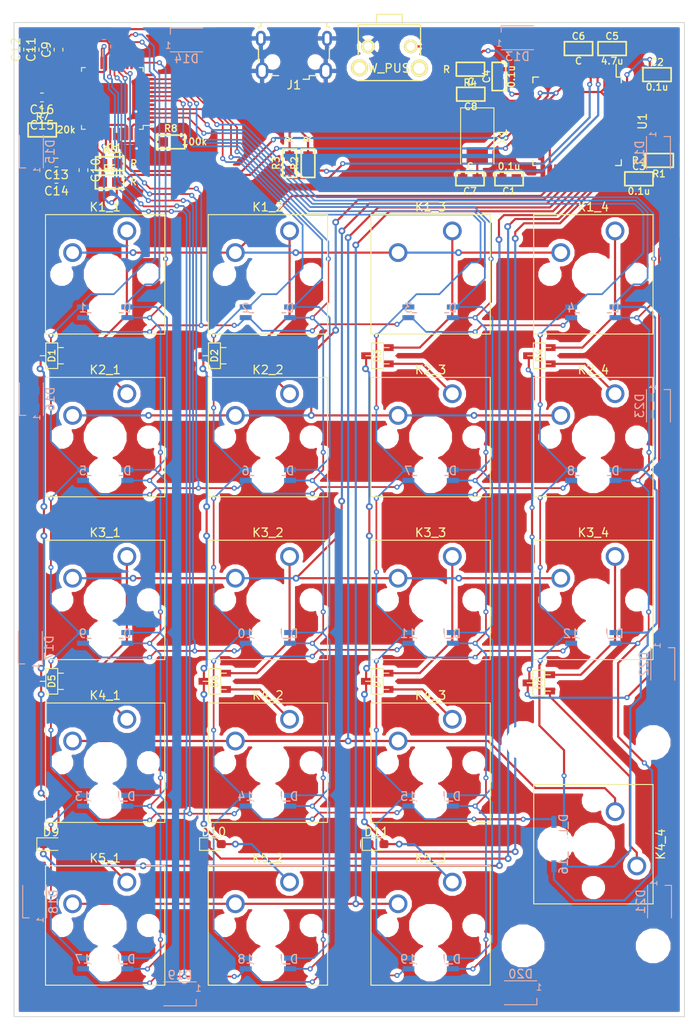
<source format=kicad_pcb>
(kicad_pcb (version 20171130) (host pcbnew 5.0.1)
  (layers (0 F.Cu signal) (31 B.Cu signal) (34 B.Paste user) (35 F.Paste user) (36 B.SilkS user) (37 F.SilkS user) (38 B.Mask user) (39 F.Mask user) (44 Edge.Cuts user))
  (net 0 "")
  (net 1 GND)
  (net 2 VCC)
  (net 3 "Net-(C6-Pad1)")
  (net 4 "Net-(C7-Pad1)")
  (net 5 "Net-(C8-Pad1)")
  (net 6 "Net-(D1-Pad2)")
  (net 7 "Net-(D1-Pad3)")
  (net 8 "Net-(D1-Pad1)")
  (net 9 "Net-(D2-Pad2)")
  (net 10 "Net-(D10-Pad2)")
  (net 11 "Net-(D2-Pad1)")
  (net 12 "Net-(D3-Pad1)")
  (net 13 "Net-(D11-Pad2)")
  (net 14 "Net-(D3-Pad2)")
  (net 15 "Net-(D4-Pad1)")
  (net 16 Col4)
  (net 17 "Net-(D4-Pad2)")
  (net 18 "Net-(D5-Pad2)")
  (net 19 "Net-(D5-Pad1)")
  (net 20 "Net-(D6-Pad2)")
  (net 21 "Net-(D6-Pad1)")
  (net 22 "Net-(D7-Pad1)")
  (net 23 "Net-(D7-Pad2)")
  (net 24 "Net-(D8-Pad1)")
  (net 25 "Net-(D8-Pad2)")
  (net 26 "Net-(J1-Pad2)")
  (net 27 "Net-(J1-Pad3)")
  (net 28 Row1)
  (net 29 Row2)
  (net 30 Row3)
  (net 31 Row4)
  (net 32 Row5)
  (net 33 "Net-(R1-Pad2)")
  (net 34 "Net-(R2-Pad1)")
  (net 35 "Net-(R3-Pad1)")
  (net 36 "Net-(R4-Pad1)")
  (net 37 /led/led_sda)
  (net 38 /led/led_scl)
  (net 39 /led/SW12)
  (net 40 /led/SW10)
  (net 41 /led/SW11)
  (net 42 /led/CS1)
  (net 43 /led/SW9)
  (net 44 /led/SW7)
  (net 45 /led/SW8)
  (net 46 /led/SW6)
  (net 47 /led/SW4)
  (net 48 /led/SW5)
  (net 49 /led/SW3)
  (net 50 /led/SW1)
  (net 51 /led/SW2)
  (net 52 /led/CS2)
  (net 53 /led/CS3)
  (net 54 /led/CS4)
  (net 55 /led/CS5)
  (net 56 "Net-(IC1-Pad35)")
  (net 57 "Net-(IC1-Pad47)")
  (net 58 Col1)
  (net 59 Col2)
  (net 60 Col3)
  (net 61 /led/UGLOW_LED)
  (net 62 "Net-(D12-Pad1)")
  (net 63 "Net-(D13-Pad1)")
  (net 64 "Net-(D14-Pad1)")
  (net 65 "Net-(D15-Pad1)")
  (net 66 "Net-(D16-Pad1)")
  (net 67 "Net-(D17-Pad1)")
  (net 68 "Net-(D18-Pad1)")
  (net 69 "Net-(D19-Pad1)")
  (net 70 "Net-(D20-Pad1)")
  (net 71 "Net-(D21-Pad1)")
  (module Button_Switch_Keyboard:SW_Cherry_MX1A_2.00u_PCB (layer F.Cu) (at 195.587 116.851 270)
    (fp_text reference K4_4 (at -2.54 -2.794 270) (layer F.SilkS))
    (fp_text value KEYSW)
    (pad 1 thru_hole circle (at 0 0 270) (size 2.2 2.2) (drill 1.5) (layers *.Cu *.Mask) (net 24 "Net-(D8-Pad1)"))
    (pad 2 thru_hole circle (at -6.35 2.54 270) (size 2.2 2.2) (drill 1.5) (layers *.Cu *.Mask) (net 31 Row4))
    (pad "" np_thru_hole circle (at -2.54 5.08 270) (size 4 4) (drill 4) (layers *.Cu *.Mask))
    (pad "" np_thru_hole circle (at -7.62 5.08 270) (size 1.7 1.7) (drill 1.7) (layers *.Cu *.Mask))
    (pad "" np_thru_hole circle (at 2.54 5.08 270) (size 1.7 1.7) (drill 1.7) (layers *.Cu *.Mask))
    (pad "" np_thru_hole circle (at 9.36 13.32 270) (size 4 4) (drill 4) (layers *.Cu *.Mask))
    (pad "" np_thru_hole circle (at -14.44 13.32 270) (size 4 4) (drill 4) (layers *.Cu *.Mask))
    (pad "" np_thru_hole circle (at -14.44 -1.92 270) (size 3.05 3.05) (drill 3.05) (layers *.Cu *.Mask))
    (pad "" np_thru_hole circle (at 9.36 -1.92 270) (size 3.05 3.05) (drill 3.05) (layers *.Cu *.Mask))
  )
  (module Button_Switch_Keyboard:SW_Cherry_MX1A_1.00u_PCB (layer F.Cu) (at 135.89 61.595)
    (fp_text reference K2_1 (at -2.54 -2.794) (layer F.SilkS))
    (fp_text value KEYSW)
    (pad 1 thru_hole circle (at 0 0) (size 2.2 2.2) (drill 1.5) (layers *.Cu *.Mask) (net 8 "Net-(D1-Pad1)"))
    (pad 2 thru_hole circle (at -6.35 2.54) (size 2.2 2.2) (drill 1.5) (layers *.Cu *.Mask) (net 29 Row2))
    (pad "" np_thru_hole circle (at -2.54 5.08) (size 4 4) (drill 4) (layers *.Cu *.Mask))
    (pad "" np_thru_hole circle (at -7.62 5.08) (size 1.7 1.7) (drill 1.7) (layers *.Cu *.Mask))
    (pad "" np_thru_hole circle (at 2.54 5.08) (size 1.7 1.7) (drill 1.7) (layers *.Cu *.Mask))
  )
  (module keyboard_parts:C_1608 (layer F.Cu) (at 180.633 36.449 180)
    (fp_text reference C1 (at 0 -1.45 180) (layer F.SilkS) (effects (font (size 0.8 0.8))))
    (fp_text value 0.1u (at 0 1.45 180) (layer F.SilkS) (effects (font (size 0.8 0.8))))
    (pad 2 smd rect (at 0.85 0 180) (size 1.1 1.1) (layers F.Cu F.Paste F.Mask) (net 1 GND) (clearance 0.1))
    (pad 1 smd rect (at -0.85 0 180) (size 1.1 1.1) (layers F.Cu F.Paste F.Mask) (net 2 VCC) (clearance 0.1))
  )
  (module keyboard_parts:C_1608 (layer F.Cu) (at 197.954 24.257)
    (fp_text reference C2 (at 0 -1.45) (layer F.SilkS) (effects (font (size 0.8 0.8))))
    (fp_text value 0.1u (at 0 1.45) (layer F.SilkS) (effects (font (size 0.8 0.8))))
    (pad 1 smd rect (at -0.85 0) (size 1.1 1.1) (layers F.Cu F.Paste F.Mask) (net 2 VCC) (clearance 0.1))
    (pad 2 smd rect (at 0.85 0) (size 1.1 1.1) (layers F.Cu F.Paste F.Mask) (net 1 GND) (clearance 0.1))
  )
  (module keyboard_parts:C_1608 (layer F.Cu) (at 195.834 36.449)
    (fp_text reference C3 (at 0 -1.45) (layer F.SilkS) (effects (font (size 0.8 0.8))))
    (fp_text value 0.1u (at 0 1.45) (layer F.SilkS) (effects (font (size 0.8 0.8))))
    (pad 2 smd rect (at 0.85 0) (size 1.1 1.1) (layers F.Cu F.Paste F.Mask) (net 1 GND) (clearance 0.1))
    (pad 1 smd rect (at -0.85 0) (size 1.1 1.1) (layers F.Cu F.Paste F.Mask) (net 2 VCC) (clearance 0.1))
  )
  (module keyboard_parts:C_1608 (layer F.Cu) (at 179.451 24.472 90)
    (fp_text reference C4 (at 0 -1.45 90) (layer F.SilkS) (effects (font (size 0.8 0.8))))
    (fp_text value 0.1u (at 0 1.45 90) (layer F.SilkS) (effects (font (size 0.8 0.8))))
    (pad 1 smd rect (at -0.85 0 90) (size 1.1 1.1) (layers F.Cu F.Paste F.Mask) (net 2 VCC) (clearance 0.1))
    (pad 2 smd rect (at 0.85 0 90) (size 1.1 1.1) (layers F.Cu F.Paste F.Mask) (net 1 GND) (clearance 0.1))
  )
  (module keyboard_parts:C_1608 (layer F.Cu) (at 192.698 21.209)
    (fp_text reference C5 (at 0 -1.45) (layer F.SilkS) (effects (font (size 0.8 0.8))))
    (fp_text value 4.7u (at 0 1.45) (layer F.SilkS) (effects (font (size 0.8 0.8))))
    (pad 2 smd rect (at 0.85 0) (size 1.1 1.1) (layers F.Cu F.Paste F.Mask) (net 1 GND) (clearance 0.1))
    (pad 1 smd rect (at -0.85 0) (size 1.1 1.1) (layers F.Cu F.Paste F.Mask) (net 2 VCC) (clearance 0.1))
  )
  (module keyboard_parts:C_1608 (layer F.Cu) (at 188.761 21.209)
    (fp_text reference C6 (at 0 -1.45) (layer F.SilkS) (effects (font (size 0.8 0.8))))
    (fp_text value C (at 0 1.45) (layer F.SilkS) (effects (font (size 0.8 0.8))))
    (pad 1 smd rect (at -0.85 0) (size 1.1 1.1) (layers F.Cu F.Paste F.Mask) (net 3 "Net-(C6-Pad1)") (clearance 0.1))
    (pad 2 smd rect (at 0.85 0) (size 1.1 1.1) (layers F.Cu F.Paste F.Mask) (net 1 GND) (clearance 0.1))
  )
  (module keyboard_parts:C_1608 (layer F.Cu) (at 176.061 36.449 180)
    (fp_text reference C7 (at 0 -1.45 180) (layer F.SilkS) (effects (font (size 0.8 0.8))))
    (fp_text value C (at 0 1.45 180) (layer F.SilkS) (effects (font (size 0.8 0.8))))
    (pad 2 smd rect (at 0.85 0 180) (size 1.1 1.1) (layers F.Cu F.Paste F.Mask) (net 1 GND) (clearance 0.1))
    (pad 1 smd rect (at -0.85 0 180) (size 1.1 1.1) (layers F.Cu F.Paste F.Mask) (net 4 "Net-(C7-Pad1)") (clearance 0.1))
  )
  (module keyboard_parts:C_1608 (layer F.Cu) (at 176.149 26.543 180)
    (fp_text reference C8 (at 0 -1.45 180) (layer F.SilkS) (effects (font (size 0.8 0.8))))
    (fp_text value C (at 0 1.45 180) (layer F.SilkS) (effects (font (size 0.8 0.8))))
    (pad 1 smd rect (at -0.85 0 180) (size 1.1 1.1) (layers F.Cu F.Paste F.Mask) (net 5 "Net-(C8-Pad1)") (clearance 0.1))
    (pad 2 smd rect (at 0.85 0 180) (size 1.1 1.1) (layers F.Cu F.Paste F.Mask) (net 1 GND) (clearance 0.1))
  )
  (module keyboard_parts:SOT23-3_HSOL (layer F.Cu) (at 127.097 57.15 90)
    (fp_text reference D1 (at 0 0 90) (layer F.SilkS) (effects (font (size 0.8 0.8))))
    (fp_text value D_x2_KCom_AAK hide)
    (pad 2 smd rect (at 0.95 1.3 90) (size 0.8 1.2) (layers F.Cu F.Paste F.Mask) (net 6 "Net-(D1-Pad2)"))
    (pad 3 smd rect (at 0 -1.3 90) (size 0.8 1.2) (layers F.Cu F.Paste F.Mask) (net 7 "Net-(D1-Pad3)"))
    (pad 1 smd rect (at -0.95 1.3 90) (size 0.8 1.2) (layers F.Cu F.Paste F.Mask) (net 8 "Net-(D1-Pad1)"))
  )
  (module keyboard_parts:SOT23-3_HSOL (layer F.Cu) (at 146.147 57.15 90)
    (fp_text reference D2 (at 0 0 90) (layer F.SilkS) (effects (font (size 0.8 0.8))))
    (fp_text value D_x2_KCom_AAK hide)
    (pad 2 smd rect (at 0.95 1.3 90) (size 0.8 1.2) (layers F.Cu F.Paste F.Mask) (net 9 "Net-(D2-Pad2)"))
    (pad 3 smd rect (at 0 -1.3 90) (size 0.8 1.2) (layers F.Cu F.Paste F.Mask) (net 10 "Net-(D10-Pad2)"))
    (pad 1 smd rect (at -0.95 1.3 90) (size 0.8 1.2) (layers F.Cu F.Paste F.Mask) (net 11 "Net-(D2-Pad1)"))
  )
  (module keyboard_parts:SOT23-3_HSOL (layer F.Cu) (at 165.227 57.15 90)
    (fp_text reference D3 (at 0 0 90) (layer F.SilkS) (effects (font (size 0.8 0.8))))
    (fp_text value D_x2_KCom_AAK hide)
    (pad 2 smd rect (at 0.95 1.3 90) (size 0.8 1.2) (layers F.Cu F.Paste F.Mask) (net 14 "Net-(D3-Pad2)"))
    (pad 3 smd rect (at 0 -1.3 90) (size 0.8 1.2) (layers F.Cu F.Paste F.Mask) (net 13 "Net-(D11-Pad2)"))
    (pad 1 smd rect (at -0.95 1.3 90) (size 0.8 1.2) (layers F.Cu F.Paste F.Mask) (net 12 "Net-(D3-Pad1)"))
  )
  (module keyboard_parts:SOT23-3_HSOL (layer F.Cu) (at 184.18 57.15 90)
    (fp_text reference D4 (at 0 0 90) (layer F.SilkS) (effects (font (size 0.8 0.8))))
    (fp_text value D_x2_KCom_AAK hide)
    (pad 1 smd rect (at -0.95 1.3 90) (size 0.8 1.2) (layers F.Cu F.Paste F.Mask) (net 15 "Net-(D4-Pad1)"))
    (pad 3 smd rect (at 0 -1.3 90) (size 0.8 1.2) (layers F.Cu F.Paste F.Mask) (net 16 Col4))
    (pad 2 smd rect (at 0.95 1.3 90) (size 0.8 1.2) (layers F.Cu F.Paste F.Mask) (net 17 "Net-(D4-Pad2)"))
  )
  (module keyboard_parts:SOT23-3_HSOL (layer F.Cu) (at 127.097 95.25 90)
    (fp_text reference D5 (at 0 0 90) (layer F.SilkS) (effects (font (size 0.8 0.8))))
    (fp_text value D_x2_KCom_AAK hide)
    (pad 2 smd rect (at 0.95 1.3 90) (size 0.8 1.2) (layers F.Cu F.Paste F.Mask) (net 18 "Net-(D5-Pad2)"))
    (pad 3 smd rect (at 0 -1.3 90) (size 0.8 1.2) (layers F.Cu F.Paste F.Mask) (net 7 "Net-(D1-Pad3)"))
    (pad 1 smd rect (at -0.95 1.3 90) (size 0.8 1.2) (layers F.Cu F.Paste F.Mask) (net 19 "Net-(D5-Pad1)"))
  )
  (module keyboard_parts:SOT23-3_HSOL (layer F.Cu) (at 146.177 95.25 90)
    (fp_text reference D6 (at 0 0 90) (layer F.SilkS) (effects (font (size 0.8 0.8))))
    (fp_text value D_x2_KCom_AAK hide)
    (pad 2 smd rect (at 0.95 1.3 90) (size 0.8 1.2) (layers F.Cu F.Paste F.Mask) (net 20 "Net-(D6-Pad2)"))
    (pad 3 smd rect (at 0 -1.3 90) (size 0.8 1.2) (layers F.Cu F.Paste F.Mask) (net 10 "Net-(D10-Pad2)"))
    (pad 1 smd rect (at -0.95 1.3 90) (size 0.8 1.2) (layers F.Cu F.Paste F.Mask) (net 21 "Net-(D6-Pad1)"))
  )
  (module keyboard_parts:SOT23-3_HSOL (layer F.Cu) (at 165.197 95.25 90)
    (fp_text reference D7 (at 0 0 90) (layer F.SilkS) (effects (font (size 0.8 0.8))))
    (fp_text value D_x2_KCom_AAK hide)
    (pad 1 smd rect (at -0.95 1.3 90) (size 0.8 1.2) (layers F.Cu F.Paste F.Mask) (net 22 "Net-(D7-Pad1)"))
    (pad 3 smd rect (at 0 -1.3 90) (size 0.8 1.2) (layers F.Cu F.Paste F.Mask) (net 13 "Net-(D11-Pad2)"))
    (pad 2 smd rect (at 0.95 1.3 90) (size 0.8 1.2) (layers F.Cu F.Paste F.Mask) (net 23 "Net-(D7-Pad2)"))
  )
  (module keyboard_parts:SOT23-3_HSOL (layer F.Cu) (at 184.12 95.438 90)
    (fp_text reference D8 (at 0 0 90) (layer F.SilkS) (effects (font (size 0.8 0.8))))
    (fp_text value D_x2_KCom_AAK hide)
    (pad 1 smd rect (at -0.95 1.3 90) (size 0.8 1.2) (layers F.Cu F.Paste F.Mask) (net 24 "Net-(D8-Pad1)"))
    (pad 3 smd rect (at 0 -1.3 90) (size 0.8 1.2) (layers F.Cu F.Paste F.Mask) (net 16 Col4))
    (pad 2 smd rect (at 0.95 1.3 90) (size 0.8 1.2) (layers F.Cu F.Paste F.Mask) (net 25 "Net-(D8-Pad2)"))
  )
  (module Diode_SMD:D_0603_1608Metric_Pad1.05x0.95mm_HandSolder (layer F.Cu) (at 127.014 114.3)
    (fp_text reference D9 (at 0 -1.43) (layer F.SilkS))
    (fp_text value D)
    (pad 1 smd roundrect (at -0.875 0) (size 1.05 0.95) (layers F.Cu F.Paste F.Mask) (net 58 Col1))
    (pad 2 smd roundrect (at 0.875 0) (size 1.05 0.95) (layers F.Cu F.Paste F.Mask) (net 7 "Net-(D1-Pad3)"))
  )
  (module Diode_SMD:D_0603_1608Metric_Pad1.05x0.95mm_HandSolder (layer F.Cu) (at 146.064 114.3)
    (fp_text reference D10 (at 0 -1.43) (layer F.SilkS))
    (fp_text value D)
    (pad 2 smd roundrect (at 0.875 0) (size 1.05 0.95) (layers F.Cu F.Paste F.Mask) (net 10 "Net-(D10-Pad2)"))
    (pad 1 smd roundrect (at -0.875 0) (size 1.05 0.95) (layers F.Cu F.Paste F.Mask) (net 59 Col2))
  )
  (module Diode_SMD:D_0603_1608Metric_Pad1.05x0.95mm_HandSolder (layer F.Cu) (at 165.114 114.3)
    (fp_text reference D11 (at 0 -1.43) (layer F.SilkS))
    (fp_text value D)
    (pad 1 smd roundrect (at -0.875 0) (size 1.05 0.95) (layers F.Cu F.Paste F.Mask) (net 60 Col3))
    (pad 2 smd roundrect (at 0.875 0) (size 1.05 0.95) (layers F.Cu F.Paste F.Mask) (net 13 "Net-(D11-Pad2)"))
  )
  (module Connector_USB:USB_Micro-B_Wuerth_629105150521 (layer F.Cu) (at 155.448 21.971 180)
    (fp_text reference J1 (at 0 -3.5 180) (layer F.SilkS))
    (fp_text value USB_mini_micro_B)
    (pad 1 smd rect (at -1.3 -1.9 180) (size 0.45 1.3) (layers F.Cu F.Paste F.Mask) (net 2 VCC))
    (pad 2 smd rect (at -0.65 -1.9 180) (size 0.45 1.3) (layers F.Cu F.Paste F.Mask) (net 26 "Net-(J1-Pad2)"))
    (pad 3 smd rect (at 0 -1.9 180) (size 0.45 1.3) (layers F.Cu F.Paste F.Mask) (net 27 "Net-(J1-Pad3)"))
    (pad 4 smd rect (at 0.65 -1.9 180) (size 0.45 1.3) (layers F.Cu F.Paste F.Mask))
    (pad 5 smd rect (at 1.3 -1.9 180) (size 0.45 1.3) (layers F.Cu F.Paste F.Mask) (net 1 GND))
    (pad 6 thru_hole oval (at -3.725 -1.85 180) (size 1.45 2) (drill oval 0.85 1.4) (layers *.Cu *.Mask) (net 1 GND))
    (pad 6 thru_hole oval (at 3.725 -1.85 180) (size 1.45 2) (drill oval 0.85 1.4) (layers *.Cu *.Mask) (net 1 GND))
    (pad 6 thru_hole oval (at -3.875 1.95 180) (size 1.15 1.8) (drill oval 0.55 1.2) (layers *.Cu *.Mask) (net 1 GND))
    (pad 6 thru_hole oval (at 3.875 1.95 180) (size 1.15 1.8) (drill oval 0.55 1.2) (layers *.Cu *.Mask) (net 1 GND))
    (pad "" np_thru_hole oval (at -2.5 -0.8 180) (size 0.8 0.8) (drill 0.8) (layers *.Cu *.Mask))
    (pad "" np_thru_hole oval (at 2.5 -0.8 180) (size 0.8 0.8) (drill 0.8) (layers *.Cu *.Mask))
  )
  (module Button_Switch_Keyboard:SW_Cherry_MX1A_1.00u_PCB (layer F.Cu) (at 135.89 42.545)
    (fp_text reference K1_1 (at -2.54 -2.794) (layer F.SilkS))
    (fp_text value KEYSW)
    (pad "" np_thru_hole circle (at 2.54 5.08) (size 1.7 1.7) (drill 1.7) (layers *.Cu *.Mask))
    (pad "" np_thru_hole circle (at -7.62 5.08) (size 1.7 1.7) (drill 1.7) (layers *.Cu *.Mask))
    (pad "" np_thru_hole circle (at -2.54 5.08) (size 4 4) (drill 4) (layers *.Cu *.Mask))
    (pad 2 thru_hole circle (at -6.35 2.54) (size 2.2 2.2) (drill 1.5) (layers *.Cu *.Mask) (net 28 Row1))
    (pad 1 thru_hole circle (at 0 0) (size 2.2 2.2) (drill 1.5) (layers *.Cu *.Mask) (net 6 "Net-(D1-Pad2)"))
  )
  (module Button_Switch_Keyboard:SW_Cherry_MX1A_1.00u_PCB (layer F.Cu) (at 154.94 42.545)
    (fp_text reference K1_2 (at -2.54 -2.794) (layer F.SilkS))
    (fp_text value KEYSW)
    (pad "" np_thru_hole circle (at 2.54 5.08) (size 1.7 1.7) (drill 1.7) (layers *.Cu *.Mask))
    (pad "" np_thru_hole circle (at -7.62 5.08) (size 1.7 1.7) (drill 1.7) (layers *.Cu *.Mask))
    (pad "" np_thru_hole circle (at -2.54 5.08) (size 4 4) (drill 4) (layers *.Cu *.Mask))
    (pad 2 thru_hole circle (at -6.35 2.54) (size 2.2 2.2) (drill 1.5) (layers *.Cu *.Mask) (net 28 Row1))
    (pad 1 thru_hole circle (at 0 0) (size 2.2 2.2) (drill 1.5) (layers *.Cu *.Mask) (net 9 "Net-(D2-Pad2)"))
  )
  (module Button_Switch_Keyboard:SW_Cherry_MX1A_1.00u_PCB (layer F.Cu) (at 173.99 42.545)
    (fp_text reference K1_3 (at -2.54 -2.794) (layer F.SilkS))
    (fp_text value KEYSW)
    (pad 1 thru_hole circle (at 0 0) (size 2.2 2.2) (drill 1.5) (layers *.Cu *.Mask) (net 14 "Net-(D3-Pad2)"))
    (pad 2 thru_hole circle (at -6.35 2.54) (size 2.2 2.2) (drill 1.5) (layers *.Cu *.Mask) (net 28 Row1))
    (pad "" np_thru_hole circle (at -2.54 5.08) (size 4 4) (drill 4) (layers *.Cu *.Mask))
    (pad "" np_thru_hole circle (at -7.62 5.08) (size 1.7 1.7) (drill 1.7) (layers *.Cu *.Mask))
    (pad "" np_thru_hole circle (at 2.54 5.08) (size 1.7 1.7) (drill 1.7) (layers *.Cu *.Mask))
  )
  (module Button_Switch_Keyboard:SW_Cherry_MX1A_1.00u_PCB (layer F.Cu) (at 193.04 42.545)
    (fp_text reference K1_4 (at -2.54 -2.794) (layer F.SilkS))
    (fp_text value KEYSW)
    (pad "" np_thru_hole circle (at 2.54 5.08) (size 1.7 1.7) (drill 1.7) (layers *.Cu *.Mask))
    (pad "" np_thru_hole circle (at -7.62 5.08) (size 1.7 1.7) (drill 1.7) (layers *.Cu *.Mask))
    (pad "" np_thru_hole circle (at -2.54 5.08) (size 4 4) (drill 4) (layers *.Cu *.Mask))
    (pad 2 thru_hole circle (at -6.35 2.54) (size 2.2 2.2) (drill 1.5) (layers *.Cu *.Mask) (net 28 Row1))
    (pad 1 thru_hole circle (at 0 0) (size 2.2 2.2) (drill 1.5) (layers *.Cu *.Mask) (net 17 "Net-(D4-Pad2)"))
  )
  (module Button_Switch_Keyboard:SW_Cherry_MX1A_1.00u_PCB (layer F.Cu) (at 154.94 61.595)
    (fp_text reference K2_2 (at -2.54 -2.794) (layer F.SilkS))
    (fp_text value KEYSW)
    (pad "" np_thru_hole circle (at 2.54 5.08) (size 1.7 1.7) (drill 1.7) (layers *.Cu *.Mask))
    (pad "" np_thru_hole circle (at -7.62 5.08) (size 1.7 1.7) (drill 1.7) (layers *.Cu *.Mask))
    (pad "" np_thru_hole circle (at -2.54 5.08) (size 4 4) (drill 4) (layers *.Cu *.Mask))
    (pad 2 thru_hole circle (at -6.35 2.54) (size 2.2 2.2) (drill 1.5) (layers *.Cu *.Mask) (net 29 Row2))
    (pad 1 thru_hole circle (at 0 0) (size 2.2 2.2) (drill 1.5) (layers *.Cu *.Mask) (net 11 "Net-(D2-Pad1)"))
  )
  (module Button_Switch_Keyboard:SW_Cherry_MX1A_1.00u_PCB (layer F.Cu) (at 173.99 61.595)
    (fp_text reference K2_3 (at -2.54 -2.794) (layer F.SilkS))
    (fp_text value KEYSW)
    (pad 1 thru_hole circle (at 0 0) (size 2.2 2.2) (drill 1.5) (layers *.Cu *.Mask) (net 12 "Net-(D3-Pad1)"))
    (pad 2 thru_hole circle (at -6.35 2.54) (size 2.2 2.2) (drill 1.5) (layers *.Cu *.Mask) (net 29 Row2))
    (pad "" np_thru_hole circle (at -2.54 5.08) (size 4 4) (drill 4) (layers *.Cu *.Mask))
    (pad "" np_thru_hole circle (at -7.62 5.08) (size 1.7 1.7) (drill 1.7) (layers *.Cu *.Mask))
    (pad "" np_thru_hole circle (at 2.54 5.08) (size 1.7 1.7) (drill 1.7) (layers *.Cu *.Mask))
  )
  (module Button_Switch_Keyboard:SW_Cherry_MX1A_1.00u_PCB (layer F.Cu) (at 193.04 61.595)
    (fp_text reference K2_4 (at -2.54 -2.794) (layer F.SilkS))
    (fp_text value KEYSW)
    (pad "" np_thru_hole circle (at 2.54 5.08) (size 1.7 1.7) (drill 1.7) (layers *.Cu *.Mask))
    (pad "" np_thru_hole circle (at -7.62 5.08) (size 1.7 1.7) (drill 1.7) (layers *.Cu *.Mask))
    (pad "" np_thru_hole circle (at -2.54 5.08) (size 4 4) (drill 4) (layers *.Cu *.Mask))
    (pad 2 thru_hole circle (at -6.35 2.54) (size 2.2 2.2) (drill 1.5) (layers *.Cu *.Mask) (net 29 Row2))
    (pad 1 thru_hole circle (at 0 0) (size 2.2 2.2) (drill 1.5) (layers *.Cu *.Mask) (net 15 "Net-(D4-Pad1)"))
  )
  (module Button_Switch_Keyboard:SW_Cherry_MX1A_1.00u_PCB (layer F.Cu) (at 135.89 80.645)
    (fp_text reference K3_1 (at -2.54 -2.794) (layer F.SilkS))
    (fp_text value KEYSW)
    (pad "" np_thru_hole circle (at 2.54 5.08) (size 1.7 1.7) (drill 1.7) (layers *.Cu *.Mask))
    (pad "" np_thru_hole circle (at -7.62 5.08) (size 1.7 1.7) (drill 1.7) (layers *.Cu *.Mask))
    (pad "" np_thru_hole circle (at -2.54 5.08) (size 4 4) (drill 4) (layers *.Cu *.Mask))
    (pad 2 thru_hole circle (at -6.35 2.54) (size 2.2 2.2) (drill 1.5) (layers *.Cu *.Mask) (net 30 Row3))
    (pad 1 thru_hole circle (at 0 0) (size 2.2 2.2) (drill 1.5) (layers *.Cu *.Mask) (net 18 "Net-(D5-Pad2)"))
  )
  (module Button_Switch_Keyboard:SW_Cherry_MX1A_1.00u_PCB (layer F.Cu) (at 154.94 80.645)
    (fp_text reference K3_2 (at -2.54 -2.794) (layer F.SilkS))
    (fp_text value KEYSW)
    (pad 1 thru_hole circle (at 0 0) (size 2.2 2.2) (drill 1.5) (layers *.Cu *.Mask) (net 20 "Net-(D6-Pad2)"))
    (pad 2 thru_hole circle (at -6.35 2.54) (size 2.2 2.2) (drill 1.5) (layers *.Cu *.Mask) (net 30 Row3))
    (pad "" np_thru_hole circle (at -2.54 5.08) (size 4 4) (drill 4) (layers *.Cu *.Mask))
    (pad "" np_thru_hole circle (at -7.62 5.08) (size 1.7 1.7) (drill 1.7) (layers *.Cu *.Mask))
    (pad "" np_thru_hole circle (at 2.54 5.08) (size 1.7 1.7) (drill 1.7) (layers *.Cu *.Mask))
  )
  (module Button_Switch_Keyboard:SW_Cherry_MX1A_1.00u_PCB (layer F.Cu) (at 173.99 80.645)
    (fp_text reference K3_3 (at -2.54 -2.794) (layer F.SilkS))
    (fp_text value KEYSW)
    (pad "" np_thru_hole circle (at 2.54 5.08) (size 1.7 1.7) (drill 1.7) (layers *.Cu *.Mask))
    (pad "" np_thru_hole circle (at -7.62 5.08) (size 1.7 1.7) (drill 1.7) (layers *.Cu *.Mask))
    (pad "" np_thru_hole circle (at -2.54 5.08) (size 4 4) (drill 4) (layers *.Cu *.Mask))
    (pad 2 thru_hole circle (at -6.35 2.54) (size 2.2 2.2) (drill 1.5) (layers *.Cu *.Mask) (net 30 Row3))
    (pad 1 thru_hole circle (at 0 0) (size 2.2 2.2) (drill 1.5) (layers *.Cu *.Mask) (net 23 "Net-(D7-Pad2)"))
  )
  (module Button_Switch_Keyboard:SW_Cherry_MX1A_1.00u_PCB (layer F.Cu) (at 193.04 80.645)
    (fp_text reference K3_4 (at -2.54 -2.794) (layer F.SilkS))
    (fp_text value KEYSW)
    (pad 1 thru_hole circle (at 0 0) (size 2.2 2.2) (drill 1.5) (layers *.Cu *.Mask) (net 25 "Net-(D8-Pad2)"))
    (pad 2 thru_hole circle (at -6.35 2.54) (size 2.2 2.2) (drill 1.5) (layers *.Cu *.Mask) (net 30 Row3))
    (pad "" np_thru_hole circle (at -2.54 5.08) (size 4 4) (drill 4) (layers *.Cu *.Mask))
    (pad "" np_thru_hole circle (at -7.62 5.08) (size 1.7 1.7) (drill 1.7) (layers *.Cu *.Mask))
    (pad "" np_thru_hole circle (at 2.54 5.08) (size 1.7 1.7) (drill 1.7) (layers *.Cu *.Mask))
  )
  (module Button_Switch_Keyboard:SW_Cherry_MX1A_1.00u_PCB (layer F.Cu) (at 135.89 99.695)
    (fp_text reference K4_1 (at -2.54 -2.794) (layer F.SilkS))
    (fp_text value KEYSW)
    (pad 1 thru_hole circle (at 0 0) (size 2.2 2.2) (drill 1.5) (layers *.Cu *.Mask) (net 19 "Net-(D5-Pad1)"))
    (pad 2 thru_hole circle (at -6.35 2.54) (size 2.2 2.2) (drill 1.5) (layers *.Cu *.Mask) (net 31 Row4))
    (pad "" np_thru_hole circle (at -2.54 5.08) (size 4 4) (drill 4) (layers *.Cu *.Mask))
    (pad "" np_thru_hole circle (at -7.62 5.08) (size 1.7 1.7) (drill 1.7) (layers *.Cu *.Mask))
    (pad "" np_thru_hole circle (at 2.54 5.08) (size 1.7 1.7) (drill 1.7) (layers *.Cu *.Mask))
  )
  (module Button_Switch_Keyboard:SW_Cherry_MX1A_1.00u_PCB (layer F.Cu) (at 154.94 99.695)
    (fp_text reference K4_2 (at -2.54 -2.794) (layer F.SilkS))
    (fp_text value KEYSW)
    (pad "" np_thru_hole circle (at 2.54 5.08) (size 1.7 1.7) (drill 1.7) (layers *.Cu *.Mask))
    (pad "" np_thru_hole circle (at -7.62 5.08) (size 1.7 1.7) (drill 1.7) (layers *.Cu *.Mask))
    (pad "" np_thru_hole circle (at -2.54 5.08) (size 4 4) (drill 4) (layers *.Cu *.Mask))
    (pad 2 thru_hole circle (at -6.35 2.54) (size 2.2 2.2) (drill 1.5) (layers *.Cu *.Mask) (net 31 Row4))
    (pad 1 thru_hole circle (at 0 0) (size 2.2 2.2) (drill 1.5) (layers *.Cu *.Mask) (net 21 "Net-(D6-Pad1)"))
  )
  (module Button_Switch_Keyboard:SW_Cherry_MX1A_1.00u_PCB (layer F.Cu) (at 173.99 99.695)
    (fp_text reference K4_3 (at -2.54 -2.794) (layer F.SilkS))
    (fp_text value KEYSW)
    (pad 1 thru_hole circle (at 0 0) (size 2.2 2.2) (drill 1.5) (layers *.Cu *.Mask) (net 22 "Net-(D7-Pad1)"))
    (pad 2 thru_hole circle (at -6.35 2.54) (size 2.2 2.2) (drill 1.5) (layers *.Cu *.Mask) (net 31 Row4))
    (pad "" np_thru_hole circle (at -2.54 5.08) (size 4 4) (drill 4) (layers *.Cu *.Mask))
    (pad "" np_thru_hole circle (at -7.62 5.08) (size 1.7 1.7) (drill 1.7) (layers *.Cu *.Mask))
    (pad "" np_thru_hole circle (at 2.54 5.08) (size 1.7 1.7) (drill 1.7) (layers *.Cu *.Mask))
  )
  (module Button_Switch_Keyboard:SW_Cherry_MX1A_1.00u_PCB (layer F.Cu) (at 135.89 118.745)
    (fp_text reference K5_1 (at -2.54 -2.794) (layer F.SilkS))
    (fp_text value KEYSW)
    (pad 1 thru_hole circle (at 0 0) (size 2.2 2.2) (drill 1.5) (layers *.Cu *.Mask) (net 7 "Net-(D1-Pad3)"))
    (pad 2 thru_hole circle (at -6.35 2.54) (size 2.2 2.2) (drill 1.5) (layers *.Cu *.Mask) (net 32 Row5))
    (pad "" np_thru_hole circle (at -2.54 5.08) (size 4 4) (drill 4) (layers *.Cu *.Mask))
    (pad "" np_thru_hole circle (at -7.62 5.08) (size 1.7 1.7) (drill 1.7) (layers *.Cu *.Mask))
    (pad "" np_thru_hole circle (at 2.54 5.08) (size 1.7 1.7) (drill 1.7) (layers *.Cu *.Mask))
  )
  (module Button_Switch_Keyboard:SW_Cherry_MX1A_1.00u_PCB (layer F.Cu) (at 154.94 118.745)
    (fp_text reference K5_2 (at -2.54 -2.794) (layer F.SilkS))
    (fp_text value KEYSW)
    (pad "" np_thru_hole circle (at 2.54 5.08) (size 1.7 1.7) (drill 1.7) (layers *.Cu *.Mask))
    (pad "" np_thru_hole circle (at -7.62 5.08) (size 1.7 1.7) (drill 1.7) (layers *.Cu *.Mask))
    (pad "" np_thru_hole circle (at -2.54 5.08) (size 4 4) (drill 4) (layers *.Cu *.Mask))
    (pad 2 thru_hole circle (at -6.35 2.54) (size 2.2 2.2) (drill 1.5) (layers *.Cu *.Mask) (net 32 Row5))
    (pad 1 thru_hole circle (at 0 0) (size 2.2 2.2) (drill 1.5) (layers *.Cu *.Mask) (net 10 "Net-(D10-Pad2)"))
  )
  (module Button_Switch_Keyboard:SW_Cherry_MX1A_1.00u_PCB (layer F.Cu) (at 173.99 118.745)
    (fp_text reference K5_3 (at -2.54 -2.794) (layer F.SilkS))
    (fp_text value KEYSW)
    (pad 1 thru_hole circle (at 0 0) (size 2.2 2.2) (drill 1.5) (layers *.Cu *.Mask) (net 13 "Net-(D11-Pad2)"))
    (pad 2 thru_hole circle (at -6.35 2.54) (size 2.2 2.2) (drill 1.5) (layers *.Cu *.Mask) (net 32 Row5))
    (pad "" np_thru_hole circle (at -2.54 5.08) (size 4 4) (drill 4) (layers *.Cu *.Mask))
    (pad "" np_thru_hole circle (at -7.62 5.08) (size 1.7 1.7) (drill 1.7) (layers *.Cu *.Mask))
    (pad "" np_thru_hole circle (at 2.54 5.08) (size 1.7 1.7) (drill 1.7) (layers *.Cu *.Mask))
  )
  (module keyboard_parts:R_1608 (layer F.Cu) (at 198.208 34.29 180)
    (fp_text reference R1 (at 0.025 -1.575 180) (layer F.SilkS) (effects (font (size 0.8 0.8))))
    (fp_text value R (at 2.8 -0.025 180) (layer F.SilkS) (effects (font (size 0.8 0.8))))
    (pad 2 smd rect (at 0.85 0 180) (size 1.1 1.1) (layers F.Cu F.Paste F.Mask) (net 33 "Net-(R1-Pad2)") (clearance 0.1))
    (pad 1 smd rect (at -0.85 0 180) (size 1.1 1.1) (layers F.Cu F.Paste F.Mask) (net 1 GND) (clearance 0.1))
  )
  (module keyboard_parts:R_1608 (layer F.Cu) (at 157.099 34.632 90)
    (fp_text reference R2 (at 0.025 -1.575 90) (layer F.SilkS) (effects (font (size 0.8 0.8))))
    (fp_text value R (at 2.8 -0.025 90) (layer F.SilkS) (effects (font (size 0.8 0.8))))
    (pad 2 smd rect (at 0.85 0 90) (size 1.1 1.1) (layers F.Cu F.Paste F.Mask) (net 26 "Net-(J1-Pad2)") (clearance 0.1))
    (pad 1 smd rect (at -0.85 0 90) (size 1.1 1.1) (layers F.Cu F.Paste F.Mask) (net 34 "Net-(R2-Pad1)") (clearance 0.1))
  )
  (module keyboard_parts:R_1608 (layer F.Cu) (at 154.94 34.632 90)
    (fp_text reference R3 (at 0.025 -1.575 90) (layer F.SilkS) (effects (font (size 0.8 0.8))))
    (fp_text value R (at 2.8 -0.025 90) (layer F.SilkS) (effects (font (size 0.8 0.8))))
    (pad 1 smd rect (at -0.85 0 90) (size 1.1 1.1) (layers F.Cu F.Paste F.Mask) (net 35 "Net-(R3-Pad1)") (clearance 0.1))
    (pad 2 smd rect (at 0.85 0 90) (size 1.1 1.1) (layers F.Cu F.Paste F.Mask) (net 27 "Net-(J1-Pad3)") (clearance 0.1))
  )
  (module keyboard_parts:R_1608 (layer F.Cu) (at 176.11 23.622 180)
    (fp_text reference R4 (at 0.025 -1.575 180) (layer F.SilkS) (effects (font (size 0.8 0.8))))
    (fp_text value R (at 2.8 -0.025 180) (layer F.SilkS) (effects (font (size 0.8 0.8))))
    (pad 1 smd rect (at -0.85 0 180) (size 1.1 1.1) (layers F.Cu F.Paste F.Mask) (net 36 "Net-(R4-Pad1)") (clearance 0.1))
    (pad 2 smd rect (at 0.85 0 180) (size 1.1 1.1) (layers F.Cu F.Paste F.Mask) (net 2 VCC) (clearance 0.1))
  )
  (module keyboard_parts:SW_TACT_TH_HORIZ_LOW (layer F.Cu) (at 166.624 20.955 180)
    (fp_text reference SW1 hide)
    (fp_text value SW_PUSH (at 0 -2.55 180) (layer F.SilkS))
    (pad 1 thru_hole circle (at 2.5 0 180) (size 1.6 1.6) (drill 1) (layers *.Cu *.Mask F.SilkS) (net 1 GND))
    (pad 2 thru_hole circle (at -2.5 0 180) (size 1.6 1.6) (drill 1) (layers *.Cu *.Mask F.SilkS) (net 36 "Net-(R4-Pad1)"))
    (pad 3 thru_hole circle (at 3.5 -2.5 180) (size 2 2) (drill 1.3) (layers *.Cu *.Mask F.SilkS))
    (pad 4 thru_hole circle (at -3.5 -2.55 180) (size 2 2) (drill 1.3) (layers *.Cu *.Mask F.SilkS))
  )
  (module Package_QFP:LQFP-44_10x10mm_P0.8mm (layer F.Cu) (at 188.595 29.718 270)
    (fp_text reference U1 (at 0 -7.65 270) (layer F.SilkS))
    (fp_text value ATMEGA32U4)
    (pad 1 smd rect (at -5.85 -4 270) (size 1.6 0.56) (layers F.Cu F.Paste F.Mask) (net 61 /led/UGLOW_LED))
    (pad 2 smd rect (at -5.85 -3.2 270) (size 1.6 0.56) (layers F.Cu F.Paste F.Mask) (net 2 VCC))
    (pad 3 smd rect (at -5.85 -2.4 270) (size 1.6 0.56) (layers F.Cu F.Paste F.Mask) (net 34 "Net-(R2-Pad1)"))
    (pad 4 smd rect (at -5.85 -1.6 270) (size 1.6 0.56) (layers F.Cu F.Paste F.Mask) (net 35 "Net-(R3-Pad1)"))
    (pad 5 smd rect (at -5.85 -0.8 270) (size 1.6 0.56) (layers F.Cu F.Paste F.Mask) (net 1 GND))
    (pad 6 smd rect (at -5.85 0 270) (size 1.6 0.56) (layers F.Cu F.Paste F.Mask) (net 3 "Net-(C6-Pad1)"))
    (pad 7 smd rect (at -5.85 0.8 270) (size 1.6 0.56) (layers F.Cu F.Paste F.Mask) (net 2 VCC))
    (pad 8 smd rect (at -5.85 1.6 270) (size 1.6 0.56) (layers F.Cu F.Paste F.Mask))
    (pad 9 smd rect (at -5.85 2.4 270) (size 1.6 0.56) (layers F.Cu F.Paste F.Mask))
    (pad 10 smd rect (at -5.85 3.2 270) (size 1.6 0.56) (layers F.Cu F.Paste F.Mask))
    (pad 11 smd rect (at -5.85 4 270) (size 1.6 0.56) (layers F.Cu F.Paste F.Mask))
    (pad 12 smd rect (at -4 5.85) (size 1.6 0.56) (layers F.Cu F.Paste F.Mask))
    (pad 13 smd rect (at -3.2 5.85) (size 1.6 0.56) (layers F.Cu F.Paste F.Mask) (net 36 "Net-(R4-Pad1)"))
    (pad 14 smd rect (at -2.4 5.85) (size 1.6 0.56) (layers F.Cu F.Paste F.Mask) (net 2 VCC))
    (pad 15 smd rect (at -1.6 5.85) (size 1.6 0.56) (layers F.Cu F.Paste F.Mask) (net 1 GND))
    (pad 16 smd rect (at -0.8 5.85) (size 1.6 0.56) (layers F.Cu F.Paste F.Mask) (net 5 "Net-(C8-Pad1)"))
    (pad 17 smd rect (at 0 5.85) (size 1.6 0.56) (layers F.Cu F.Paste F.Mask) (net 4 "Net-(C7-Pad1)"))
    (pad 18 smd rect (at 0.8 5.85) (size 1.6 0.56) (layers F.Cu F.Paste F.Mask) (net 38 /led/led_scl))
    (pad 19 smd rect (at 1.6 5.85) (size 1.6 0.56) (layers F.Cu F.Paste F.Mask) (net 37 /led/led_sda))
    (pad 20 smd rect (at 2.4 5.85) (size 1.6 0.56) (layers F.Cu F.Paste F.Mask))
    (pad 21 smd rect (at 3.2 5.85) (size 1.6 0.56) (layers F.Cu F.Paste F.Mask))
    (pad 22 smd rect (at 4 5.85) (size 1.6 0.56) (layers F.Cu F.Paste F.Mask))
    (pad 23 smd rect (at 5.85 4 270) (size 1.6 0.56) (layers F.Cu F.Paste F.Mask) (net 1 GND))
    (pad 24 smd rect (at 5.85 3.2 270) (size 1.6 0.56) (layers F.Cu F.Paste F.Mask) (net 2 VCC))
    (pad 25 smd rect (at 5.85 2.4 270) (size 1.6 0.56) (layers F.Cu F.Paste F.Mask) (net 28 Row1))
    (pad 26 smd rect (at 5.85 1.6 270) (size 1.6 0.56) (layers F.Cu F.Paste F.Mask) (net 29 Row2))
    (pad 27 smd rect (at 5.85 0.8 270) (size 1.6 0.56) (layers F.Cu F.Paste F.Mask) (net 30 Row3))
    (pad 28 smd rect (at 5.85 0 270) (size 1.6 0.56) (layers F.Cu F.Paste F.Mask) (net 31 Row4))
    (pad 29 smd rect (at 5.85 -0.8 270) (size 1.6 0.56) (layers F.Cu F.Paste F.Mask) (net 32 Row5))
    (pad 30 smd rect (at 5.85 -1.6 270) (size 1.6 0.56) (layers F.Cu F.Paste F.Mask) (net 58 Col1))
    (pad 31 smd rect (at 5.85 -2.4 270) (size 1.6 0.56) (layers F.Cu F.Paste F.Mask) (net 59 Col2))
    (pad 32 smd rect (at 5.85 -3.2 270) (size 1.6 0.56) (layers F.Cu F.Paste F.Mask) (net 60 Col3))
    (pad 33 smd rect (at 5.85 -4 270) (size 1.6 0.56) (layers F.Cu F.Paste F.Mask) (net 33 "Net-(R1-Pad2)"))
    (pad 34 smd rect (at 4 -5.85) (size 1.6 0.56) (layers F.Cu F.Paste F.Mask) (net 2 VCC))
    (pad 35 smd rect (at 3.2 -5.85) (size 1.6 0.56) (layers F.Cu F.Paste F.Mask) (net 1 GND))
    (pad 36 smd rect (at 2.4 -5.85) (size 1.6 0.56) (layers F.Cu F.Paste F.Mask) (net 16 Col4))
    (pad 37 smd rect (at 1.6 -5.85) (size 1.6 0.56) (layers F.Cu F.Paste F.Mask))
    (pad 38 smd rect (at 0.8 -5.85) (size 1.6 0.56) (layers F.Cu F.Paste F.Mask))
    (pad 39 smd rect (at 0 -5.85) (size 1.6 0.56) (layers F.Cu F.Paste F.Mask))
    (pad 40 smd rect (at -0.8 -5.85) (size 1.6 0.56) (layers F.Cu F.Paste F.Mask))
    (pad 41 smd rect (at -1.6 -5.85) (size 1.6 0.56) (layers F.Cu F.Paste F.Mask))
    (pad 42 smd rect (at -2.4 -5.85) (size 1.6 0.56) (layers F.Cu F.Paste F.Mask))
    (pad 43 smd rect (at -3.2 -5.85) (size 1.6 0.56) (layers F.Cu F.Paste F.Mask) (net 1 GND))
    (pad 44 smd rect (at -4 -5.85) (size 1.6 0.56) (layers F.Cu F.Paste F.Mask) (net 2 VCC))
  )
  (module Package_QFP:LQFP-48-1EP_7x7mm_P0.5mm_EP3.6x3.6mm (layer F.Cu) (at 134.189656 27.04027 180)
    (fp_text reference IC1 (at 0 -5.85 180) (layer F.SilkS))
    (fp_text value IS31FL3733-TQLS4)
    (pad 49 smd roundrect (at 0 0 180) (size 3.6 3.6) (layers F.Cu F.Mask) (roundrect_rratio 0.06944400000000001))
    (pad 1 smd roundrect (at -4.1625 -2.75 180) (size 1.475 0.3) (layers F.Cu F.Paste F.Mask))
    (pad 2 smd roundrect (at -4.1625 -2.25 180) (size 1.475 0.3) (layers F.Cu F.Paste F.Mask) (net 50 /led/SW1))
    (pad 3 smd roundrect (at -4.1625 -1.75 180) (size 1.475 0.3) (layers F.Cu F.Paste F.Mask) (net 51 /led/SW2))
    (pad 4 smd roundrect (at -4.1625 -1.249999 180) (size 1.475 0.3) (layers F.Cu F.Paste F.Mask) (net 49 /led/SW3))
    (pad 5 smd roundrect (at -4.1625 -0.75 180) (size 1.475 0.3) (layers F.Cu F.Paste F.Mask) (net 1 GND))
    (pad 6 smd roundrect (at -4.1625 -0.25 180) (size 1.475 0.3) (layers F.Cu F.Paste F.Mask) (net 47 /led/SW4))
    (pad 7 smd roundrect (at -4.1625 0.25 180) (size 1.475 0.3) (layers F.Cu F.Paste F.Mask) (net 48 /led/SW5))
    (pad 8 smd roundrect (at -4.1625 0.75 180) (size 1.475 0.3) (layers F.Cu F.Paste F.Mask) (net 46 /led/SW6))
    (pad 9 smd roundrect (at -4.1625 1.249999 180) (size 1.475 0.3) (layers F.Cu F.Paste F.Mask) (net 44 /led/SW7))
    (pad 10 smd roundrect (at -4.1625 1.75 180) (size 1.475 0.3) (layers F.Cu F.Paste F.Mask) (net 45 /led/SW8))
    (pad 11 smd roundrect (at -4.1625 2.25 180) (size 1.475 0.3) (layers F.Cu F.Paste F.Mask) (net 43 /led/SW9))
    (pad 12 smd roundrect (at -4.1625 2.75 180) (size 1.475 0.3) (layers F.Cu F.Paste F.Mask) (net 1 GND))
    (pad 13 smd roundrect (at -2.75 4.1625 180) (size 0.3 1.475) (layers F.Cu F.Paste F.Mask) (net 39 /led/SW12))
    (pad 14 smd roundrect (at -2.25 4.1625 180) (size 0.3 1.475) (layers F.Cu F.Paste F.Mask) (net 40 /led/SW10))
    (pad 15 smd roundrect (at -1.75 4.1625 180) (size 0.3 1.475) (layers F.Cu F.Paste F.Mask) (net 41 /led/SW11))
    (pad 16 smd roundrect (at -1.249999 4.1625 180) (size 0.3 1.475) (layers F.Cu F.Paste F.Mask) (net 42 /led/CS1))
    (pad 17 smd roundrect (at -0.75 4.1625 180) (size 0.3 1.475) (layers F.Cu F.Paste F.Mask) (net 52 /led/CS2))
    (pad 18 smd roundrect (at -0.25 4.1625 180) (size 0.3 1.475) (layers F.Cu F.Paste F.Mask) (net 53 /led/CS3))
    (pad 19 smd roundrect (at 0.25 4.1625 180) (size 0.3 1.475) (layers F.Cu F.Paste F.Mask) (net 54 /led/CS4))
    (pad 20 smd roundrect (at 0.75 4.1625 180) (size 0.3 1.475) (layers F.Cu F.Paste F.Mask) (net 2 VCC))
    (pad 21 smd roundrect (at 1.249999 4.1625 180) (size 0.3 1.475) (layers F.Cu F.Paste F.Mask) (net 55 /led/CS5))
    (pad 22 smd roundrect (at 1.75 4.1625 180) (size 0.3 1.475) (layers F.Cu F.Paste F.Mask))
    (pad 23 smd roundrect (at 2.25 4.1625 180) (size 0.3 1.475) (layers F.Cu F.Paste F.Mask))
    (pad 24 smd roundrect (at 2.75 4.1625 180) (size 0.3 1.475) (layers F.Cu F.Paste F.Mask))
    (pad 25 smd roundrect (at 4.1625 2.75 180) (size 1.475 0.3) (layers F.Cu F.Paste F.Mask))
    (pad 26 smd roundrect (at 4.1625 2.25 180) (size 1.475 0.3) (layers F.Cu F.Paste F.Mask))
    (pad 27 smd roundrect (at 4.1625 1.75 180) (size 1.475 0.3) (layers F.Cu F.Paste F.Mask))
    (pad 28 smd roundrect (at 4.1625 1.249999 180) (size 1.475 0.3) (layers F.Cu F.Paste F.Mask))
    (pad 29 smd roundrect (at 4.1625 0.75 180) (size 1.475 0.3) (layers F.Cu F.Paste F.Mask) (net 2 VCC))
    (pad 30 smd roundrect (at 4.1625 0.25 180) (size 1.475 0.3) (layers F.Cu F.Paste F.Mask))
    (pad 31 smd roundrect (at 4.1625 -0.25 180) (size 1.475 0.3) (layers F.Cu F.Paste F.Mask))
    (pad 32 smd roundrect (at 4.1625 -0.75 180) (size 1.475 0.3) (layers F.Cu F.Paste F.Mask))
    (pad 33 smd roundrect (at 4.1625 -1.249999 180) (size 1.475 0.3) (layers F.Cu F.Paste F.Mask))
    (pad 34 smd roundrect (at 4.1625 -1.75 180) (size 1.475 0.3) (layers F.Cu F.Paste F.Mask) (net 1 GND))
    (pad 35 smd roundrect (at 4.1625 -2.25 180) (size 1.475 0.3) (layers F.Cu F.Paste F.Mask) (net 56 "Net-(IC1-Pad35)"))
    (pad 36 smd roundrect (at 4.1625 -2.75 180) (size 1.475 0.3) (layers F.Cu F.Paste F.Mask))
    (pad 37 smd roundrect (at 2.75 -4.1625 180) (size 0.3 1.475) (layers F.Cu F.Paste F.Mask) (net 2 VCC))
    (pad 38 smd roundrect (at 2.25 -4.1625 180) (size 0.3 1.475) (layers F.Cu F.Paste F.Mask) (net 2 VCC))
    (pad 39 smd roundrect (at 1.75 -4.1625 180) (size 0.3 1.475) (layers F.Cu F.Paste F.Mask) (net 2 VCC))
    (pad 40 smd roundrect (at 1.249999 -4.1625 180) (size 0.3 1.475) (layers F.Cu F.Paste F.Mask))
    (pad 41 smd roundrect (at 0.75 -4.1625 180) (size 0.3 1.475) (layers F.Cu F.Paste F.Mask) (net 37 /led/led_sda))
    (pad 42 smd roundrect (at 0.25 -4.1625 180) (size 0.3 1.475) (layers F.Cu F.Paste F.Mask) (net 38 /led/led_scl))
    (pad 43 smd roundrect (at -0.25 -4.1625 180) (size 0.3 1.475) (layers F.Cu F.Paste F.Mask) (net 1 GND))
    (pad 44 smd roundrect (at -0.75 -4.1625 180) (size 0.3 1.475) (layers F.Cu F.Paste F.Mask) (net 1 GND))
    (pad 45 smd roundrect (at -1.249999 -4.1625 180) (size 0.3 1.475) (layers F.Cu F.Paste F.Mask))
    (pad 46 smd roundrect (at -1.75 -4.1625 180) (size 0.3 1.475) (layers F.Cu F.Paste F.Mask) (net 2 VCC))
    (pad 47 smd roundrect (at -2.25 -4.1625 180) (size 0.3 1.475) (layers F.Cu F.Paste F.Mask) (net 57 "Net-(IC1-Pad47)"))
    (pad 48 smd roundrect (at -2.75 -4.1625 180) (size 0.3 1.475) (layers F.Cu F.Paste F.Mask) (net 1 GND))
  )
  (module Crystal:Crystal_SMD_0603-2Pin_6.0x3.5mm (layer F.Cu) (at 176.911 31.496 270)
    (fp_text reference X1 (at 0 -2.95 270) (layer F.SilkS))
    (fp_text value XTAL_GND)
    (pad 1 smd rect (at -2.2 0 270) (size 1.9 2.5) (layers F.Cu F.Paste F.Mask) (net 5 "Net-(C8-Pad1)"))
    (pad 2 smd rect (at 2.2 0 270) (size 1.9 2.5) (layers F.Cu F.Paste F.Mask) (net 4 "Net-(C7-Pad1)"))
  )
  (module Capacitor_SMD:C_0603_1608Metric_Pad1.05x0.95mm_HandSolder (layer F.Cu) (at 127.889 21.336 90)
    (fp_text reference C9 (at 0 -1.43 90) (layer F.SilkS))
    (fp_text value 0.1uF)
    (pad 1 smd roundrect (at -0.875 0 90) (size 1.05 0.95) (layers F.Cu F.Paste F.Mask) (net 2 VCC))
    (pad 2 smd roundrect (at 0.875 0 90) (size 1.05 0.95) (layers F.Cu F.Paste F.Mask) (net 1 GND))
  )
  (module Capacitor_SMD:C_0603_1608Metric_Pad1.05x0.95mm_HandSolder (layer F.Cu) (at 130.81 35.433 270)
    (fp_text reference C10 (at 0 -1.43 270) (layer F.SilkS))
    (fp_text value C)
    (pad 1 smd roundrect (at -0.875 0 270) (size 1.05 0.95) (layers F.Cu F.Paste F.Mask) (net 2 VCC))
    (pad 2 smd roundrect (at 0.875 0 270) (size 1.05 0.95) (layers F.Cu F.Paste F.Mask) (net 1 GND))
  )
  (module Capacitor_SMD:C_0603_1608Metric_Pad1.05x0.95mm_HandSolder (layer F.Cu) (at 126.111 21.322509 90)
    (fp_text reference C11 (at 0 -1.43 90) (layer F.SilkS))
    (fp_text value 0.47uF)
    (pad 2 smd roundrect (at 0.875 0 90) (size 1.05 0.95) (layers F.Cu F.Paste F.Mask) (net 1 GND))
    (pad 1 smd roundrect (at -0.875 0 90) (size 1.05 0.95) (layers F.Cu F.Paste F.Mask) (net 2 VCC))
  )
  (module Capacitor_SMD:C_0603_1608Metric_Pad1.05x0.95mm_HandSolder (layer F.Cu) (at 124.333 21.322509 90)
    (fp_text reference C12 (at 0 -1.43 90) (layer F.SilkS))
    (fp_text value 22uF)
    (pad 2 smd roundrect (at 0.875 0 90) (size 1.05 0.95) (layers F.Cu F.Paste F.Mask) (net 1 GND))
    (pad 1 smd roundrect (at -0.875 0 90) (size 1.05 0.95) (layers F.Cu F.Paste F.Mask) (net 2 VCC))
  )
  (module Capacitor_SMD:C_0603_1608Metric_Pad1.05x0.95mm_HandSolder (layer F.Cu) (at 127.649 34.544 180)
    (fp_text reference C13 (at 0 -1.43 180) (layer F.SilkS))
    (fp_text value 0.1uF)
    (pad 2 smd roundrect (at 0.875 0 180) (size 1.05 0.95) (layers F.Cu F.Paste F.Mask) (net 1 GND))
    (pad 1 smd roundrect (at -0.875 0 180) (size 1.05 0.95) (layers F.Cu F.Paste F.Mask) (net 2 VCC))
  )
  (module Capacitor_SMD:C_0603_1608Metric_Pad1.05x0.95mm_HandSolder (layer F.Cu) (at 127.649 36.449 180)
    (fp_text reference C14 (at 0 -1.43 180) (layer F.SilkS))
    (fp_text value 0.47uF)
    (pad 1 smd roundrect (at -0.875 0 180) (size 1.05 0.95) (layers F.Cu F.Paste F.Mask) (net 2 VCC))
    (pad 2 smd roundrect (at 0.875 0 180) (size 1.05 0.95) (layers F.Cu F.Paste F.Mask) (net 1 GND))
  )
  (module Capacitor_SMD:C_0603_1608Metric_Pad1.05x0.95mm_HandSolder (layer F.Cu) (at 125.947783 28.744233 180)
    (fp_text reference C15 (at 0 -1.43 180) (layer F.SilkS))
    (fp_text value 0.1uF)
    (pad 2 smd roundrect (at 0.875 0 180) (size 1.05 0.95) (layers F.Cu F.Paste F.Mask) (net 1 GND))
    (pad 1 smd roundrect (at -0.875 0 180) (size 1.05 0.95) (layers F.Cu F.Paste F.Mask) (net 2 VCC))
  )
  (module Capacitor_SMD:C_0603_1608Metric_Pad1.05x0.95mm_HandSolder (layer F.Cu) (at 125.947783 26.924 180)
    (fp_text reference C16 (at 0 -1.43 180) (layer F.SilkS))
    (fp_text value 0.47uF)
    (pad 1 smd roundrect (at -0.875 0 180) (size 1.05 0.95) (layers F.Cu F.Paste F.Mask) (net 2 VCC))
    (pad 2 smd roundrect (at 0.875 0 180) (size 1.05 0.95) (layers F.Cu F.Paste F.Mask) (net 1 GND))
  )
  (module keyboard_parts:R_1608 (layer F.Cu) (at 133.896656 34.671)
    (fp_text reference R5 (at 0.025 -1.575) (layer F.SilkS) (effects (font (size 0.8 0.8))))
    (fp_text value R (at 2.8 -0.025) (layer F.SilkS) (effects (font (size 0.8 0.8))))
    (pad 2 smd rect (at 0.85 0) (size 1.1 1.1) (layers F.Cu F.Paste F.Mask) (net 38 /led/led_scl) (clearance 0.1))
    (pad 1 smd rect (at -0.85 0) (size 1.1 1.1) (layers F.Cu F.Paste F.Mask) (net 2 VCC) (clearance 0.1))
  )
  (module keyboard_parts:R_1608 (layer F.Cu) (at 133.858 36.83)
    (fp_text reference R6 (at 0.025 -1.575) (layer F.SilkS) (effects (font (size 0.8 0.8))))
    (fp_text value R (at 2.8 -0.025) (layer F.SilkS) (effects (font (size 0.8 0.8))))
    (pad 2 smd rect (at 0.85 0) (size 1.1 1.1) (layers F.Cu F.Paste F.Mask) (net 37 /led/led_sda) (clearance 0.1))
    (pad 1 smd rect (at -0.85 0) (size 1.1 1.1) (layers F.Cu F.Paste F.Mask) (net 2 VCC) (clearance 0.1))
  )
  (module keyboard_parts:R_1608 (layer F.Cu) (at 125.984 30.734)
    (fp_text reference R7 (at 0.025 -1.575) (layer F.SilkS) (effects (font (size 0.8 0.8))))
    (fp_text value 20k (at 2.8 -0.025) (layer F.SilkS) (effects (font (size 0.8 0.8))))
    (pad 1 smd rect (at -0.85 0) (size 1.1 1.1) (layers F.Cu F.Paste F.Mask) (net 1 GND) (clearance 0.1))
    (pad 2 smd rect (at 0.85 0) (size 1.1 1.1) (layers F.Cu F.Paste F.Mask) (net 56 "Net-(IC1-Pad35)") (clearance 0.1))
  )
  (module keyboard_parts:R_1608 (layer F.Cu) (at 141.009 32.131)
    (fp_text reference R8 (at 0.025 -1.575) (layer F.SilkS) (effects (font (size 0.8 0.8))))
    (fp_text value 100k (at 2.8 -0.025) (layer F.SilkS) (effects (font (size 0.8 0.8))))
    (pad 1 smd rect (at -0.85 0) (size 1.1 1.1) (layers F.Cu F.Paste F.Mask) (net 57 "Net-(IC1-Pad47)") (clearance 0.1))
    (pad 2 smd rect (at 0.85 0) (size 1.1 1.1) (layers F.Cu F.Paste F.Mask) (net 1 GND) (clearance 0.1))
  )
  (module reverse_RGB_LED:reverse_RGB_LED (layer B.Cu) (at 133.35 52.07)
    (fp_text reference D_LED_1 (at 0 -0.5) (layer B.SilkS) (effects (justify mirror)))
    (fp_text value LED_RABG)
    (pad 3 smd rect (at -2.6 -0.625) (size 1.4 0.6) (layers B.Cu B.Paste B.Mask) (net 40 /led/SW10))
    (pad 2 smd rect (at -2.6 0.625) (size 1.4 0.6) (layers B.Cu B.Paste B.Mask) (net 42 /led/CS1))
    (pad 1 smd rect (at 2.6 0.625) (size 1.4 0.6) (layers B.Cu B.Paste B.Mask) (net 39 /led/SW12))
    (pad 4 smd rect (at 2.6 -0.625) (size 1.4 0.6) (layers B.Cu B.Paste B.Mask) (net 41 /led/SW11))
    (pad "" np_thru_hole circle (at 0 0) (size 3.2 3.2) (drill 3.2) (layers *.Cu *.Mask))
  )
  (module reverse_RGB_LED:reverse_RGB_LED (layer B.Cu) (at 152.4 52.07)
    (fp_text reference D_LED_2 (at 0 -0.5) (layer B.SilkS) (effects (justify mirror)))
    (fp_text value LED_RABG)
    (pad "" np_thru_hole circle (at 0 0) (size 3.2 3.2) (drill 3.2) (layers *.Cu *.Mask))
    (pad 4 smd rect (at 2.6 -0.625) (size 1.4 0.6) (layers B.Cu B.Paste B.Mask) (net 45 /led/SW8))
    (pad 1 smd rect (at 2.6 0.625) (size 1.4 0.6) (layers B.Cu B.Paste B.Mask) (net 43 /led/SW9))
    (pad 2 smd rect (at -2.6 0.625) (size 1.4 0.6) (layers B.Cu B.Paste B.Mask) (net 42 /led/CS1))
    (pad 3 smd rect (at -2.6 -0.625) (size 1.4 0.6) (layers B.Cu B.Paste B.Mask) (net 44 /led/SW7))
  )
  (module reverse_RGB_LED:reverse_RGB_LED (layer B.Cu) (at 171.45 52.07)
    (fp_text reference D_LED_3 (at 0 -0.5) (layer B.SilkS) (effects (justify mirror)))
    (fp_text value LED_RABG)
    (pad "" np_thru_hole circle (at 0 0) (size 3.2 3.2) (drill 3.2) (layers *.Cu *.Mask))
    (pad 4 smd rect (at 2.6 -0.625) (size 1.4 0.6) (layers B.Cu B.Paste B.Mask) (net 48 /led/SW5))
    (pad 1 smd rect (at 2.6 0.625) (size 1.4 0.6) (layers B.Cu B.Paste B.Mask) (net 46 /led/SW6))
    (pad 2 smd rect (at -2.6 0.625) (size 1.4 0.6) (layers B.Cu B.Paste B.Mask) (net 42 /led/CS1))
    (pad 3 smd rect (at -2.6 -0.625) (size 1.4 0.6) (layers B.Cu B.Paste B.Mask) (net 47 /led/SW4))
  )
  (module reverse_RGB_LED:reverse_RGB_LED (layer B.Cu) (at 190.5 52.07)
    (fp_text reference D_LED_4 (at 0 -0.5) (layer B.SilkS) (effects (justify mirror)))
    (fp_text value LED_RABG)
    (pad 3 smd rect (at -2.6 -0.625) (size 1.4 0.6) (layers B.Cu B.Paste B.Mask) (net 50 /led/SW1))
    (pad 2 smd rect (at -2.6 0.625) (size 1.4 0.6) (layers B.Cu B.Paste B.Mask) (net 42 /led/CS1))
    (pad 1 smd rect (at 2.6 0.625) (size 1.4 0.6) (layers B.Cu B.Paste B.Mask) (net 49 /led/SW3))
    (pad 4 smd rect (at 2.6 -0.625) (size 1.4 0.6) (layers B.Cu B.Paste B.Mask) (net 51 /led/SW2))
    (pad "" np_thru_hole circle (at 0 0) (size 3.2 3.2) (drill 3.2) (layers *.Cu *.Mask))
  )
  (module reverse_RGB_LED:reverse_RGB_LED (layer B.Cu) (at 133.35 71.12)
    (fp_text reference D_LED_5 (at 0 -0.5) (layer B.SilkS) (effects (justify mirror)))
    (fp_text value LED_RABG)
    (pad "" np_thru_hole circle (at 0 0) (size 3.2 3.2) (drill 3.2) (layers *.Cu *.Mask))
    (pad 4 smd rect (at 2.6 -0.625) (size 1.4 0.6) (layers B.Cu B.Paste B.Mask) (net 41 /led/SW11))
    (pad 1 smd rect (at 2.6 0.625) (size 1.4 0.6) (layers B.Cu B.Paste B.Mask) (net 39 /led/SW12))
    (pad 2 smd rect (at -2.6 0.625) (size 1.4 0.6) (layers B.Cu B.Paste B.Mask) (net 52 /led/CS2))
    (pad 3 smd rect (at -2.6 -0.625) (size 1.4 0.6) (layers B.Cu B.Paste B.Mask) (net 40 /led/SW10))
  )
  (module reverse_RGB_LED:reverse_RGB_LED (layer B.Cu) (at 152.4 71.12)
    (fp_text reference D_LED_6 (at 0 -0.5) (layer B.SilkS) (effects (justify mirror)))
    (fp_text value LED_RABG)
    (pad 3 smd rect (at -2.6 -0.625) (size 1.4 0.6) (layers B.Cu B.Paste B.Mask) (net 44 /led/SW7))
    (pad 2 smd rect (at -2.6 0.625) (size 1.4 0.6) (layers B.Cu B.Paste B.Mask) (net 52 /led/CS2))
    (pad 1 smd rect (at 2.6 0.625) (size 1.4 0.6) (layers B.Cu B.Paste B.Mask) (net 43 /led/SW9))
    (pad 4 smd rect (at 2.6 -0.625) (size 1.4 0.6) (layers B.Cu B.Paste B.Mask) (net 45 /led/SW8))
    (pad "" np_thru_hole circle (at 0 0) (size 3.2 3.2) (drill 3.2) (layers *.Cu *.Mask))
  )
  (module reverse_RGB_LED:reverse_RGB_LED (layer B.Cu) (at 171.45 71.12)
    (fp_text reference D_LED_7 (at 0 -0.5) (layer B.SilkS) (effects (justify mirror)))
    (fp_text value LED_RABG)
    (pad 3 smd rect (at -2.6 -0.625) (size 1.4 0.6) (layers B.Cu B.Paste B.Mask) (net 47 /led/SW4))
    (pad 2 smd rect (at -2.6 0.625) (size 1.4 0.6) (layers B.Cu B.Paste B.Mask) (net 52 /led/CS2))
    (pad 1 smd rect (at 2.6 0.625) (size 1.4 0.6) (layers B.Cu B.Paste B.Mask) (net 46 /led/SW6))
    (pad 4 smd rect (at 2.6 -0.625) (size 1.4 0.6) (layers B.Cu B.Paste B.Mask) (net 48 /led/SW5))
    (pad "" np_thru_hole circle (at 0 0) (size 3.2 3.2) (drill 3.2) (layers *.Cu *.Mask))
  )
  (module reverse_RGB_LED:reverse_RGB_LED (layer B.Cu) (at 190.5 71.12)
    (fp_text reference D_LED_8 (at 0 -0.5) (layer B.SilkS) (effects (justify mirror)))
    (fp_text value LED_RABG)
    (pad "" np_thru_hole circle (at 0 0) (size 3.2 3.2) (drill 3.2) (layers *.Cu *.Mask))
    (pad 4 smd rect (at 2.6 -0.625) (size 1.4 0.6) (layers B.Cu B.Paste B.Mask) (net 51 /led/SW2))
    (pad 1 smd rect (at 2.6 0.625) (size 1.4 0.6) (layers B.Cu B.Paste B.Mask) (net 49 /led/SW3))
    (pad 2 smd rect (at -2.6 0.625) (size 1.4 0.6) (layers B.Cu B.Paste B.Mask) (net 52 /led/CS2))
    (pad 3 smd rect (at -2.6 -0.625) (size 1.4 0.6) (layers B.Cu B.Paste B.Mask) (net 50 /led/SW1))
  )
  (module reverse_RGB_LED:reverse_RGB_LED (layer B.Cu) (at 133.35 90.17)
    (fp_text reference D_LED_9 (at 0 -0.5) (layer B.SilkS) (effects (justify mirror)))
    (fp_text value LED_RABG)
    (pad 3 smd rect (at -2.6 -0.625) (size 1.4 0.6) (layers B.Cu B.Paste B.Mask) (net 40 /led/SW10))
    (pad 2 smd rect (at -2.6 0.625) (size 1.4 0.6) (layers B.Cu B.Paste B.Mask) (net 53 /led/CS3))
    (pad 1 smd rect (at 2.6 0.625) (size 1.4 0.6) (layers B.Cu B.Paste B.Mask) (net 39 /led/SW12))
    (pad 4 smd rect (at 2.6 -0.625) (size 1.4 0.6) (layers B.Cu B.Paste B.Mask) (net 41 /led/SW11))
    (pad "" np_thru_hole circle (at 0 0) (size 3.2 3.2) (drill 3.2) (layers *.Cu *.Mask))
  )
  (module reverse_RGB_LED:reverse_RGB_LED (layer B.Cu) (at 152.4 90.17)
    (fp_text reference D_LED_10 (at 0 -0.5) (layer B.SilkS) (effects (justify mirror)))
    (fp_text value LED_RABG)
    (pad "" np_thru_hole circle (at 0 0) (size 3.2 3.2) (drill 3.2) (layers *.Cu *.Mask))
    (pad 4 smd rect (at 2.6 -0.625) (size 1.4 0.6) (layers B.Cu B.Paste B.Mask) (net 45 /led/SW8))
    (pad 1 smd rect (at 2.6 0.625) (size 1.4 0.6) (layers B.Cu B.Paste B.Mask) (net 43 /led/SW9))
    (pad 2 smd rect (at -2.6 0.625) (size 1.4 0.6) (layers B.Cu B.Paste B.Mask) (net 53 /led/CS3))
    (pad 3 smd rect (at -2.6 -0.625) (size 1.4 0.6) (layers B.Cu B.Paste B.Mask) (net 44 /led/SW7))
  )
  (module reverse_RGB_LED:reverse_RGB_LED (layer B.Cu) (at 171.45 90.17)
    (fp_text reference D_LED_11 (at 0 -0.5) (layer B.SilkS) (effects (justify mirror)))
    (fp_text value LED_RABG)
    (pad "" np_thru_hole circle (at 0 0) (size 3.2 3.2) (drill 3.2) (layers *.Cu *.Mask))
    (pad 4 smd rect (at 2.6 -0.625) (size 1.4 0.6) (layers B.Cu B.Paste B.Mask) (net 48 /led/SW5))
    (pad 1 smd rect (at 2.6 0.625) (size 1.4 0.6) (layers B.Cu B.Paste B.Mask) (net 46 /led/SW6))
    (pad 2 smd rect (at -2.6 0.625) (size 1.4 0.6) (layers B.Cu B.Paste B.Mask) (net 53 /led/CS3))
    (pad 3 smd rect (at -2.6 -0.625) (size 1.4 0.6) (layers B.Cu B.Paste B.Mask) (net 47 /led/SW4))
  )
  (module reverse_RGB_LED:reverse_RGB_LED (layer B.Cu) (at 190.5 90.17)
    (fp_text reference D_LED_12 (at 0 -0.5) (layer B.SilkS) (effects (justify mirror)))
    (fp_text value LED_RABG)
    (pad 3 smd rect (at -2.6 -0.625) (size 1.4 0.6) (layers B.Cu B.Paste B.Mask) (net 50 /led/SW1))
    (pad 2 smd rect (at -2.6 0.625) (size 1.4 0.6) (layers B.Cu B.Paste B.Mask) (net 53 /led/CS3))
    (pad 1 smd rect (at 2.6 0.625) (size 1.4 0.6) (layers B.Cu B.Paste B.Mask) (net 49 /led/SW3))
    (pad 4 smd rect (at 2.6 -0.625) (size 1.4 0.6) (layers B.Cu B.Paste B.Mask) (net 51 /led/SW2))
    (pad "" np_thru_hole circle (at 0 0) (size 3.2 3.2) (drill 3.2) (layers *.Cu *.Mask))
  )
  (module reverse_RGB_LED:reverse_RGB_LED (layer B.Cu) (at 133.35 109.22)
    (fp_text reference D_LED_13 (at 0 -0.5) (layer B.SilkS) (effects (justify mirror)))
    (fp_text value LED_RABG)
    (pad "" np_thru_hole circle (at 0 0) (size 3.2 3.2) (drill 3.2) (layers *.Cu *.Mask))
    (pad 4 smd rect (at 2.6 -0.625) (size 1.4 0.6) (layers B.Cu B.Paste B.Mask) (net 41 /led/SW11))
    (pad 1 smd rect (at 2.6 0.625) (size 1.4 0.6) (layers B.Cu B.Paste B.Mask) (net 39 /led/SW12))
    (pad 2 smd rect (at -2.6 0.625) (size 1.4 0.6) (layers B.Cu B.Paste B.Mask) (net 54 /led/CS4))
    (pad 3 smd rect (at -2.6 -0.625) (size 1.4 0.6) (layers B.Cu B.Paste B.Mask) (net 40 /led/SW10))
  )
  (module reverse_RGB_LED:reverse_RGB_LED (layer B.Cu) (at 152.4 109.22)
    (fp_text reference D_LED_14 (at 0 -0.5) (layer B.SilkS) (effects (justify mirror)))
    (fp_text value LED_RABG)
    (pad 3 smd rect (at -2.6 -0.625) (size 1.4 0.6) (layers B.Cu B.Paste B.Mask) (net 44 /led/SW7))
    (pad 2 smd rect (at -2.6 0.625) (size 1.4 0.6) (layers B.Cu B.Paste B.Mask) (net 54 /led/CS4))
    (pad 1 smd rect (at 2.6 0.625) (size 1.4 0.6) (layers B.Cu B.Paste B.Mask) (net 43 /led/SW9))
    (pad 4 smd rect (at 2.6 -0.625) (size 1.4 0.6) (layers B.Cu B.Paste B.Mask) (net 45 /led/SW8))
    (pad "" np_thru_hole circle (at 0 0) (size 3.2 3.2) (drill 3.2) (layers *.Cu *.Mask))
  )
  (module reverse_RGB_LED:reverse_RGB_LED (layer B.Cu) (at 171.45 109.22)
    (fp_text reference D_LED_15 (at 0 -0.5) (layer B.SilkS) (effects (justify mirror)))
    (fp_text value LED_RABG)
    (pad 3 smd rect (at -2.6 -0.625) (size 1.4 0.6) (layers B.Cu B.Paste B.Mask) (net 47 /led/SW4))
    (pad 2 smd rect (at -2.6 0.625) (size 1.4 0.6) (layers B.Cu B.Paste B.Mask) (net 54 /led/CS4))
    (pad 1 smd rect (at 2.6 0.625) (size 1.4 0.6) (layers B.Cu B.Paste B.Mask) (net 46 /led/SW6))
    (pad 4 smd rect (at 2.6 -0.625) (size 1.4 0.6) (layers B.Cu B.Paste B.Mask) (net 48 /led/SW5))
    (pad "" np_thru_hole circle (at 0 0) (size 3.2 3.2) (drill 3.2) (layers *.Cu *.Mask))
  )
  (module reverse_RGB_LED:reverse_RGB_LED (layer B.Cu) (at 186.507 114.3 270)
    (fp_text reference D_LED_16 (at 0 -0.5 270) (layer B.SilkS) (effects (justify mirror)))
    (fp_text value LED_RABG)
    (pad "" np_thru_hole circle (at 0 0.445 270) (size 3.2 3.2) (drill 3.2) (layers *.Cu *.Mask))
    (pad 4 smd rect (at 2.6 -0.625 270) (size 1.4 0.6) (layers B.Cu B.Paste B.Mask) (net 51 /led/SW2))
    (pad 1 smd rect (at 2.6 0.625 270) (size 1.4 0.6) (layers B.Cu B.Paste B.Mask) (net 49 /led/SW3))
    (pad 2 smd rect (at -2.6 0.625 270) (size 1.4 0.6) (layers B.Cu B.Paste B.Mask) (net 54 /led/CS4))
    (pad 3 smd rect (at -2.6 -0.625 270) (size 1.4 0.6) (layers B.Cu B.Paste B.Mask) (net 50 /led/SW1))
  )
  (module reverse_RGB_LED:reverse_RGB_LED (layer B.Cu) (at 133.35 128.27)
    (fp_text reference D_LED_17 (at 0 -0.5) (layer B.SilkS) (effects (justify mirror)))
    (fp_text value LED_RABG)
    (pad 3 smd rect (at -2.6 -0.625) (size 1.4 0.6) (layers B.Cu B.Paste B.Mask) (net 40 /led/SW10))
    (pad 2 smd rect (at -2.6 0.625) (size 1.4 0.6) (layers B.Cu B.Paste B.Mask) (net 55 /led/CS5))
    (pad 1 smd rect (at 2.6 0.625) (size 1.4 0.6) (layers B.Cu B.Paste B.Mask) (net 39 /led/SW12))
    (pad 4 smd rect (at 2.6 -0.625) (size 1.4 0.6) (layers B.Cu B.Paste B.Mask) (net 41 /led/SW11))
    (pad "" np_thru_hole circle (at 0 0) (size 3.2 3.2) (drill 3.2) (layers *.Cu *.Mask))
  )
  (module reverse_RGB_LED:reverse_RGB_LED (layer B.Cu) (at 152.4 128.27)
    (fp_text reference D_LED_18 (at 0 -0.5) (layer B.SilkS) (effects (justify mirror)))
    (fp_text value LED_RABG)
    (pad "" np_thru_hole circle (at 0 0) (size 3.2 3.2) (drill 3.2) (layers *.Cu *.Mask))
    (pad 4 smd rect (at 2.6 -0.625) (size 1.4 0.6) (layers B.Cu B.Paste B.Mask) (net 45 /led/SW8))
    (pad 1 smd rect (at 2.6 0.625) (size 1.4 0.6) (layers B.Cu B.Paste B.Mask) (net 43 /led/SW9))
    (pad 2 smd rect (at -2.6 0.625) (size 1.4 0.6) (layers B.Cu B.Paste B.Mask) (net 55 /led/CS5))
    (pad 3 smd rect (at -2.6 -0.625) (size 1.4 0.6) (layers B.Cu B.Paste B.Mask) (net 44 /led/SW7))
  )
  (module reverse_RGB_LED:reverse_RGB_LED (layer B.Cu) (at 171.45 128.27)
    (fp_text reference D_LED_19 (at 0 -0.5) (layer B.SilkS) (effects (justify mirror)))
    (fp_text value LED_RABG)
    (pad "" np_thru_hole circle (at 0 0) (size 3.2 3.2) (drill 3.2) (layers *.Cu *.Mask))
    (pad 4 smd rect (at 2.6 -0.625) (size 1.4 0.6) (layers B.Cu B.Paste B.Mask) (net 48 /led/SW5))
    (pad 1 smd rect (at 2.6 0.625) (size 1.4 0.6) (layers B.Cu B.Paste B.Mask) (net 46 /led/SW6))
    (pad 2 smd rect (at -2.6 0.625) (size 1.4 0.6) (layers B.Cu B.Paste B.Mask) (net 55 /led/CS5))
    (pad 3 smd rect (at -2.6 -0.625) (size 1.4 0.6) (layers B.Cu B.Paste B.Mask) (net 47 /led/SW4))
  )
  (module LED_SMD:LED_SK6805_PLCC4_2.4x2.7mm_P1.3mm (layer B.Cu) (at 198.12 33.401 270)
    (fp_text reference D12 (at 0 2.2 270) (layer B.SilkS) (effects (justify mirror)))
    (fp_text value SK6805)
    (fp_text user 1 (at -2.15 0.65 270) (layer B.SilkS) (effects (font (size 0.75 0.75) (thickness 0.12)) (justify mirror)))
    (pad 3 smd rect (at 1 -0.65 270) (size 1 0.6) (layers B.Cu B.Paste B.Mask) (net 61 /led/UGLOW_LED))
    (pad 4 smd rect (at 1 0.65 270) (size 1 0.6) (layers B.Cu B.Paste B.Mask))
    (pad 2 smd rect (at -1 -0.65 270) (size 1 0.6) (layers B.Cu B.Paste B.Mask) (net 1 GND))
    (pad 1 smd rect (at -1 0.65 270) (size 1 0.6) (layers B.Cu B.Paste B.Mask) (net 62 "Net-(D12-Pad1)"))
  )
  (module LED_SMD:LED_SK6805_PLCC4_2.4x2.7mm_P1.3mm (layer B.Cu) (at 181.61 19.939)
    (fp_text reference D13 (at 0 2.2) (layer B.SilkS) (effects (justify mirror)))
    (fp_text value SK6805)
    (fp_text user 1 (at -2.15 0.65) (layer B.SilkS) (effects (font (size 0.75 0.75) (thickness 0.12)) (justify mirror)))
    (pad 1 smd rect (at -1 0.65) (size 1 0.6) (layers B.Cu B.Paste B.Mask) (net 63 "Net-(D13-Pad1)"))
    (pad 2 smd rect (at -1 -0.65) (size 1 0.6) (layers B.Cu B.Paste B.Mask))
    (pad 4 smd rect (at 1 0.65) (size 1 0.6) (layers B.Cu B.Paste B.Mask) (net 2 VCC))
    (pad 3 smd rect (at 1 -0.65) (size 1 0.6) (layers B.Cu B.Paste B.Mask) (net 62 "Net-(D12-Pad1)"))
  )
  (module LED_SMD:LED_SK6805_PLCC4_2.4x2.7mm_P1.3mm (layer B.Cu) (at 142.875 20.193)
    (fp_text reference D14 (at 0 2.2) (layer B.SilkS) (effects (justify mirror)))
    (fp_text value SK6805)
    (fp_text user 1 (at -2.15 0.65) (layer B.SilkS) (effects (font (size 0.75 0.75) (thickness 0.12)) (justify mirror)))
    (pad 3 smd rect (at 1 -0.65) (size 1 0.6) (layers B.Cu B.Paste B.Mask) (net 63 "Net-(D13-Pad1)"))
    (pad 4 smd rect (at 1 0.65) (size 1 0.6) (layers B.Cu B.Paste B.Mask))
    (pad 2 smd rect (at -1 -0.65) (size 1 0.6) (layers B.Cu B.Paste B.Mask) (net 1 GND))
    (pad 1 smd rect (at -1 0.65) (size 1 0.6) (layers B.Cu B.Paste B.Mask) (net 64 "Net-(D14-Pad1)"))
  )
  (module LED_SMD:LED_SK6805_PLCC4_2.4x2.7mm_P1.3mm (layer B.Cu) (at 124.714 33.274 90)
    (fp_text reference D15 (at 0 2.2 90) (layer B.SilkS) (effects (justify mirror)))
    (fp_text value SK6805)
    (fp_text user 1 (at -2.15 0.65 90) (layer B.SilkS) (effects (font (size 0.75 0.75) (thickness 0.12)) (justify mirror)))
    (pad 1 smd rect (at -1 0.65 90) (size 1 0.6) (layers B.Cu B.Paste B.Mask) (net 65 "Net-(D15-Pad1)"))
    (pad 2 smd rect (at -1 -0.65 90) (size 1 0.6) (layers B.Cu B.Paste B.Mask))
    (pad 4 smd rect (at 1 0.65 90) (size 1 0.6) (layers B.Cu B.Paste B.Mask) (net 2 VCC))
    (pad 3 smd rect (at 1 -0.65 90) (size 1 0.6) (layers B.Cu B.Paste B.Mask) (net 64 "Net-(D14-Pad1)"))
  )
  (module LED_SMD:LED_SK6805_PLCC4_2.4x2.7mm_P1.3mm (layer B.Cu) (at 124.714 62.23 90)
    (fp_text reference D16 (at 0 2.2 90) (layer B.SilkS) (effects (justify mirror)))
    (fp_text value SK6805)
    (fp_text user 1 (at -2.15 0.65 90) (layer B.SilkS) (effects (font (size 0.75 0.75) (thickness 0.12)) (justify mirror)))
    (pad 3 smd rect (at 1 -0.65 90) (size 1 0.6) (layers B.Cu B.Paste B.Mask) (net 65 "Net-(D15-Pad1)"))
    (pad 4 smd rect (at 1 0.65 90) (size 1 0.6) (layers B.Cu B.Paste B.Mask))
    (pad 2 smd rect (at -1 -0.65 90) (size 1 0.6) (layers B.Cu B.Paste B.Mask) (net 1 GND))
    (pad 1 smd rect (at -1 0.65 90) (size 1 0.6) (layers B.Cu B.Paste B.Mask) (net 66 "Net-(D16-Pad1)"))
  )
  (module LED_SMD:LED_SK6805_PLCC4_2.4x2.7mm_P1.3mm (layer B.Cu) (at 124.587 91.313 90)
    (fp_text reference D17 (at 0 2.2 90) (layer B.SilkS) (effects (justify mirror)))
    (fp_text value SK6805)
    (fp_text user 1 (at -2.15 0.65 90) (layer B.SilkS) (effects (font (size 0.75 0.75) (thickness 0.12)) (justify mirror)))
    (pad 1 smd rect (at -1 0.65 90) (size 1 0.6) (layers B.Cu B.Paste B.Mask) (net 67 "Net-(D17-Pad1)"))
    (pad 2 smd rect (at -1 -0.65 90) (size 1 0.6) (layers B.Cu B.Paste B.Mask))
    (pad 4 smd rect (at 1 0.65 90) (size 1 0.6) (layers B.Cu B.Paste B.Mask) (net 2 VCC))
    (pad 3 smd rect (at 1 -0.65 90) (size 1 0.6) (layers B.Cu B.Paste B.Mask) (net 66 "Net-(D16-Pad1)"))
  )
  (module LED_SMD:LED_SK6805_PLCC4_2.4x2.7mm_P1.3mm (layer B.Cu) (at 125.095 121.031 90)
    (fp_text reference D18 (at 0 2.2 90) (layer B.SilkS) (effects (justify mirror)))
    (fp_text value SK6805)
    (fp_text user 1 (at -2.15 0.65 90) (layer B.SilkS) (effects (font (size 0.75 0.75) (thickness 0.12)) (justify mirror)))
    (pad 3 smd rect (at 1 -0.65 90) (size 1 0.6) (layers B.Cu B.Paste B.Mask) (net 67 "Net-(D17-Pad1)"))
    (pad 4 smd rect (at 1 0.65 90) (size 1 0.6) (layers B.Cu B.Paste B.Mask))
    (pad 2 smd rect (at -1 -0.65 90) (size 1 0.6) (layers B.Cu B.Paste B.Mask) (net 1 GND))
    (pad 1 smd rect (at -1 0.65 90) (size 1 0.6) (layers B.Cu B.Paste B.Mask) (net 68 "Net-(D18-Pad1)"))
  )
  (module LED_SMD:LED_SK6805_PLCC4_2.4x2.7mm_P1.3mm (layer B.Cu) (at 142.113 131.826 180)
    (fp_text reference D19 (at 0 2.2 180) (layer B.SilkS) (effects (justify mirror)))
    (fp_text value SK6805)
    (fp_text user 1 (at -2.15 0.65 180) (layer B.SilkS) (effects (font (size 0.75 0.75) (thickness 0.12)) (justify mirror)))
    (pad 1 smd rect (at -1 0.65 180) (size 1 0.6) (layers B.Cu B.Paste B.Mask) (net 69 "Net-(D19-Pad1)"))
    (pad 2 smd rect (at -1 -0.65 180) (size 1 0.6) (layers B.Cu B.Paste B.Mask))
    (pad 4 smd rect (at 1 0.65 180) (size 1 0.6) (layers B.Cu B.Paste B.Mask) (net 2 VCC))
    (pad 3 smd rect (at 1 -0.65 180) (size 1 0.6) (layers B.Cu B.Paste B.Mask) (net 68 "Net-(D18-Pad1)"))
  )
  (module LED_SMD:LED_SK6805_PLCC4_2.4x2.7mm_P1.3mm (layer B.Cu) (at 181.991 131.699 180)
    (fp_text reference D20 (at 0 2.2 180) (layer B.SilkS) (effects (justify mirror)))
    (fp_text value SK6805)
    (fp_text user 1 (at -2.15 0.65 180) (layer B.SilkS) (effects (font (size 0.75 0.75) (thickness 0.12)) (justify mirror)))
    (pad 3 smd rect (at 1 -0.65 180) (size 1 0.6) (layers B.Cu B.Paste B.Mask) (net 69 "Net-(D19-Pad1)"))
    (pad 4 smd rect (at 1 0.65 180) (size 1 0.6) (layers B.Cu B.Paste B.Mask))
    (pad 2 smd rect (at -1 -0.65 180) (size 1 0.6) (layers B.Cu B.Paste B.Mask) (net 1 GND))
    (pad 1 smd rect (at -1 0.65 180) (size 1 0.6) (layers B.Cu B.Paste B.Mask) (net 70 "Net-(D20-Pad1)"))
  )
  (module LED_SMD:LED_SK6805_PLCC4_2.4x2.7mm_P1.3mm (layer B.Cu) (at 198.247 121.031 270)
    (fp_text reference D21 (at 0 2.2 270) (layer B.SilkS) (effects (justify mirror)))
    (fp_text value SK6805)
    (fp_text user 1 (at -2.15 0.65 270) (layer B.SilkS) (effects (font (size 0.75 0.75) (thickness 0.12)) (justify mirror)))
    (pad 1 smd rect (at -1 0.65 270) (size 1 0.6) (layers B.Cu B.Paste B.Mask) (net 71 "Net-(D21-Pad1)"))
    (pad 2 smd rect (at -1 -0.65 270) (size 1 0.6) (layers B.Cu B.Paste B.Mask))
    (pad 4 smd rect (at 1 0.65 270) (size 1 0.6) (layers B.Cu B.Paste B.Mask) (net 2 VCC))
    (pad 3 smd rect (at 1 -0.65 270) (size 1 0.6) (layers B.Cu B.Paste B.Mask) (net 70 "Net-(D20-Pad1)"))
  )
  (module LED_SMD:LED_SK6805_PLCC4_2.4x2.7mm_P1.3mm (layer B.Cu) (at 198.628 93.218 270)
    (fp_text reference D22 (at 0 2.2 270) (layer B.SilkS) (effects (justify mirror)))
    (fp_text value SK6805)
    (fp_text user 1 (at -2.15 0.65 270) (layer B.SilkS) (effects (font (size 0.75 0.75) (thickness 0.12)) (justify mirror)))
    (pad 3 smd rect (at 1 -0.65 270) (size 1 0.6) (layers B.Cu B.Paste B.Mask) (net 71 "Net-(D21-Pad1)"))
    (pad 4 smd rect (at 1 0.65 270) (size 1 0.6) (layers B.Cu B.Paste B.Mask))
    (pad 2 smd rect (at -1 -0.65 270) (size 1 0.6) (layers B.Cu B.Paste B.Mask) (net 1 GND))
    (pad 1 smd rect (at -1 0.65 270) (size 1 0.6) (layers B.Cu B.Paste B.Mask))
  )
  (module LED_SMD:LED_SK6805_PLCC4_2.4x2.7mm_P1.3mm (layer B.Cu) (at 198.122 63.011 270)
    (fp_text reference D23 (at 0 2.2 270) (layer B.SilkS) (effects (justify mirror)))
    (fp_text value SK6805)
    (fp_text user 1 (at -2.15 0.65 270) (layer B.SilkS) (effects (font (size 0.75 0.75) (thickness 0.12)) (justify mirror)))
    (pad 1 smd rect (at -1 0.65 270) (size 1 0.6) (layers B.Cu B.Paste B.Mask))
    (pad 2 smd rect (at -1 -0.65 270) (size 1 0.6) (layers B.Cu B.Paste B.Mask))
    (pad 4 smd rect (at 1 0.65 270) (size 1 0.6) (layers B.Cu B.Paste B.Mask) (net 2 VCC))
    (pad 3 smd rect (at 1 -0.65 270) (size 1 0.6) (layers B.Cu B.Paste B.Mask))
  )
  (gr_line (start 122.682 18.161) (end 201.168 18.161) (layer Edge.Cuts) (width 0.1))
  (gr_line (start 122.682 134.493) (end 122.682 18.161) (layer Edge.Cuts) (width 0.1))
  (gr_line (start 201.168 134.493) (end 122.682 134.493) (layer Edge.Cuts) (width 0.1))
  (gr_line (start 201.168 18.161) (end 201.168 134.493) (layer Edge.Cuts) (width 0.1))
  (segment (start 134.939656 31.20277) (end 134.439656 31.20277) (width 0.25) (layer F.Cu) (net 1))
  (segment (start 137.289646 27.56526) (end 137.514656 27.79027) (width 0.25) (layer F.Cu) (net 1))
  (segment (start 137.289646 24.51528) (end 137.289646 27.56526) (width 0.25) (layer F.Cu) (net 1))
  (segment (start 137.514656 24.29027) (end 137.289646 24.51528) (width 0.25) (layer F.Cu) (net 1))
  (segment (start 138.352156 24.29027) (end 137.514656 24.29027) (width 0.25) (layer F.Cu) (net 1))
  (segment (start 137.514656 27.79027) (end 138.352156 27.79027) (width 0.25) (layer F.Cu) (net 1))
  (via (at 136.971 28.575) (size 0.6) (drill 0.3) (layers F.Cu B.Cu) (net 1))
  (segment (start 137.514656 27.79027) (end 136.971 28.333926) (width 0.25) (layer F.Cu) (net 1))
  (segment (start 136.971 28.333926) (end 136.971 28.575) (width 0.254) (layer F.Cu) (net 1))
  (segment (start 134.939656 32.04027) (end 134.939656 31.20277) (width 0.25) (layer F.Cu) (net 1))
  (segment (start 135.164666 32.26528) (end 134.939656 32.04027) (width 0.25) (layer F.Cu) (net 1))
  (segment (start 136.906 32.26528) (end 135.164666 32.26528) (width 0.25) (layer F.Cu) (net 1))
  (via (at 137.033 32.893014) (size 0.6) (drill 0.3) (layers F.Cu B.Cu) (net 1))
  (segment (start 136.971 28.575) (end 136.971 32.831014) (width 0.25) (layer B.Cu) (net 1))
  (segment (start 136.971 32.831014) (end 137.033 32.893014) (width 0.25) (layer B.Cu) (net 1))
  (segment (start 136.939656 32.231624) (end 136.939656 31.20277) (width 0.25) (layer F.Cu) (net 1))
  (segment (start 136.906 32.26528) (end 136.939656 32.231624) (width 0.25) (layer F.Cu) (net 1))
  (segment (start 137.033 32.327329) (end 137.033 32.893014) (width 0.25) (layer F.Cu) (net 1))
  (segment (start 136.970951 32.26528) (end 137.033 32.327329) (width 0.25) (layer F.Cu) (net 1))
  (segment (start 136.906 32.26528) (end 136.970951 32.26528) (width 0.25) (layer F.Cu) (net 1))
  (segment (start 195.495 32.918) (end 196.482999 33.905999) (width 0.25) (layer F.Cu) (net 1))
  (segment (start 194.445 32.918) (end 195.495 32.918) (width 0.25) (layer F.Cu) (net 1))
  (segment (start 189.395 22.225) (end 189.395 23.868) (width 0.25) (layer F.Cu) (net 1))
  (segment (start 189.611 22.009) (end 189.395 22.225) (width 0.254) (layer F.Cu) (net 1))
  (segment (start 189.611 21.209) (end 189.611 22.009) (width 0.254) (layer F.Cu) (net 1))
  (segment (start 195.570001 26.442999) (end 195.495 26.518) (width 0.25) (layer F.Cu) (net 1))
  (segment (start 195.570001 24.031001) (end 195.570001 26.442999) (width 0.25) (layer F.Cu) (net 1))
  (segment (start 193.548 22.009) (end 195.570001 24.031001) (width 0.25) (layer F.Cu) (net 1))
  (segment (start 193.548 21.209) (end 193.548 22.009) (width 0.254) (layer F.Cu) (net 1))
  (segment (start 183.795 28.118) (end 182.745 28.118) (width 0.25) (layer F.Cu) (net 1))
  (segment (start 185.166 26.747) (end 183.795 28.118) (width 0.25) (layer F.Cu) (net 1))
  (segment (start 182.753 23.622) (end 185.166 26.035) (width 0.25) (layer F.Cu) (net 1))
  (segment (start 179.451 23.622) (end 182.753 23.622) (width 0.254) (layer F.Cu) (net 1))
  (segment (start 185.166 26.035) (end 185.166 26.747) (width 0.25) (layer F.Cu) (net 1))
  (segment (start 195.495 26.518) (end 194.445 26.518) (width 0.25) (layer F.Cu) (net 1))
  (segment (start 194.445 32.918) (end 196.571 32.918) (width 0.25) (layer F.Cu) (net 1))
  (segment (start 199.009 34.241) (end 199.058 34.29) (width 0.254) (layer F.Cu) (net 1))
  (segment (start 125.571855 29.243305) (end 125.072783 28.744233) (width 0.254) (layer F.Cu) (net 1))
  (segment (start 125.872793 29.544243) (end 125.571855 29.243305) (width 0.25) (layer F.Cu) (net 1))
  (segment (start 127.343283 29.544243) (end 125.872793 29.544243) (width 0.25) (layer F.Cu) (net 1))
  (segment (start 128.097256 28.79027) (end 127.343283 29.544243) (width 0.25) (layer F.Cu) (net 1))
  (segment (start 130.027156 28.79027) (end 128.097256 28.79027) (width 0.25) (layer F.Cu) (net 1))
  (segment (start 136.467315 32.893014) (end 137.033 32.893014) (width 0.254) (layer F.Cu) (net 1))
  (segment (start 134.660366 31.726683) (end 135.826697 32.893014) (width 0.25) (layer F.Cu) (net 1))
  (segment (start 135.826697 32.893014) (end 136.467315 32.893014) (width 0.254) (layer F.Cu) (net 1))
  (segment (start 134.660366 31.42348) (end 134.660366 31.726683) (width 0.25) (layer F.Cu) (net 1))
  (segment (start 134.439656 31.20277) (end 134.660366 31.42348) (width 0.25) (layer F.Cu) (net 1))
  (segment (start 199.058 33.486) (end 199.058 34.29) (width 0.254) (layer F.Cu) (net 1))
  (segment (start 198.49 32.918) (end 199.058 33.486) (width 0.254) (layer F.Cu) (net 1))
  (segment (start 196.571 32.918) (end 198.49 32.918) (width 0.254) (layer F.Cu) (net 1))
  (segment (start 196.482999 33.905999) (end 196.482999 35.447999) (width 0.25) (layer F.Cu) (net 1))
  (segment (start 196.684 35.649) (end 196.684 36.449) (width 0.254) (layer F.Cu) (net 1))
  (segment (start 196.482999 35.447999) (end 196.684 35.649) (width 0.254) (layer F.Cu) (net 1))
  (segment (start 130.864656 26.29027) (end 130.027156 26.29027) (width 0.25) (layer F.Cu) (net 2))
  (segment (start 133.439656 23.680973) (end 133.180349 23.94028) (width 0.25) (layer F.Cu) (net 2))
  (segment (start 133.180349 23.94028) (end 131.38072 23.94028) (width 0.25) (layer F.Cu) (net 2))
  (segment (start 131.38072 23.94028) (end 131.089666 24.231334) (width 0.25) (layer F.Cu) (net 2))
  (segment (start 133.439656 22.87777) (end 133.439656 23.680973) (width 0.25) (layer F.Cu) (net 2))
  (segment (start 131.089666 24.231334) (end 131.089666 26.06526) (width 0.25) (layer F.Cu) (net 2))
  (segment (start 131.089666 26.06526) (end 130.864656 26.29027) (width 0.25) (layer F.Cu) (net 2))
  (segment (start 131.089666 26.549578) (end 131.089666 30.85278) (width 0.25) (layer F.Cu) (net 2))
  (segment (start 131.089666 30.85278) (end 131.439656 31.20277) (width 0.254) (layer F.Cu) (net 2))
  (segment (start 130.864656 26.29027) (end 130.864656 26.324568) (width 0.25) (layer F.Cu) (net 2))
  (segment (start 130.864656 26.324568) (end 131.089666 26.549578) (width 0.25) (layer F.Cu) (net 2))
  (segment (start 131.439656 31.20277) (end 131.939656 31.20277) (width 0.254) (layer F.Cu) (net 2))
  (segment (start 131.939656 31.20277) (end 132.439656 31.20277) (width 0.25) (layer F.Cu) (net 2))
  (segment (start 132.439656 32.99927) (end 132.439656 31.20277) (width 0.25) (layer F.Cu) (net 2))
  (segment (start 132.664666 30.14026) (end 135.714646 30.14026) (width 0.25) (layer F.Cu) (net 2))
  (segment (start 132.439656 30.36527) (end 132.664666 30.14026) (width 0.25) (layer F.Cu) (net 2))
  (segment (start 135.939656 30.36527) (end 135.939656 31.20277) (width 0.25) (layer F.Cu) (net 2))
  (segment (start 135.714646 30.14026) (end 135.939656 30.36527) (width 0.25) (layer F.Cu) (net 2))
  (segment (start 132.439656 31.20277) (end 132.439656 30.36527) (width 0.25) (layer F.Cu) (net 2))
  (segment (start 127.456513 26.29027) (end 130.027156 26.29027) (width 0.25) (layer F.Cu) (net 2))
  (segment (start 126.822783 26.924) (end 127.456513 26.29027) (width 0.254) (layer F.Cu) (net 2))
  (segment (start 126.822783 28.744233) (end 126.822783 26.924) (width 0.254) (layer F.Cu) (net 2))
  (segment (start 133.439656 22.04027) (end 133.439656 22.87777) (width 0.25) (layer F.Cu) (net 2))
  (segment (start 133.848001 21.631925) (end 133.439656 22.04027) (width 0.25) (layer F.Cu) (net 2))
  (segment (start 133.848001 20.654999) (end 133.848001 21.631925) (width 0.25) (layer F.Cu) (net 2))
  (segment (start 133.523001 20.329999) (end 133.848001 20.654999) (width 0.25) (layer F.Cu) (net 2))
  (segment (start 127.889 22.211) (end 129.770001 20.329999) (width 0.25) (layer F.Cu) (net 2))
  (segment (start 126.124491 22.211) (end 126.111 22.197509) (width 0.254) (layer F.Cu) (net 2))
  (segment (start 127.889 22.211) (end 126.124491 22.211) (width 0.254) (layer F.Cu) (net 2))
  (segment (start 126.111 22.197509) (end 124.333 22.197509) (width 0.254) (layer F.Cu) (net 2))
  (segment (start 128.524 36.449) (end 128.524 34.544) (width 0.254) (layer F.Cu) (net 2))
  (segment (start 131.439656 31.628344) (end 131.439656 31.20277) (width 0.254) (layer F.Cu) (net 2))
  (segment (start 128.524 34.544) (end 131.439656 31.628344) (width 0.254) (layer F.Cu) (net 2))
  (segment (start 132.439656 32.928344) (end 132.439656 31.20277) (width 0.25) (layer F.Cu) (net 2))
  (segment (start 130.81 34.558) (end 132.439656 32.928344) (width 0.25) (layer F.Cu) (net 2))
  (segment (start 191.848 23.815) (end 191.795 23.868) (width 0.25) (layer F.Cu) (net 2))
  (segment (start 191.848 21.209) (end 191.848 23.815) (width 0.25) (layer F.Cu) (net 2))
  (segment (start 194.445 35.91) (end 194.984 36.449) (width 0.254) (layer F.Cu) (net 2))
  (segment (start 194.445 33.718) (end 194.445 35.91) (width 0.25) (layer F.Cu) (net 2))
  (segment (start 185.319999 36.693001) (end 185.395 36.618) (width 0.25) (layer F.Cu) (net 2))
  (segment (start 185.395 36.618) (end 185.395 35.568) (width 0.25) (layer F.Cu) (net 2))
  (segment (start 182.527001 36.693001) (end 185.319999 36.693001) (width 0.25) (layer F.Cu) (net 2))
  (segment (start 182.283 36.449) (end 182.527001 36.693001) (width 0.254) (layer F.Cu) (net 2))
  (segment (start 181.483 36.449) (end 182.283 36.449) (width 0.254) (layer F.Cu) (net 2))
  (segment (start 182.732 27.305) (end 182.745 27.318) (width 0.25) (layer F.Cu) (net 2))
  (segment (start 187.833 23.83) (end 187.795 23.868) (width 0.25) (layer F.Cu) (net 2))
  (segment (start 180.647 27.318) (end 182.745 27.318) (width 0.25) (layer F.Cu) (net 2))
  (segment (start 179.451 26.122) (end 180.647 27.318) (width 0.25) (layer F.Cu) (net 2))
  (segment (start 179.451 25.322) (end 179.451 26.122) (width 0.254) (layer F.Cu) (net 2))
  (segment (start 156.748 24.771) (end 157.299 25.322) (width 0.25) (layer F.Cu) (net 2))
  (segment (start 156.748 23.871) (end 156.748 24.771) (width 0.25) (layer F.Cu) (net 2))
  (segment (start 129.770001 20.329999) (end 133.223 20.329999) (width 0.25) (layer F.Cu) (net 2))
  (segment (start 133.223 20.329999) (end 133.523001 20.329999) (width 0.25) (layer F.Cu) (net 2))
  (segment (start 156.748 22.971) (end 155.494 21.717) (width 0.25) (layer F.Cu) (net 2))
  (segment (start 145.297999 18.932999) (end 134.991001 18.932999) (width 0.25) (layer F.Cu) (net 2))
  (segment (start 156.748 23.871) (end 156.748 22.971) (width 0.25) (layer F.Cu) (net 2))
  (segment (start 133.594001 20.329999) (end 133.223 20.329999) (width 0.25) (layer F.Cu) (net 2))
  (segment (start 155.494 21.717) (end 148.082 21.717) (width 0.254) (layer F.Cu) (net 2))
  (segment (start 134.991001 18.932999) (end 133.594001 20.329999) (width 0.25) (layer F.Cu) (net 2))
  (segment (start 148.082 21.717) (end 145.297999 18.932999) (width 0.254) (layer F.Cu) (net 2))
  (segment (start 187.795 24.727) (end 187.795 23.868) (width 0.25) (layer F.Cu) (net 2))
  (segment (start 189.357 26.289) (end 187.795 24.727) (width 0.25) (layer F.Cu) (net 2))
  (segment (start 191.389 26.289) (end 189.357 26.289) (width 0.25) (layer F.Cu) (net 2))
  (segment (start 191.795 23.868) (end 191.795 25.883) (width 0.25) (layer F.Cu) (net 2))
  (segment (start 191.795 25.883) (end 191.389 26.289) (width 0.25) (layer F.Cu) (net 2))
  (segment (start 133.046656 33.535344) (end 133.046656 34.671) (width 0.25) (layer F.Cu) (net 2))
  (segment (start 132.439656 32.928344) (end 133.046656 33.535344) (width 0.25) (layer F.Cu) (net 2))
  (segment (start 133.046656 36.791344) (end 133.008 36.83) (width 0.254) (layer F.Cu) (net 2))
  (segment (start 133.046656 34.671) (end 133.046656 36.791344) (width 0.254) (layer F.Cu) (net 2))
  (segment (start 176.16 25.322) (end 179.451 25.322) (width 0.254) (layer F.Cu) (net 2))
  (segment (start 175.26 24.422) (end 176.16 25.322) (width 0.254) (layer F.Cu) (net 2))
  (segment (start 174.36 25.322) (end 157.299 25.322) (width 0.25) (layer F.Cu) (net 2))
  (segment (start 175.26 24.422) (end 174.36 25.322) (width 0.254) (layer F.Cu) (net 2))
  (segment (start 175.26 23.622) (end 175.26 24.422) (width 0.254) (layer F.Cu) (net 2))
  (segment (start 191.96 25.718) (end 194.445 25.718) (width 0.25) (layer F.Cu) (net 2))
  (segment (start 191.795 25.883) (end 191.96 25.718) (width 0.25) (layer F.Cu) (net 2))
  (segment (start 193.395 33.718) (end 194.445 33.718) (width 0.25) (layer F.Cu) (net 2))
  (segment (start 193.200001 33.523001) (end 193.395 33.718) (width 0.25) (layer F.Cu) (net 2))
  (segment (start 193.200001 28.100001) (end 193.200001 33.523001) (width 0.25) (layer F.Cu) (net 2))
  (segment (start 191.389 26.289) (end 193.200001 28.100001) (width 0.25) (layer F.Cu) (net 2))
  (segment (start 187.795 24.754411) (end 187.795 23.868) (width 0.25) (layer F.Cu) (net 2))
  (segment (start 185.395 35.568) (end 185.395 27.154411) (width 0.25) (layer F.Cu) (net 2))
  (via (at 184.277 26.416) (size 0.6) (drill 0.3) (layers F.Cu B.Cu) (net 2))
  (via (at 186.133411 26.416) (size 0.6) (drill 0.3) (layers F.Cu B.Cu) (net 2))
  (segment (start 184.277 26.416) (end 186.133411 26.416) (width 0.254) (layer B.Cu) (net 2))
  (segment (start 185.395 27.154411) (end 186.133411 26.416) (width 0.25) (layer F.Cu) (net 2))
  (segment (start 186.133411 26.416) (end 187.795 24.754411) (width 0.25) (layer F.Cu) (net 2))
  (via (at 194.437 24.257) (size 0.6) (drill 0.3) (layers F.Cu B.Cu) (net 2))
  (segment (start 194.445 25.718) (end 194.445 24.265) (width 0.25) (layer F.Cu) (net 2))
  (segment (start 194.445 24.265) (end 194.437 24.257) (width 0.254) (layer F.Cu) (net 2))
  (via (at 197.104 22.479) (size 0.6) (drill 0.3) (layers F.Cu B.Cu) (net 2))
  (segment (start 194.437 24.257) (end 196.215 22.479) (width 0.254) (layer B.Cu) (net 2))
  (segment (start 196.215 22.479) (end 197.104 22.479) (width 0.254) (layer B.Cu) (net 2))
  (segment (start 197.104 22.479) (end 197.104 24.257) (width 0.254) (layer F.Cu) (net 2))
  (segment (start 182.745 27.318) (end 183.795 27.318) (width 0.25) (layer F.Cu) (net 2))
  (segment (start 184.277 26.836) (end 184.277 26.416) (width 0.25) (layer F.Cu) (net 2))
  (segment (start 183.795 27.318) (end 184.277 26.836) (width 0.25) (layer F.Cu) (net 2))
  (segment (start 188.595 22.693) (end 188.595 23.868) (width 0.25) (layer F.Cu) (net 3))
  (segment (start 187.911 22.009) (end 188.595 22.693) (width 0.25) (layer F.Cu) (net 3))
  (segment (start 187.911 21.209) (end 187.911 22.009) (width 0.25) (layer F.Cu) (net 3))
  (segment (start 181.189 29.718) (end 182.745 29.718) (width 0.25) (layer F.Cu) (net 4))
  (segment (start 176.911 33.696) (end 177.211 33.696) (width 0.25) (layer F.Cu) (net 4))
  (segment (start 176.911 33.696) (end 176.911 36.449) (width 0.25) (layer F.Cu) (net 4))
  (segment (start 177.211 33.696) (end 181.189 29.718) (width 0.25) (layer F.Cu) (net 4))
  (segment (start 176.999 29.208) (end 176.911 29.296) (width 0.25) (layer F.Cu) (net 5))
  (segment (start 176.999 26.543) (end 176.999 29.208) (width 0.25) (layer F.Cu) (net 5))
  (segment (start 178.789 28.918) (end 182.745 28.918) (width 0.25) (layer F.Cu) (net 5))
  (segment (start 178.411 29.296) (end 178.789 28.918) (width 0.25) (layer F.Cu) (net 5))
  (segment (start 176.911 29.296) (end 178.411 29.296) (width 0.25) (layer F.Cu) (net 5))
  (segment (start 135.89 52.379002) (end 132.069002 56.2) (width 0.25) (layer F.Cu) (net 6))
  (segment (start 135.89 42.545) (end 135.89 52.379002) (width 0.25) (layer F.Cu) (net 6))
  (segment (start 129.54 56.2) (end 128.397 56.2) (width 0.25) (layer F.Cu) (net 6))
  (segment (start 129.54 56.2) (end 128.80625 56.2) (width 0.25) (layer F.Cu) (net 6))
  (segment (start 132.069002 56.2) (end 129.54 56.2) (width 0.25) (layer F.Cu) (net 6))
  (segment (start 131.445 114.3) (end 135.89 118.745) (width 0.25) (layer F.Cu) (net 7))
  (segment (start 129.54 114.3) (end 127.889 114.3) (width 0.25) (layer F.Cu) (net 7))
  (segment (start 129.54 114.3) (end 131.445 114.3) (width 0.25) (layer F.Cu) (net 7))
  (segment (start 128.5875 114.3) (end 129.54 114.3) (width 0.25) (layer F.Cu) (net 7))
  (via (at 125.857 108.331) (size 0.8) (drill 0.4) (layers F.Cu B.Cu) (net 7))
  (segment (start 127.889 114.3) (end 127.889 110.363) (width 0.25) (layer F.Cu) (net 7))
  (segment (start 127.889 110.363) (end 125.857 108.331) (width 0.25) (layer F.Cu) (net 7))
  (via (at 125.857 96.774) (size 0.8) (drill 0.4) (layers F.Cu B.Cu) (net 7))
  (segment (start 125.857 108.331) (end 125.857 96.774) (width 0.25) (layer B.Cu) (net 7))
  (segment (start 125.857 95.31) (end 125.797 95.25) (width 0.25) (layer F.Cu) (net 7))
  (segment (start 125.857 96.774) (end 125.857 95.31) (width 0.25) (layer F.Cu) (net 7))
  (via (at 125.857 93.726) (size 0.8) (drill 0.4) (layers F.Cu B.Cu) (net 7))
  (segment (start 125.857 95.22) (end 125.827 95.25) (width 0.25) (layer F.Cu) (net 7))
  (via (at 125.73 58.674) (size 0.8) (drill 0.4) (layers F.Cu B.Cu) (net 7))
  (segment (start 126.177001 93.405999) (end 125.857 93.726) (width 0.25) (layer B.Cu) (net 7))
  (segment (start 125.797 57.15) (end 125.797 58.607) (width 0.25) (layer F.Cu) (net 7))
  (via (at 126.177001 78.232) (size 0.8) (drill 0.4) (layers F.Cu B.Cu) (net 7))
  (segment (start 126.177001 59.121001) (end 126.177001 74.803) (width 0.25) (layer B.Cu) (net 7))
  (via (at 126.177001 74.803) (size 0.8) (drill 0.4) (layers F.Cu B.Cu) (net 7))
  (segment (start 125.857 93.726) (end 125.857 95.22) (width 0.25) (layer F.Cu) (net 7))
  (segment (start 125.73 58.674) (end 126.177001 59.121001) (width 0.25) (layer B.Cu) (net 7))
  (segment (start 125.797 58.607) (end 125.73 58.674) (width 0.25) (layer F.Cu) (net 7))
  (segment (start 126.177001 78.232) (end 126.177001 93.405999) (width 0.25) (layer B.Cu) (net 7))
  (segment (start 126.177001 74.803) (end 126.177001 78.232) (width 0.25) (layer F.Cu) (net 7))
  (segment (start 128.87225 58.166) (end 128.80625 58.1) (width 0.25) (layer F.Cu) (net 8))
  (segment (start 132.395 58.1) (end 135.89 61.595) (width 0.25) (layer F.Cu) (net 8))
  (segment (start 129.54 58.1) (end 128.397 58.1) (width 0.25) (layer F.Cu) (net 8))
  (segment (start 129.54 58.1) (end 132.395 58.1) (width 0.25) (layer F.Cu) (net 8))
  (segment (start 128.80625 58.1) (end 129.54 58.1) (width 0.25) (layer F.Cu) (net 8))
  (segment (start 154.94 52.379002) (end 151.119002 56.2) (width 0.25) (layer F.Cu) (net 9))
  (segment (start 154.94 42.545) (end 154.94 52.379002) (width 0.25) (layer F.Cu) (net 9))
  (segment (start 148.971 56.2) (end 147.447 56.2) (width 0.25) (layer F.Cu) (net 9))
  (segment (start 148.971 56.2) (end 147.85625 56.2) (width 0.25) (layer F.Cu) (net 9))
  (segment (start 151.119002 56.2) (end 148.971 56.2) (width 0.25) (layer F.Cu) (net 9))
  (via (at 144.907 96.774) (size 0.8) (drill 0.4) (layers F.Cu B.Cu) (net 10))
  (segment (start 144.907 111.944002) (end 144.907 96.774) (width 0.25) (layer B.Cu) (net 10))
  (segment (start 144.907 95.28) (end 144.877 95.25) (width 0.25) (layer F.Cu) (net 10))
  (segment (start 144.907 96.774) (end 144.907 95.28) (width 0.25) (layer F.Cu) (net 10))
  (via (at 144.78 58.674) (size 0.8) (drill 0.4) (layers F.Cu B.Cu) (net 10))
  (segment (start 145.227001 74.803) (end 145.227001 78.232) (width 0.25) (layer F.Cu) (net 10))
  (via (at 145.227001 78.232) (size 0.8) (drill 0.4) (layers F.Cu B.Cu) (net 10))
  (segment (start 145.227001 78.232) (end 145.227001 93.405999) (width 0.25) (layer B.Cu) (net 10))
  (via (at 145.227001 74.803) (size 0.8) (drill 0.4) (layers F.Cu B.Cu) (net 10))
  (segment (start 144.907 93.726) (end 144.907 95.22) (width 0.25) (layer F.Cu) (net 10))
  (segment (start 144.907 95.22) (end 144.877 95.25) (width 0.25) (layer F.Cu) (net 10))
  (segment (start 145.227001 59.121001) (end 145.227001 74.803) (width 0.25) (layer B.Cu) (net 10))
  (segment (start 144.78 58.674) (end 145.227001 59.121001) (width 0.25) (layer B.Cu) (net 10))
  (segment (start 145.227001 93.405999) (end 144.907 93.726) (width 0.25) (layer B.Cu) (net 10))
  (via (at 144.907 93.726) (size 0.8) (drill 0.4) (layers F.Cu B.Cu) (net 10))
  (segment (start 144.847 58.607) (end 144.78 58.674) (width 0.25) (layer F.Cu) (net 10))
  (segment (start 144.847 57.15) (end 144.847 58.607) (width 0.25) (layer F.Cu) (net 10))
  (via (at 148.59 114.3) (size 0.8) (drill 0.4) (layers F.Cu B.Cu) (net 10))
  (segment (start 146.939 114.3) (end 148.59 114.3) (width 0.25) (layer F.Cu) (net 10))
  (via (at 144.907 111.944002) (size 0.8) (drill 0.4) (layers F.Cu B.Cu) (net 10))
  (segment (start 150.495 114.3) (end 154.94 118.745) (width 0.25) (layer B.Cu) (net 10))
  (segment (start 148.59 114.3) (end 150.495 114.3) (width 0.25) (layer B.Cu) (net 10))
  (segment (start 144.907 112.268) (end 146.939 114.3) (width 0.25) (layer F.Cu) (net 10))
  (segment (start 144.907 111.944002) (end 144.907 112.268) (width 0.25) (layer F.Cu) (net 10))
  (segment (start 151.445 58.1) (end 154.94 61.595) (width 0.25) (layer F.Cu) (net 11))
  (segment (start 148.59 58.1) (end 147.447 58.1) (width 0.25) (layer F.Cu) (net 11))
  (segment (start 148.59 58.1) (end 151.445 58.1) (width 0.25) (layer F.Cu) (net 11))
  (segment (start 147.85625 58.1) (end 148.59 58.1) (width 0.25) (layer F.Cu) (net 11))
  (segment (start 170.495 58.1) (end 173.99 61.595) (width 0.25) (layer F.Cu) (net 12))
  (segment (start 167.767 58.1) (end 170.495 58.1) (width 0.25) (layer F.Cu) (net 12))
  (segment (start 167.767 58.1) (end 166.527 58.1) (width 0.25) (layer F.Cu) (net 12))
  (segment (start 166.90625 58.1) (end 167.767 58.1) (width 0.25) (layer F.Cu) (net 12))
  (via (at 163.957 93.726) (size 0.8) (drill 0.4) (layers F.Cu B.Cu) (net 13))
  (segment (start 163.957 95.22) (end 163.927 95.25) (width 0.25) (layer F.Cu) (net 13))
  (via (at 163.83 58.674) (size 0.8) (drill 0.4) (layers F.Cu B.Cu) (net 13))
  (segment (start 164.277001 93.405999) (end 163.957 93.726) (width 0.25) (layer B.Cu) (net 13))
  (segment (start 163.897 57.15) (end 163.897 58.607) (width 0.25) (layer F.Cu) (net 13))
  (via (at 164.277001 78.232) (size 0.8) (drill 0.4) (layers F.Cu B.Cu) (net 13))
  (segment (start 164.277001 59.121001) (end 164.277001 74.803) (width 0.25) (layer B.Cu) (net 13))
  (via (at 164.277001 74.803) (size 0.8) (drill 0.4) (layers F.Cu B.Cu) (net 13))
  (segment (start 163.83 58.674) (end 164.277001 59.121001) (width 0.25) (layer B.Cu) (net 13))
  (segment (start 163.897 58.607) (end 163.83 58.674) (width 0.25) (layer F.Cu) (net 13))
  (segment (start 164.277001 78.232) (end 164.277001 93.405999) (width 0.25) (layer B.Cu) (net 13))
  (segment (start 164.277001 74.803) (end 164.277001 78.232) (width 0.25) (layer F.Cu) (net 13))
  (segment (start 163.703 95.28) (end 163.673 95.25) (width 0.25) (layer F.Cu) (net 13))
  (via (at 163.703 96.774) (size 0.8) (drill 0.4) (layers F.Cu B.Cu) (net 13))
  (segment (start 163.673 96.744) (end 163.703 96.774) (width 0.25) (layer F.Cu) (net 13))
  (segment (start 163.703 96.774) (end 163.703 111.690002) (width 0.25) (layer B.Cu) (net 13))
  (segment (start 163.897 93.786) (end 163.957 93.726) (width 0.25) (layer F.Cu) (net 13))
  (segment (start 163.897 95.25) (end 163.897 93.786) (width 0.25) (layer F.Cu) (net 13))
  (segment (start 163.897 96.58) (end 163.703 96.774) (width 0.25) (layer F.Cu) (net 13))
  (segment (start 163.897 95.25) (end 163.897 96.58) (width 0.25) (layer F.Cu) (net 13))
  (via (at 163.703 111.690002) (size 0.8) (drill 0.4) (layers F.Cu B.Cu) (net 13))
  (segment (start 165.989 113.976002) (end 165.989 114.3) (width 0.25) (layer F.Cu) (net 13))
  (segment (start 163.703 111.690002) (end 165.989 113.976002) (width 0.25) (layer F.Cu) (net 13))
  (via (at 167.767 114.3) (size 0.8) (drill 0.4) (layers F.Cu B.Cu) (net 13))
  (segment (start 165.989 114.3) (end 167.767 114.3) (width 0.25) (layer F.Cu) (net 13))
  (segment (start 169.545 114.3) (end 173.99 118.745) (width 0.25) (layer B.Cu) (net 13))
  (segment (start 167.767 114.3) (end 169.545 114.3) (width 0.25) (layer B.Cu) (net 13))
  (segment (start 173.99 52.379002) (end 170.169002 56.2) (width 0.25) (layer F.Cu) (net 14))
  (segment (start 173.99 42.545) (end 173.99 52.379002) (width 0.25) (layer F.Cu) (net 14))
  (segment (start 167.64 56.2) (end 166.527 56.2) (width 0.25) (layer F.Cu) (net 14))
  (segment (start 167.64 56.2) (end 166.90625 56.2) (width 0.25) (layer F.Cu) (net 14))
  (segment (start 170.169002 56.2) (end 167.64 56.2) (width 0.25) (layer F.Cu) (net 14))
  (segment (start 189.545 58.1) (end 193.04 61.595) (width 0.25) (layer F.Cu) (net 15))
  (segment (start 185.95625 58.1) (end 189.545 58.1) (width 0.25) (layer F.Cu) (net 15))
  (via (at 183.007 93.853) (size 0.6) (drill 0.3) (layers F.Cu B.Cu) (net 16))
  (segment (start 183.007 95.347) (end 182.977 95.377) (width 0.254) (layer F.Cu) (net 16))
  (via (at 182.88 58.801) (size 0.6) (drill 0.3) (layers F.Cu B.Cu) (net 16))
  (segment (start 183.327001 93.532999) (end 183.007 93.853) (width 0.254) (layer B.Cu) (net 16))
  (segment (start 182.947 57.277) (end 182.947 58.734) (width 0.254) (layer F.Cu) (net 16))
  (via (at 183.327001 78.359) (size 0.6) (drill 0.3) (layers F.Cu B.Cu) (net 16))
  (segment (start 183.327001 59.248001) (end 183.327001 74.93) (width 0.254) (layer B.Cu) (net 16))
  (via (at 183.327001 74.93) (size 0.6) (drill 0.3) (layers F.Cu B.Cu) (net 16))
  (segment (start 183.007 93.853) (end 183.007 95.347) (width 0.254) (layer F.Cu) (net 16))
  (segment (start 182.88 58.801) (end 183.327001 59.248001) (width 0.254) (layer B.Cu) (net 16))
  (segment (start 182.947 58.734) (end 182.88 58.801) (width 0.254) (layer F.Cu) (net 16))
  (segment (start 183.327001 78.359) (end 183.327001 93.532999) (width 0.254) (layer B.Cu) (net 16))
  (segment (start 183.327001 74.93) (end 183.327001 78.359) (width 0.254) (layer F.Cu) (net 16))
  (via (at 182.753 96.774) (size 0.6) (drill 0.3) (layers F.Cu B.Cu) (net 16))
  (segment (start 182.82 95.438) (end 182.82 96.707) (width 0.254) (layer F.Cu) (net 16))
  (segment (start 182.82 96.707) (end 182.753 96.774) (width 0.254) (layer F.Cu) (net 16))
  (segment (start 183.152999 97.173999) (end 194.418001 97.173999) (width 0.254) (layer B.Cu) (net 16))
  (segment (start 182.753 96.774) (end 183.152999 97.173999) (width 0.254) (layer B.Cu) (net 16))
  (via (at 194.437 97.155) (size 0.6) (drill 0.3) (layers F.Cu B.Cu) (net 16))
  (segment (start 194.418001 97.173999) (end 194.437 97.155) (width 0.254) (layer B.Cu) (net 16))
  (segment (start 198.200001 93.391999) (end 194.437 97.155) (width 0.254) (layer F.Cu) (net 16))
  (segment (start 199.933001 42.924001) (end 198.200001 44.657001) (width 0.254) (layer F.Cu) (net 16))
  (segment (start 199.933001 32.743999) (end 199.933001 42.924001) (width 0.25) (layer F.Cu) (net 16))
  (segment (start 198.200001 44.657001) (end 198.200001 93.391999) (width 0.25) (layer F.Cu) (net 16))
  (segment (start 199.307002 32.118) (end 199.933001 32.743999) (width 0.25) (layer F.Cu) (net 16))
  (segment (start 194.445 32.118) (end 199.307002 32.118) (width 0.25) (layer F.Cu) (net 16))
  (segment (start 189.219002 56.2) (end 185.95625 56.2) (width 0.25) (layer F.Cu) (net 17))
  (segment (start 193.04 52.379002) (end 189.219002 56.2) (width 0.25) (layer F.Cu) (net 17))
  (segment (start 193.04 42.545) (end 193.04 52.379002) (width 0.25) (layer F.Cu) (net 17))
  (segment (start 135.89 90.479002) (end 132.069002 94.3) (width 0.25) (layer F.Cu) (net 18))
  (segment (start 135.89 80.645) (end 135.89 90.479002) (width 0.25) (layer F.Cu) (net 18))
  (segment (start 132.069002 94.3) (end 128.397 94.3) (width 0.25) (layer F.Cu) (net 18))
  (segment (start 132.395 96.2) (end 135.89 99.695) (width 0.25) (layer F.Cu) (net 19))
  (segment (start 129.54 96.2) (end 128.397 96.2) (width 0.25) (layer F.Cu) (net 19))
  (segment (start 129.54 96.2) (end 132.395 96.2) (width 0.25) (layer F.Cu) (net 19))
  (segment (start 128.80625 96.2) (end 129.54 96.2) (width 0.25) (layer F.Cu) (net 19))
  (segment (start 154.94 90.479002) (end 151.119002 94.3) (width 0.25) (layer F.Cu) (net 20))
  (segment (start 154.94 80.645) (end 154.94 90.479002) (width 0.25) (layer F.Cu) (net 20))
  (segment (start 148.209 94.3) (end 147.477 94.3) (width 0.25) (layer F.Cu) (net 20))
  (segment (start 148.209 94.3) (end 147.85625 94.3) (width 0.25) (layer F.Cu) (net 20))
  (segment (start 151.119002 94.3) (end 148.209 94.3) (width 0.25) (layer F.Cu) (net 20))
  (segment (start 151.445 96.2) (end 154.94 99.695) (width 0.25) (layer F.Cu) (net 21))
  (segment (start 148.209 96.2) (end 147.477 96.2) (width 0.25) (layer F.Cu) (net 21))
  (segment (start 148.209 96.2) (end 151.445 96.2) (width 0.25) (layer F.Cu) (net 21))
  (segment (start 147.85625 96.2) (end 148.209 96.2) (width 0.25) (layer F.Cu) (net 21))
  (segment (start 170.495 96.2) (end 173.99 99.695) (width 0.25) (layer F.Cu) (net 22))
  (segment (start 167.132 96.2) (end 166.273 96.2) (width 0.25) (layer F.Cu) (net 22))
  (segment (start 167.132 96.2) (end 170.495 96.2) (width 0.25) (layer F.Cu) (net 22))
  (segment (start 166.90625 96.2) (end 167.132 96.2) (width 0.25) (layer F.Cu) (net 22))
  (segment (start 170.169002 94.3) (end 166.273 94.3) (width 0.25) (layer F.Cu) (net 23))
  (segment (start 173.99 80.645) (end 173.99 90.479002) (width 0.25) (layer F.Cu) (net 23))
  (segment (start 173.99 90.479002) (end 170.169002 94.3) (width 0.25) (layer F.Cu) (net 23))
  (segment (start 185.42 96.73625) (end 185.95625 96.2) (width 0.25) (layer F.Cu) (net 24))
  (segment (start 185.42 97.042) (end 185.42 96.388) (width 0.254) (layer F.Cu) (net 24))
  (segment (start 194.782001 106.404001) (end 185.42 97.042) (width 0.254) (layer F.Cu) (net 24))
  (segment (start 194.782001 114.490367) (end 194.782001 106.404001) (width 0.254) (layer F.Cu) (net 24))
  (segment (start 195.587 115.295366) (end 194.782001 114.490367) (width 0.254) (layer F.Cu) (net 24))
  (segment (start 195.587 116.851) (end 195.587 115.295366) (width 0.254) (layer F.Cu) (net 24))
  (segment (start 193.04 80.645) (end 193.04 90.479002) (width 0.25) (layer F.Cu) (net 25))
  (segment (start 189.031002 94.488) (end 189.539002 93.98) (width 0.25) (layer F.Cu) (net 25))
  (segment (start 185.42 94.488) (end 189.031002 94.488) (width 0.25) (layer F.Cu) (net 25))
  (segment (start 193.04 90.479002) (end 189.539002 93.98) (width 0.25) (layer F.Cu) (net 25))
  (segment (start 189.539002 93.98) (end 189.219002 94.3) (width 0.25) (layer F.Cu) (net 25))
  (segment (start 156.098 23.871) (end 156.098 30.749) (width 0.25) (layer F.Cu) (net 26))
  (segment (start 157.099 31.75) (end 157.099 33.782) (width 0.25) (layer F.Cu) (net 26))
  (segment (start 156.098 30.749) (end 157.099 31.75) (width 0.25) (layer F.Cu) (net 26))
  (segment (start 155.448 23.871) (end 155.448 30.607) (width 0.25) (layer F.Cu) (net 27))
  (segment (start 154.94 31.115) (end 154.94 33.782) (width 0.25) (layer F.Cu) (net 27))
  (segment (start 155.448 30.607) (end 154.94 31.115) (width 0.25) (layer F.Cu) (net 27))
  (via (at 155.665 45.085) (size 0.8) (drill 0.4) (layers F.Cu B.Cu) (net 28))
  (segment (start 148.59 45.085) (end 155.665 45.085) (width 0.25) (layer B.Cu) (net 28))
  (segment (start 155.665 45.085) (end 167.64 45.085) (width 0.25) (layer F.Cu) (net 28))
  (via (at 174.715 45.085) (size 0.8) (drill 0.4) (layers F.Cu B.Cu) (net 28))
  (segment (start 167.64 45.085) (end 174.715 45.085) (width 0.25) (layer B.Cu) (net 28))
  (segment (start 174.715 45.085) (end 186.69 45.085) (width 0.25) (layer F.Cu) (net 28))
  (via (at 136.615 45.085) (size 0.8) (drill 0.4) (layers F.Cu B.Cu) (net 28))
  (segment (start 129.54 45.085) (end 136.615 45.085) (width 0.25) (layer B.Cu) (net 28))
  (segment (start 136.615 45.085) (end 148.59 45.085) (width 0.25) (layer F.Cu) (net 28))
  (segment (start 184.365066 38.447934) (end 186.195 36.618) (width 0.25) (layer F.Cu) (net 28))
  (segment (start 148.59 45.085) (end 155.227066 38.447934) (width 0.25) (layer F.Cu) (net 28))
  (segment (start 155.227066 38.447934) (end 184.365066 38.447934) (width 0.25) (layer F.Cu) (net 28))
  (segment (start 186.195 36.618) (end 186.195 35.568) (width 0.25) (layer F.Cu) (net 28))
  (segment (start 148.59 64.135) (end 138.43 64.135) (width 0.25) (layer F.Cu) (net 29))
  (via (at 138.43 64.135) (size 0.8) (drill 0.4) (layers F.Cu B.Cu) (net 29))
  (segment (start 129.54 64.135) (end 138.43 64.135) (width 0.25) (layer B.Cu) (net 29))
  (via (at 157.48 64.135) (size 0.8) (drill 0.4) (layers F.Cu B.Cu) (net 29))
  (segment (start 167.64 64.135) (end 157.48 64.135) (width 0.25) (layer F.Cu) (net 29))
  (segment (start 148.59 64.135) (end 157.48 64.135) (width 0.25) (layer B.Cu) (net 29))
  (via (at 176.53 64.135) (size 0.8) (drill 0.4) (layers F.Cu B.Cu) (net 29))
  (segment (start 186.69 64.135) (end 176.53 64.135) (width 0.25) (layer F.Cu) (net 29))
  (segment (start 167.64 64.135) (end 176.53 64.135) (width 0.25) (layer B.Cu) (net 29))
  (via (at 160.339 54.167) (size 0.8) (drill 0.4) (layers F.Cu B.Cu) (net 29))
  (segment (start 157.48 64.135) (end 157.48 57.026) (width 0.25) (layer F.Cu) (net 29))
  (segment (start 157.48 57.026) (end 160.339 54.167) (width 0.25) (layer F.Cu) (net 29))
  (via (at 160.33899 41.529) (size 0.8) (drill 0.4) (layers F.Cu B.Cu) (net 29))
  (segment (start 160.339 54.167) (end 160.339 41.52901) (width 0.25) (layer B.Cu) (net 29))
  (segment (start 160.339 41.52901) (end 160.33899 41.529) (width 0.25) (layer B.Cu) (net 29))
  (segment (start 160.33899 41.529) (end 162.970045 38.897945) (width 0.25) (layer F.Cu) (net 29))
  (segment (start 184.715055 38.897945) (end 186.995 36.618) (width 0.25) (layer F.Cu) (net 29))
  (segment (start 162.970045 38.897945) (end 184.715055 38.897945) (width 0.25) (layer F.Cu) (net 29))
  (segment (start 186.995 36.618) (end 186.995 35.568) (width 0.25) (layer F.Cu) (net 29))
  (via (at 155.702 83.185) (size 0.8) (drill 0.4) (layers F.Cu B.Cu) (net 30))
  (segment (start 167.64 83.185) (end 155.702 83.185) (width 0.25) (layer F.Cu) (net 30))
  (segment (start 155.702 83.185) (end 148.59 83.185) (width 0.25) (layer B.Cu) (net 30))
  (segment (start 167.64 83.185) (end 174.752 83.185) (width 0.25) (layer B.Cu) (net 30))
  (via (at 174.752 83.185) (size 0.8) (drill 0.4) (layers F.Cu B.Cu) (net 30))
  (segment (start 174.752 83.185) (end 175.895 83.185) (width 0.25) (layer F.Cu) (net 30))
  (segment (start 175.641 83.185) (end 175.895 83.185) (width 0.25) (layer F.Cu) (net 30))
  (segment (start 175.895 83.185) (end 186.69 83.185) (width 0.25) (layer F.Cu) (net 30))
  (via (at 136.615 83.185) (size 0.8) (drill 0.4) (layers F.Cu B.Cu) (net 30))
  (segment (start 129.54 83.185) (end 136.615 83.185) (width 0.25) (layer B.Cu) (net 30))
  (segment (start 136.615 83.185) (end 148.59 83.185) (width 0.25) (layer F.Cu) (net 30))
  (via (at 161.064 42.545) (size 0.8) (drill 0.4) (layers F.Cu B.Cu) (net 30))
  (via (at 161.036 74.168) (size 0.8) (drill 0.4) (layers F.Cu B.Cu) (net 30))
  (segment (start 161.036 77.851) (end 161.036 74.168) (width 0.25) (layer F.Cu) (net 30))
  (segment (start 161.064 42.545) (end 161.064 74.14) (width 0.25) (layer B.Cu) (net 30))
  (segment (start 161.064 74.14) (end 161.036 74.168) (width 0.25) (layer B.Cu) (net 30))
  (segment (start 155.702 83.185) (end 161.036 77.851) (width 0.25) (layer F.Cu) (net 30))
  (segment (start 185.065044 39.347956) (end 187.795 36.618) (width 0.25) (layer F.Cu) (net 30))
  (segment (start 187.795 36.618) (end 187.795 35.568) (width 0.25) (layer F.Cu) (net 30))
  (segment (start 164.261044 39.347956) (end 185.065044 39.347956) (width 0.25) (layer F.Cu) (net 30))
  (segment (start 161.064 42.545) (end 164.261044 39.347956) (width 0.25) (layer F.Cu) (net 30))
  (segment (start 148.59 102.235) (end 161.798 102.235) (width 0.25) (layer F.Cu) (net 31))
  (segment (start 148.59 102.235) (end 129.54 102.235) (width 0.25) (layer F.Cu) (net 31))
  (segment (start 175.729002 102.235) (end 167.64 102.235) (width 0.25) (layer F.Cu) (net 31))
  (segment (start 161.798 102.235) (end 167.64 102.235) (width 0.25) (layer F.Cu) (net 31))
  (via (at 161.798 102.235) (size 0.8) (drill 0.4) (layers F.Cu B.Cu) (net 31))
  (via (at 161.789 43.32717) (size 0.8) (drill 0.4) (layers F.Cu B.Cu) (net 31))
  (segment (start 161.798 102.235) (end 161.798 43.33617) (width 0.25) (layer B.Cu) (net 31))
  (segment (start 161.798 43.33617) (end 161.789 43.32717) (width 0.25) (layer B.Cu) (net 31))
  (segment (start 185.415033 39.797967) (end 188.595 36.618) (width 0.25) (layer F.Cu) (net 31))
  (segment (start 165.318203 39.797967) (end 185.415033 39.797967) (width 0.25) (layer F.Cu) (net 31))
  (segment (start 161.789 43.32717) (end 165.318203 39.797967) (width 0.25) (layer F.Cu) (net 31))
  (segment (start 188.595 36.618) (end 188.595 35.568) (width 0.25) (layer F.Cu) (net 31))
  (segment (start 191.847633 107.745999) (end 193.047 108.945366) (width 0.254) (layer F.Cu) (net 31))
  (segment (start 183.702197 107.745999) (end 191.847633 107.745999) (width 0.254) (layer F.Cu) (net 31))
  (segment (start 193.047 108.945366) (end 193.047 110.501) (width 0.254) (layer F.Cu) (net 31))
  (segment (start 178.191198 102.235) (end 183.702197 107.745999) (width 0.254) (layer F.Cu) (net 31))
  (segment (start 175.729002 102.235) (end 178.191198 102.235) (width 0.254) (layer F.Cu) (net 31))
  (segment (start 129.54 121.285) (end 148.59 121.285) (width 0.25) (layer F.Cu) (net 32))
  (segment (start 148.59 121.285) (end 162.687 121.285) (width 0.25) (layer F.Cu) (net 32))
  (segment (start 162.687 121.285) (end 167.64 121.285) (width 0.25) (layer F.Cu) (net 32))
  (via (at 162.687 121.285) (size 0.8) (drill 0.4) (layers F.Cu B.Cu) (net 32))
  (via (at 162.687 44.196) (size 0.8) (drill 0.4) (layers F.Cu B.Cu) (net 32))
  (segment (start 162.687 121.285) (end 162.687 44.196) (width 0.25) (layer B.Cu) (net 32))
  (segment (start 162.687 44.196) (end 166.635022 40.247978) (width 0.25) (layer F.Cu) (net 32))
  (segment (start 189.395 36.618) (end 189.395 35.568) (width 0.25) (layer F.Cu) (net 32))
  (segment (start 185.765022 40.247978) (end 189.395 36.618) (width 0.25) (layer F.Cu) (net 32))
  (segment (start 166.635022 40.247978) (end 185.765022 40.247978) (width 0.25) (layer F.Cu) (net 32))
  (segment (start 197.494001 37.324001) (end 197.739 37.079002) (width 0.25) (layer F.Cu) (net 33))
  (segment (start 193.831001 37.324001) (end 197.494001 37.324001) (width 0.25) (layer F.Cu) (net 33))
  (segment (start 192.595 35.568) (end 192.595 36.088) (width 0.25) (layer F.Cu) (net 33))
  (segment (start 192.595 36.088) (end 193.831001 37.324001) (width 0.25) (layer F.Cu) (net 33))
  (segment (start 197.358 35.09) (end 197.358 34.29) (width 0.25) (layer F.Cu) (net 33))
  (segment (start 197.739 35.471) (end 197.358 35.09) (width 0.25) (layer F.Cu) (net 33))
  (segment (start 197.739 37.079002) (end 197.739 35.471) (width 0.25) (layer F.Cu) (net 33))
  (via (at 159.258 35.56) (size 0.6) (drill 0.3) (layers F.Cu B.Cu) (net 34))
  (segment (start 157.099 35.482) (end 159.18 35.482) (width 0.254) (layer F.Cu) (net 34))
  (segment (start 159.18 35.482) (end 159.258 35.56) (width 0.25) (layer F.Cu) (net 34))
  (via (at 191.07 25.4) (size 0.6) (drill 0.3) (layers F.Cu B.Cu) (net 34))
  (segment (start 190.995 23.868) (end 190.995 25.325) (width 0.25) (layer F.Cu) (net 34))
  (segment (start 190.995 25.325) (end 191.07 25.4) (width 0.25) (layer F.Cu) (net 34))
  (segment (start 184.531 35.56) (end 159.258 35.56) (width 0.25) (layer B.Cu) (net 34))
  (segment (start 191.07 25.4) (end 191.07 29.021) (width 0.254) (layer B.Cu) (net 34))
  (segment (start 191.07 29.021) (end 184.531 35.56) (width 0.25) (layer B.Cu) (net 34))
  (via (at 161.163 34.671) (size 0.6) (drill 0.3) (layers F.Cu B.Cu) (net 35))
  (segment (start 161.163 34.728002) (end 161.163 34.671) (width 0.254) (layer F.Cu) (net 35))
  (segment (start 159.534001 36.357001) (end 161.163 34.728002) (width 0.25) (layer F.Cu) (net 35))
  (segment (start 155.015001 36.357001) (end 159.534001 36.357001) (width 0.25) (layer F.Cu) (net 35))
  (segment (start 154.94 35.482) (end 154.94 36.282) (width 0.254) (layer F.Cu) (net 35))
  (segment (start 154.94 36.282) (end 155.015001 36.357001) (width 0.254) (layer F.Cu) (net 35))
  (via (at 190.069997 25.4) (size 0.6) (drill 0.3) (layers F.Cu B.Cu) (net 35))
  (segment (start 190.195 23.868) (end 190.195 25.274997) (width 0.25) (layer F.Cu) (net 35))
  (segment (start 190.195 25.274997) (end 190.069997 25.4) (width 0.25) (layer F.Cu) (net 35))
  (segment (start 184.658 34.671) (end 161.163 34.671) (width 0.25) (layer B.Cu) (net 35))
  (segment (start 190.069997 25.4) (end 190.069997 29.259003) (width 0.25) (layer B.Cu) (net 35))
  (segment (start 190.069997 29.259003) (end 184.658 34.671) (width 0.25) (layer B.Cu) (net 35))
  (via (at 180.975 26.543) (size 0.6) (drill 0.3) (layers F.Cu B.Cu) (net 36))
  (segment (start 182.745 26.518) (end 181 26.518) (width 0.25) (layer F.Cu) (net 36))
  (segment (start 181 26.518) (end 180.975 26.543) (width 0.254) (layer F.Cu) (net 36))
  (segment (start 180.575001 26.143001) (end 180.575001 22.841001) (width 0.254) (layer B.Cu) (net 36))
  (segment (start 180.975 26.543) (end 180.575001 26.143001) (width 0.254) (layer B.Cu) (net 36))
  (via (at 178.181 21.463) (size 0.6) (drill 0.3) (layers F.Cu B.Cu) (net 36))
  (segment (start 180.575001 22.841001) (end 179.197 21.463) (width 0.254) (layer B.Cu) (net 36))
  (segment (start 179.197 21.463) (end 178.181 21.463) (width 0.254) (layer B.Cu) (net 36))
  (segment (start 176.96 22.118315) (end 176.96 22.822) (width 0.254) (layer F.Cu) (net 36))
  (segment (start 177.615315 21.463) (end 176.96 22.118315) (width 0.254) (layer F.Cu) (net 36))
  (segment (start 178.181 21.463) (end 177.615315 21.463) (width 0.254) (layer F.Cu) (net 36))
  (segment (start 176.96 22.822) (end 176.96 23.622) (width 0.254) (layer F.Cu) (net 36))
  (segment (start 175.093 20.955) (end 176.96 22.822) (width 0.254) (layer F.Cu) (net 36))
  (segment (start 169.124 20.955) (end 175.093 20.955) (width 0.254) (layer F.Cu) (net 36))
  (via (at 180.213 32.893) (size 0.6) (drill 0.3) (layers F.Cu B.Cu) (net 37))
  (segment (start 182.745 31.318) (end 181.695 31.318) (width 0.25) (layer F.Cu) (net 37))
  (segment (start 180.213 32.8) (end 180.213 32.893) (width 0.254) (layer F.Cu) (net 37))
  (segment (start 181.695 31.318) (end 180.213 32.8) (width 0.25) (layer F.Cu) (net 37))
  (via (at 153.416 32.893) (size 0.6) (drill 0.3) (layers F.Cu B.Cu) (net 37))
  (segment (start 180.213 32.893) (end 153.416 32.893) (width 0.25) (layer B.Cu) (net 37))
  (segment (start 135.508 36.83) (end 134.708 36.83) (width 0.254) (layer F.Cu) (net 37))
  (segment (start 136.347121 35.990879) (end 135.508 36.83) (width 0.25) (layer F.Cu) (net 37))
  (segment (start 150.318121 35.990879) (end 136.347121 35.990879) (width 0.25) (layer F.Cu) (net 37))
  (segment (start 153.416 32.893) (end 150.318121 35.990879) (width 0.254) (layer F.Cu) (net 37))
  (via (at 133.214656 32.639) (size 0.6) (drill 0.3) (layers F.Cu B.Cu) (net 37))
  (segment (start 133.439656 31.20277) (end 133.439656 32.414) (width 0.25) (layer F.Cu) (net 37))
  (segment (start 133.439656 32.414) (end 133.214656 32.639) (width 0.25) (layer F.Cu) (net 37))
  (segment (start 133.214656 32.639) (end 133.214656 38.726656) (width 0.254) (layer B.Cu) (net 37))
  (via (at 134.112 39.243) (size 0.6) (drill 0.3) (layers F.Cu B.Cu) (net 37))
  (segment (start 133.214656 38.726656) (end 133.731 39.243) (width 0.254) (layer B.Cu) (net 37))
  (segment (start 133.731 39.243) (end 134.112 39.243) (width 0.254) (layer B.Cu) (net 37))
  (segment (start 134.708 38.647) (end 134.708 36.83) (width 0.254) (layer F.Cu) (net 37))
  (segment (start 134.112 39.243) (end 134.708 38.647) (width 0.254) (layer F.Cu) (net 37))
  (via (at 153.035 31.877) (size 0.6) (drill 0.3) (layers F.Cu B.Cu) (net 38))
  (segment (start 133.939656 31.20277) (end 133.939656 32.720656) (width 0.25) (layer F.Cu) (net 38))
  (segment (start 134.746656 33.527656) (end 134.746656 34.671) (width 0.254) (layer F.Cu) (net 38))
  (segment (start 133.939656 32.720656) (end 134.746656 33.527656) (width 0.25) (layer F.Cu) (net 38))
  (segment (start 136.416525 35.540869) (end 149.371131 35.540869) (width 0.25) (layer F.Cu) (net 38))
  (segment (start 149.371131 35.540869) (end 153.035 31.877) (width 0.25) (layer F.Cu) (net 38))
  (segment (start 135.546656 34.671) (end 136.416525 35.540869) (width 0.25) (layer F.Cu) (net 38))
  (segment (start 134.746656 34.671) (end 135.546656 34.671) (width 0.254) (layer F.Cu) (net 38))
  (segment (start 182.745 30.518) (end 181.414306 30.518) (width 0.25) (layer F.Cu) (net 38))
  (segment (start 181.414306 30.518) (end 180.261153 31.671153) (width 0.25) (layer F.Cu) (net 38))
  (via (at 180.261153 31.671153) (size 0.6) (drill 0.3) (layers F.Cu B.Cu) (net 38))
  (segment (start 180.261153 31.671153) (end 153.240847 31.671153) (width 0.254) (layer B.Cu) (net 38))
  (segment (start 153.240847 31.671153) (end 153.035 31.877) (width 0.254) (layer B.Cu) (net 38))
  (via (at 138.557 52.705) (size 0.6) (drill 0.3) (layers F.Cu B.Cu) (net 39))
  (segment (start 140.425 45.81) (end 140.425 23.585) (width 0.2) (layer B.Cu) (net 39))
  (via (at 140.425 45.81) (size 0.6) (drill 0.3) (layers F.Cu B.Cu) (net 39))
  (segment (start 138.547 52.695) (end 138.557 52.705) (width 0.2) (layer B.Cu) (net 39))
  (segment (start 138.547 109.845) (end 138.557 109.855) (width 0.2) (layer B.Cu) (net 39))
  (segment (start 139.827 111.125) (end 138.557 109.855) (width 0.2) (layer B.Cu) (net 39))
  (segment (start 139.827 92.075) (end 138.557 90.805) (width 0.2) (layer B.Cu) (net 39))
  (via (at 139.827 106.553) (size 0.6) (drill 0.3) (layers F.Cu B.Cu) (net 39))
  (segment (start 138.547 71.745) (end 138.557 71.755) (width 0.2) (layer B.Cu) (net 39))
  (segment (start 135.96 90.805) (end 135.95 90.795) (width 0.2) (layer B.Cu) (net 39))
  (segment (start 139.827 106.553) (end 139.827 92.075) (width 0.2) (layer B.Cu) (net 39))
  (segment (start 138.293 128.895) (end 138.303 128.905) (width 0.2) (layer B.Cu) (net 39))
  (segment (start 138.557 109.855) (end 139.827 108.585) (width 0.2) (layer F.Cu) (net 39))
  (segment (start 138.303 128.905) (end 139.827 127.381) (width 0.2) (layer F.Cu) (net 39))
  (segment (start 138.557 90.805) (end 139.827 89.535) (width 0.2) (layer F.Cu) (net 39))
  (segment (start 139.827 87.122) (end 139.827 73.025) (width 0.2) (layer B.Cu) (net 39))
  (via (at 138.303 128.905) (size 0.6) (drill 0.3) (layers F.Cu B.Cu) (net 39))
  (segment (start 139.827 89.535) (end 139.827 87.122) (width 0.2) (layer F.Cu) (net 39))
  (via (at 138.557 90.805) (size 0.6) (drill 0.3) (layers F.Cu B.Cu) (net 39))
  (segment (start 135.95 52.695) (end 138.547 52.695) (width 0.2) (layer B.Cu) (net 39))
  (segment (start 139.827 125.476) (end 139.827 111.125) (width 0.2) (layer B.Cu) (net 39))
  (segment (start 139.827 53.975) (end 138.557 52.705) (width 0.2) (layer B.Cu) (net 39))
  (via (at 138.557 71.755) (size 0.6) (drill 0.3) (layers F.Cu B.Cu) (net 39))
  (segment (start 139.827 127.381) (end 139.827 125.476) (width 0.2) (layer F.Cu) (net 39))
  (segment (start 135.95 71.745) (end 138.547 71.745) (width 0.2) (layer B.Cu) (net 39))
  (segment (start 139.827 73.025) (end 138.557 71.755) (width 0.2) (layer B.Cu) (net 39))
  (segment (start 135.95 128.895) (end 138.293 128.895) (width 0.2) (layer B.Cu) (net 39))
  (segment (start 138.557 71.755) (end 139.827 70.485) (width 0.2) (layer F.Cu) (net 39))
  (segment (start 139.827 70.485) (end 139.827 68.453) (width 0.2) (layer F.Cu) (net 39))
  (via (at 139.827 68.453) (size 0.6) (drill 0.3) (layers F.Cu B.Cu) (net 39))
  (segment (start 139.827 68.453) (end 139.827 53.975) (width 0.2) (layer B.Cu) (net 39))
  (via (at 138.557 109.855) (size 0.6) (drill 0.3) (layers F.Cu B.Cu) (net 39))
  (segment (start 139.827 108.585) (end 139.827 106.553) (width 0.2) (layer F.Cu) (net 39))
  (segment (start 138.557 90.805) (end 135.96 90.805) (width 0.2) (layer B.Cu) (net 39))
  (via (at 139.827 87.122) (size 0.6) (drill 0.3) (layers F.Cu B.Cu) (net 39))
  (segment (start 135.95 109.845) (end 138.547 109.845) (width 0.2) (layer B.Cu) (net 39))
  (via (at 139.827 125.476) (size 0.6) (drill 0.3) (layers F.Cu B.Cu) (net 39))
  (segment (start 140.425 50.837) (end 140.425 45.81) (width 0.2) (layer F.Cu) (net 39))
  (segment (start 138.557 52.705) (end 140.425 50.837) (width 0.2) (layer F.Cu) (net 39))
  (via (at 139.7 22.86) (size 0.6) (drill 0.3) (layers F.Cu B.Cu) (net 39))
  (segment (start 140.425 23.585) (end 139.7 22.86) (width 0.2) (layer B.Cu) (net 39))
  (segment (start 136.957426 22.86) (end 136.939656 22.87777) (width 0.2) (layer F.Cu) (net 39))
  (segment (start 139.7 22.86) (end 136.957426 22.86) (width 0.2) (layer F.Cu) (net 39))
  (segment (start 130.35 89.545) (end 127 92.895) (width 0.2) (layer B.Cu) (net 40))
  (segment (start 130.419 108.595) (end 127 112.014) (width 0.2) (layer B.Cu) (net 40))
  (segment (start 130.75 108.595) (end 130.419 108.595) (width 0.2) (layer B.Cu) (net 40))
  (segment (start 130.35 70.495) (end 130.75 70.495) (width 0.2) (layer B.Cu) (net 40))
  (segment (start 130.75 89.545) (end 130.35 89.545) (width 0.2) (layer B.Cu) (net 40))
  (segment (start 130.35 51.445) (end 130.75 51.445) (width 0.2) (layer B.Cu) (net 40))
  (segment (start 127 54.795) (end 130.35 51.445) (width 0.2) (layer B.Cu) (net 40))
  (via (at 127 54.795) (size 0.6) (drill 0.3) (layers F.Cu B.Cu) (net 40))
  (via (at 127 63.246) (size 0.6) (drill 0.3) (layers F.Cu B.Cu) (net 40))
  (segment (start 127 54.795) (end 127 63.246) (width 0.2) (layer F.Cu) (net 40))
  (segment (start 130.312 70.495) (end 130.75 70.495) (width 0.2) (layer B.Cu) (net 40))
  (segment (start 127 67.183) (end 130.312 70.495) (width 0.2) (layer B.Cu) (net 40))
  (segment (start 127 63.246) (end 127 67.183) (width 0.2) (layer B.Cu) (net 40))
  (via (at 127 92.895) (size 0.6) (drill 0.3) (layers F.Cu B.Cu) (net 40))
  (segment (start 127 105.245) (end 130.35 108.595) (width 0.2) (layer B.Cu) (net 40))
  (segment (start 127 100.965) (end 127 105.245) (width 0.2) (layer B.Cu) (net 40))
  (segment (start 130.35 108.595) (end 130.75 108.595) (width 0.2) (layer B.Cu) (net 40))
  (via (at 127 100.965) (size 0.6) (drill 0.3) (layers F.Cu B.Cu) (net 40))
  (segment (start 127 92.895) (end 127 100.965) (width 0.2) (layer F.Cu) (net 40))
  (segment (start 127 73.845) (end 130.35 70.495) (width 0.2) (layer B.Cu) (net 40))
  (via (at 127 73.845) (size 0.6) (drill 0.3) (layers F.Cu B.Cu) (net 40))
  (via (at 127 81.915) (size 0.6) (drill 0.3) (layers F.Cu B.Cu) (net 40))
  (segment (start 127 73.845) (end 127 81.915) (width 0.2) (layer F.Cu) (net 40))
  (segment (start 130.312 89.545) (end 130.75 89.545) (width 0.2) (layer B.Cu) (net 40))
  (segment (start 127 86.233) (end 130.312 89.545) (width 0.2) (layer B.Cu) (net 40))
  (segment (start 127 81.915) (end 127 86.233) (width 0.2) (layer B.Cu) (net 40))
  (via (at 127 112.014) (size 0.6) (drill 0.3) (layers F.Cu B.Cu) (net 40))
  (via (at 127 120.015) (size 0.6) (drill 0.3) (layers F.Cu B.Cu) (net 40))
  (segment (start 127 112.014) (end 127 120.015) (width 0.2) (layer F.Cu) (net 40))
  (segment (start 130.35 127.645) (end 130.75 127.645) (width 0.2) (layer B.Cu) (net 40))
  (segment (start 127 124.295) (end 130.35 127.645) (width 0.2) (layer B.Cu) (net 40))
  (segment (start 127 120.015) (end 127 124.295) (width 0.2) (layer B.Cu) (net 40))
  (segment (start 130.75 51.445) (end 130.75 50.895) (width 0.2) (layer B.Cu) (net 40))
  (segment (start 139.192 45.847) (end 139.192 24.511) (width 0.2) (layer B.Cu) (net 40))
  (segment (start 138.811 46.228) (end 139.192 45.847) (width 0.2) (layer B.Cu) (net 40))
  (segment (start 138.087998 46.228) (end 138.811 46.228) (width 0.2) (layer B.Cu) (net 40))
  (segment (start 134.365997 49.950001) (end 138.087998 46.228) (width 0.2) (layer B.Cu) (net 40))
  (segment (start 131.694999 49.950001) (end 134.365997 49.950001) (width 0.2) (layer B.Cu) (net 40))
  (segment (start 130.75 50.895) (end 131.694999 49.950001) (width 0.2) (layer B.Cu) (net 40))
  (segment (start 139.192 24.511) (end 138.557 23.876) (width 0.2) (layer B.Cu) (net 40))
  (via (at 137.668 20.447) (size 0.6) (drill 0.3) (layers F.Cu B.Cu) (net 40))
  (segment (start 138.557 23.876) (end 138.557 21.336) (width 0.2) (layer B.Cu) (net 40))
  (segment (start 138.557 21.336) (end 137.668 20.447) (width 0.2) (layer B.Cu) (net 40))
  (segment (start 136.439656 20.786344) (end 136.439656 22.87777) (width 0.2) (layer F.Cu) (net 40))
  (segment (start 137.668 20.447) (end 136.779 20.447) (width 0.2) (layer F.Cu) (net 40))
  (segment (start 136.779 20.447) (end 136.439656 20.786344) (width 0.2) (layer F.Cu) (net 40))
  (segment (start 139.202 70.475) (end 140.589 69.088) (width 0.2) (layer B.Cu) (net 41))
  (segment (start 139.319 51.435) (end 139.309 51.445) (width 0.2) (layer B.Cu) (net 41))
  (segment (start 140.589 90.424) (end 140.589 107.696) (width 0.2) (layer B.Cu) (net 41))
  (segment (start 140.552001 109.437001) (end 139.7 108.585) (width 0.2) (layer B.Cu) (net 41))
  (segment (start 139.71 89.545) (end 140.589 90.424) (width 0.2) (layer B.Cu) (net 41))
  (segment (start 140.589 52.705) (end 139.319 51.435) (width 0.2) (layer B.Cu) (net 41))
  (segment (start 139.71 89.525) (end 140.552001 88.682999) (width 0.2) (layer B.Cu) (net 41))
  (segment (start 136.9 108.595) (end 135.95 108.595) (width 0.2) (layer B.Cu) (net 41))
  (segment (start 138.731002 127.645) (end 140.552001 125.824001) (width 0.2) (layer B.Cu) (net 41))
  (segment (start 139.7 108.585) (end 136.91 108.585) (width 0.2) (layer B.Cu) (net 41))
  (segment (start 140.552001 125.824001) (end 140.552001 109.437001) (width 0.2) (layer B.Cu) (net 41))
  (segment (start 136.91 108.585) (end 136.9 108.595) (width 0.2) (layer B.Cu) (net 41))
  (segment (start 140.552001 71.845001) (end 139.202 70.495) (width 0.2) (layer B.Cu) (net 41))
  (segment (start 140.589 107.696) (end 139.7 108.585) (width 0.2) (layer B.Cu) (net 41))
  (segment (start 140.552001 88.682999) (end 140.552001 71.845001) (width 0.2) (layer B.Cu) (net 41))
  (segment (start 135.95 89.545) (end 139.71 89.545) (width 0.2) (layer B.Cu) (net 41))
  (segment (start 139.309 51.445) (end 135.95 51.445) (width 0.2) (layer B.Cu) (net 41))
  (segment (start 135.95 127.645) (end 138.731002 127.645) (width 0.2) (layer B.Cu) (net 41))
  (segment (start 139.202 70.495) (end 135.95 70.495) (width 0.2) (layer B.Cu) (net 41))
  (segment (start 139.71 89.545) (end 139.71 89.525) (width 0.2) (layer B.Cu) (net 41))
  (segment (start 140.589 69.088) (end 140.589 52.705) (width 0.2) (layer B.Cu) (net 41))
  (segment (start 139.202 70.495) (end 139.202 70.475) (width 0.2) (layer B.Cu) (net 41))
  (segment (start 135.95 51.445) (end 135.95 50.895) (width 0.2) (layer B.Cu) (net 41))
  (segment (start 139.7 48.094002) (end 139.7 24.257) (width 0.2) (layer B.Cu) (net 41))
  (segment (start 138.994001 48.800001) (end 139.7 48.094002) (width 0.2) (layer B.Cu) (net 41))
  (segment (start 138.044999 48.800001) (end 138.994001 48.800001) (width 0.2) (layer B.Cu) (net 41))
  (segment (start 135.95 50.895) (end 138.044999 48.800001) (width 0.2) (layer B.Cu) (net 41))
  (segment (start 139.7 24.257) (end 139.065 23.622) (width 0.2) (layer B.Cu) (net 41))
  (segment (start 139.065 23.622) (end 139.065 20.955) (width 0.2) (layer B.Cu) (net 41))
  (via (at 136.906 19.558) (size 0.6) (drill 0.3) (layers F.Cu B.Cu) (net 41))
  (segment (start 139.065 20.955) (end 137.668 19.558) (width 0.2) (layer B.Cu) (net 41))
  (segment (start 137.668 19.558) (end 136.906 19.558) (width 0.2) (layer B.Cu) (net 41))
  (segment (start 136.906 19.558) (end 136.398 19.558) (width 0.2) (layer F.Cu) (net 41))
  (segment (start 135.939656 20.016344) (end 135.939656 22.87777) (width 0.2) (layer F.Cu) (net 41))
  (segment (start 136.398 19.558) (end 135.939656 20.016344) (width 0.2) (layer F.Cu) (net 41))
  (via (at 138.557 54.356) (size 0.6) (drill 0.3) (layers F.Cu B.Cu) (net 42))
  (segment (start 132.811 54.356) (end 138.557 54.356) (width 0.2) (layer B.Cu) (net 42))
  (segment (start 130.75 52.695) (end 131.15 52.695) (width 0.2) (layer B.Cu) (net 42))
  (segment (start 131.15 52.695) (end 132.811 54.356) (width 0.2) (layer B.Cu) (net 42))
  (via (at 148.463 53.594) (size 0.6) (drill 0.3) (layers F.Cu B.Cu) (net 42))
  (segment (start 138.557 54.356) (end 139.319 53.594) (width 0.2) (layer F.Cu) (net 42))
  (segment (start 148.901 53.594) (end 149.8 52.695) (width 0.2) (layer B.Cu) (net 42))
  (segment (start 148.463 53.594) (end 148.901 53.594) (width 0.2) (layer B.Cu) (net 42))
  (segment (start 151.734 54.229) (end 157.607 54.229) (width 0.2) (layer B.Cu) (net 42))
  (segment (start 149.8 52.695) (end 150.2 52.695) (width 0.2) (layer B.Cu) (net 42))
  (via (at 157.607 54.229) (size 0.6) (drill 0.3) (layers F.Cu B.Cu) (net 42))
  (segment (start 150.2 52.695) (end 151.734 54.229) (width 0.2) (layer B.Cu) (net 42))
  (via (at 167.513 53.467) (size 0.6) (drill 0.3) (layers F.Cu B.Cu) (net 42))
  (segment (start 167.678 53.467) (end 167.513 53.467) (width 0.2) (layer B.Cu) (net 42))
  (segment (start 168.45 52.695) (end 167.678 53.467) (width 0.2) (layer B.Cu) (net 42))
  (segment (start 158.369 53.467) (end 167.513 53.467) (width 0.2) (layer F.Cu) (net 42))
  (segment (start 157.607 54.229) (end 158.369 53.467) (width 0.2) (layer F.Cu) (net 42))
  (segment (start 168.85 52.695) (end 168.45 52.695) (width 0.2) (layer B.Cu) (net 42))
  (segment (start 170.911 54.356) (end 176.657 54.356) (width 0.2) (layer B.Cu) (net 42))
  (via (at 176.657 54.356) (size 0.6) (drill 0.3) (layers F.Cu B.Cu) (net 42))
  (segment (start 168.85 52.695) (end 169.25 52.695) (width 0.2) (layer B.Cu) (net 42))
  (segment (start 169.25 52.695) (end 170.911 54.356) (width 0.2) (layer B.Cu) (net 42))
  (via (at 186.944 53.594) (size 0.6) (drill 0.3) (layers F.Cu B.Cu) (net 42))
  (segment (start 176.657 54.356) (end 177.419 53.594) (width 0.2) (layer F.Cu) (net 42))
  (segment (start 177.419 53.594) (end 186.944 53.594) (width 0.2) (layer F.Cu) (net 42))
  (segment (start 187.001 53.594) (end 187.9 52.695) (width 0.2) (layer B.Cu) (net 42))
  (segment (start 186.944 53.594) (end 187.001 53.594) (width 0.2) (layer B.Cu) (net 42))
  (segment (start 139.319 53.594) (end 144.1196 53.594) (width 0.2) (layer F.Cu) (net 42))
  (via (at 136.271 24.13) (size 0.6) (drill 0.3) (layers F.Cu B.Cu) (net 42))
  (segment (start 135.854385 24.13) (end 136.271 24.13) (width 0.2) (layer F.Cu) (net 42))
  (segment (start 135.439655 22.87777) (end 135.439655 23.71527) (width 0.2) (layer F.Cu) (net 42))
  (segment (start 135.439655 23.71527) (end 135.854385 24.13) (width 0.2) (layer F.Cu) (net 42))
  (segment (start 136.271 35.24774) (end 137.18913 36.16587) (width 0.2) (layer B.Cu) (net 42))
  (segment (start 136.271 24.13) (end 136.271 35.24774) (width 0.2) (layer B.Cu) (net 42))
  (segment (start 138.615266 37.592006) (end 144.018 37.592006) (width 0.2) (layer F.Cu) (net 42))
  (via (at 144.018 37.592006) (size 0.6) (drill 0.3) (layers F.Cu B.Cu) (net 42))
  (segment (start 144.399 53.594) (end 148.463 53.594) (width 0.2) (layer F.Cu) (net 42))
  (via (at 144.598 53.594) (size 0.6) (drill 0.3) (layers F.Cu B.Cu) (net 42))
  (segment (start 144.399 53.594) (end 144.598 53.594) (width 0.2) (layer F.Cu) (net 42))
  (segment (start 139.319 53.594) (end 144.399 53.594) (width 0.2) (layer F.Cu) (net 42))
  (segment (start 144.598 38.172006) (end 144.018 37.592006) (width 0.2) (layer B.Cu) (net 42))
  (segment (start 144.598 53.594) (end 144.598 38.172006) (width 0.2) (layer B.Cu) (net 42))
  (via (at 137.951122 36.927878) (size 0.6) (drill 0.3) (layers F.Cu B.Cu) (net 42))
  (segment (start 137.18913 36.16587) (end 137.18913 36.165886) (width 0.2) (layer B.Cu) (net 42))
  (segment (start 137.18913 36.165886) (end 137.951122 36.927878) (width 0.2) (layer B.Cu) (net 42))
  (segment (start 138.251137 37.227877) (end 138.615266 37.592006) (width 0.2) (layer F.Cu) (net 42))
  (segment (start 138.251121 37.227877) (end 138.251137 37.227877) (width 0.2) (layer F.Cu) (net 42))
  (segment (start 137.951122 36.927878) (end 138.251121 37.227877) (width 0.2) (layer F.Cu) (net 42))
  (segment (start 158.877 106.553) (end 158.877 92.075) (width 0.2) (layer B.Cu) (net 43))
  (segment (start 158.877 127.381) (end 158.877 125.476) (width 0.2) (layer F.Cu) (net 43))
  (segment (start 155.01 90.805) (end 155 90.795) (width 0.2) (layer B.Cu) (net 43))
  (segment (start 157.597 109.845) (end 157.607 109.855) (width 0.2) (layer B.Cu) (net 43))
  (segment (start 158.877 111.125) (end 157.607 109.855) (width 0.2) (layer B.Cu) (net 43))
  (segment (start 158.877 92.075) (end 157.607 90.805) (width 0.2) (layer B.Cu) (net 43))
  (segment (start 157.353 128.905) (end 158.877 127.381) (width 0.2) (layer F.Cu) (net 43))
  (via (at 157.607 71.755) (size 0.6) (drill 0.3) (layers F.Cu B.Cu) (net 43))
  (segment (start 157.607 90.805) (end 158.877 89.535) (width 0.2) (layer F.Cu) (net 43))
  (segment (start 157.607 90.805) (end 155.01 90.805) (width 0.2) (layer B.Cu) (net 43))
  (via (at 158.877 87.122) (size 0.6) (drill 0.3) (layers F.Cu B.Cu) (net 43))
  (segment (start 158.877 108.585) (end 158.877 106.553) (width 0.2) (layer F.Cu) (net 43))
  (via (at 157.353 128.905) (size 0.6) (drill 0.3) (layers F.Cu B.Cu) (net 43))
  (segment (start 158.877 89.535) (end 158.877 87.122) (width 0.2) (layer F.Cu) (net 43))
  (via (at 158.877 106.553) (size 0.6) (drill 0.3) (layers F.Cu B.Cu) (net 43))
  (segment (start 157.597 71.745) (end 157.607 71.755) (width 0.2) (layer B.Cu) (net 43))
  (via (at 157.607 90.805) (size 0.6) (drill 0.3) (layers F.Cu B.Cu) (net 43))
  (segment (start 155 52.695) (end 157.597 52.695) (width 0.2) (layer B.Cu) (net 43))
  (segment (start 155 71.745) (end 157.597 71.745) (width 0.2) (layer B.Cu) (net 43))
  (segment (start 158.877 73.025) (end 157.607 71.755) (width 0.2) (layer B.Cu) (net 43))
  (via (at 157.607 52.705) (size 0.6) (drill 0.3) (layers F.Cu B.Cu) (net 43))
  (segment (start 157.597 52.695) (end 157.607 52.705) (width 0.2) (layer B.Cu) (net 43))
  (segment (start 155 128.895) (end 157.343 128.895) (width 0.2) (layer B.Cu) (net 43))
  (segment (start 157.607 71.755) (end 158.877 70.485) (width 0.2) (layer F.Cu) (net 43))
  (segment (start 158.877 87.122) (end 158.877 73.025) (width 0.2) (layer B.Cu) (net 43))
  (segment (start 158.877 125.476) (end 158.877 111.125) (width 0.2) (layer B.Cu) (net 43))
  (segment (start 155 109.845) (end 157.597 109.845) (width 0.2) (layer B.Cu) (net 43))
  (via (at 158.877 125.476) (size 0.6) (drill 0.3) (layers F.Cu B.Cu) (net 43))
  (segment (start 157.343 128.895) (end 157.353 128.905) (width 0.2) (layer B.Cu) (net 43))
  (segment (start 157.607 109.855) (end 158.877 108.585) (width 0.2) (layer F.Cu) (net 43))
  (segment (start 158.877 68.453) (end 158.877 53.975) (width 0.2) (layer B.Cu) (net 43))
  (via (at 157.607 109.855) (size 0.6) (drill 0.3) (layers F.Cu B.Cu) (net 43))
  (via (at 158.877 68.453) (size 0.6) (drill 0.3) (layers F.Cu B.Cu) (net 43))
  (segment (start 158.877 53.975) (end 157.607 52.705) (width 0.2) (layer B.Cu) (net 43))
  (segment (start 158.877 70.485) (end 158.877 68.453) (width 0.2) (layer F.Cu) (net 43))
  (segment (start 157.607 52.705) (end 159.475 50.837) (width 0.2) (layer F.Cu) (net 43))
  (segment (start 159.475 50.837) (end 159.475 45.81) (width 0.2) (layer F.Cu) (net 43))
  (via (at 159.475 45.81) (size 0.6) (drill 0.3) (layers F.Cu B.Cu) (net 43))
  (segment (start 143.15427 24.79027) (end 148.78737 30.42337) (width 0.2) (layer F.Cu) (net 43))
  (segment (start 148.97263 33.27563) (end 148.78737 33.27563) (width 0.2) (layer B.Cu) (net 43))
  (segment (start 148.78737 30.42337) (end 148.78737 33.27563) (width 0.2) (layer F.Cu) (net 43))
  (via (at 148.78737 33.27563) (size 0.6) (drill 0.3) (layers F.Cu B.Cu) (net 43))
  (segment (start 159.475 43.778) (end 148.97263 33.27563) (width 0.2) (layer B.Cu) (net 43))
  (segment (start 138.352156 24.79027) (end 143.15427 24.79027) (width 0.2) (layer F.Cu) (net 43))
  (segment (start 159.475 45.81) (end 159.475 43.778) (width 0.2) (layer B.Cu) (net 43))
  (segment (start 149.4 89.545) (end 146.05 92.895) (width 0.2) (layer B.Cu) (net 44))
  (segment (start 149.8 89.545) (end 149.4 89.545) (width 0.2) (layer B.Cu) (net 44))
  (segment (start 149.4 70.495) (end 149.8 70.495) (width 0.2) (layer B.Cu) (net 44))
  (via (at 146.05 63.246) (size 0.6) (drill 0.3) (layers F.Cu B.Cu) (net 44))
  (segment (start 146.05 67.183) (end 149.362 70.495) (width 0.2) (layer B.Cu) (net 44))
  (segment (start 149.362 70.495) (end 149.8 70.495) (width 0.2) (layer B.Cu) (net 44))
  (segment (start 146.05 63.246) (end 146.05 67.183) (width 0.2) (layer B.Cu) (net 44))
  (via (at 146.05 92.895) (size 0.6) (drill 0.3) (layers F.Cu B.Cu) (net 44))
  (segment (start 149.4 108.595) (end 149.8 108.595) (width 0.2) (layer B.Cu) (net 44))
  (segment (start 146.05 105.245) (end 149.4 108.595) (width 0.2) (layer B.Cu) (net 44))
  (via (at 146.05 100.965) (size 0.6) (drill 0.3) (layers F.Cu B.Cu) (net 44))
  (segment (start 146.05 100.965) (end 146.05 105.245) (width 0.2) (layer B.Cu) (net 44))
  (segment (start 146.05 92.895) (end 146.05 100.965) (width 0.2) (layer F.Cu) (net 44))
  (segment (start 146.05 73.845) (end 149.4 70.495) (width 0.2) (layer B.Cu) (net 44))
  (via (at 146.05 73.845) (size 0.6) (drill 0.3) (layers F.Cu B.Cu) (net 44))
  (via (at 146.05 81.915) (size 0.6) (drill 0.3) (layers F.Cu B.Cu) (net 44))
  (segment (start 146.05 73.845) (end 146.05 81.915) (width 0.2) (layer F.Cu) (net 44))
  (segment (start 149.362 89.545) (end 149.8 89.545) (width 0.2) (layer B.Cu) (net 44))
  (segment (start 146.05 86.233) (end 149.362 89.545) (width 0.2) (layer B.Cu) (net 44))
  (segment (start 146.05 81.915) (end 146.05 86.233) (width 0.2) (layer B.Cu) (net 44))
  (segment (start 149.4 51.445) (end 149.8 51.445) (width 0.2) (layer B.Cu) (net 44))
  (via (at 146.05 54.795) (size 0.6) (drill 0.3) (layers F.Cu B.Cu) (net 44))
  (segment (start 146.05 54.795) (end 146.05 63.246) (width 0.2) (layer F.Cu) (net 44))
  (segment (start 146.05 54.795) (end 149.4 51.445) (width 0.2) (layer B.Cu) (net 44))
  (segment (start 143.07043 25.790271) (end 147.106323 29.826164) (width 0.2) (layer F.Cu) (net 44))
  (segment (start 138.352156 25.790271) (end 143.07043 25.790271) (width 0.2) (layer F.Cu) (net 44))
  (segment (start 147.106323 29.826164) (end 147.106323 34.077976) (width 0.2) (layer F.Cu) (net 44))
  (via (at 147.106323 34.077976) (size 0.6) (drill 0.3) (layers F.Cu B.Cu) (net 44))
  (segment (start 153.415997 49.950001) (end 156.464 46.901998) (width 0.2) (layer B.Cu) (net 44))
  (segment (start 156.464 46.901998) (end 156.464 41.841832) (width 0.2) (layer B.Cu) (net 44))
  (segment (start 149.111171 34.489003) (end 147.51735 34.489003) (width 0.2) (layer B.Cu) (net 44))
  (segment (start 147.51735 34.489003) (end 147.106323 34.077976) (width 0.2) (layer B.Cu) (net 44))
  (segment (start 156.464 41.841832) (end 149.111171 34.489003) (width 0.2) (layer B.Cu) (net 44))
  (segment (start 151.694999 49.950001) (end 153.415997 49.950001) (width 0.2) (layer B.Cu) (net 44))
  (segment (start 150.2 51.445) (end 151.694999 49.950001) (width 0.2) (layer B.Cu) (net 44))
  (segment (start 149.8 51.445) (end 150.2 51.445) (width 0.2) (layer B.Cu) (net 44))
  (segment (start 149.4 127.645) (end 149.8 127.645) (width 0.2) (layer B.Cu) (net 44))
  (segment (start 146.05 124.295) (end 149.4 127.645) (width 0.2) (layer B.Cu) (net 44))
  (segment (start 146.05 112.014) (end 146.05 124.295) (width 0.2) (layer B.Cu) (net 44))
  (segment (start 149.8 108.595) (end 149.469 108.595) (width 0.2) (layer B.Cu) (net 44))
  (segment (start 149.469 108.595) (end 146.05 112.014) (width 0.2) (layer B.Cu) (net 44))
  (segment (start 159.602001 109.437001) (end 158.75 108.585) (width 0.2) (layer B.Cu) (net 45))
  (segment (start 158.75 108.585) (end 155.96 108.585) (width 0.2) (layer B.Cu) (net 45))
  (segment (start 158.76 89.545) (end 159.639 90.424) (width 0.2) (layer B.Cu) (net 45))
  (segment (start 159.639 90.424) (end 159.639 107.696) (width 0.2) (layer B.Cu) (net 45))
  (segment (start 155 89.545) (end 158.76 89.545) (width 0.2) (layer B.Cu) (net 45))
  (segment (start 159.602001 125.824001) (end 159.602001 109.437001) (width 0.2) (layer B.Cu) (net 45))
  (segment (start 155.96 108.585) (end 155.95 108.595) (width 0.2) (layer B.Cu) (net 45))
  (segment (start 158.359 51.445) (end 155 51.445) (width 0.2) (layer B.Cu) (net 45))
  (segment (start 155 127.645) (end 157.781002 127.645) (width 0.2) (layer B.Cu) (net 45))
  (segment (start 159.639 52.705) (end 158.369 51.435) (width 0.2) (layer B.Cu) (net 45))
  (segment (start 158.76 89.525) (end 159.602001 88.682999) (width 0.2) (layer B.Cu) (net 45))
  (segment (start 155.95 108.595) (end 155 108.595) (width 0.2) (layer B.Cu) (net 45))
  (segment (start 157.781002 127.645) (end 159.602001 125.824001) (width 0.2) (layer B.Cu) (net 45))
  (segment (start 159.602001 71.845001) (end 158.252 70.495) (width 0.2) (layer B.Cu) (net 45))
  (segment (start 159.639 107.696) (end 158.75 108.585) (width 0.2) (layer B.Cu) (net 45))
  (segment (start 159.639 69.088) (end 159.639 52.705) (width 0.2) (layer B.Cu) (net 45))
  (segment (start 158.252 70.495) (end 158.252 70.475) (width 0.2) (layer B.Cu) (net 45))
  (segment (start 158.252 70.495) (end 155 70.495) (width 0.2) (layer B.Cu) (net 45))
  (segment (start 158.76 89.545) (end 158.76 89.525) (width 0.2) (layer B.Cu) (net 45))
  (segment (start 158.252 70.475) (end 159.639 69.088) (width 0.2) (layer B.Cu) (net 45))
  (segment (start 158.369 51.435) (end 158.359 51.445) (width 0.2) (layer B.Cu) (net 45))
  (segment (start 159.602001 88.682999) (end 159.602001 71.845001) (width 0.2) (layer B.Cu) (net 45))
  (segment (start 138.352156 25.29027) (end 143.107844 25.29027) (width 0.2) (layer F.Cu) (net 45))
  (segment (start 143.107844 25.29027) (end 148.082 30.264426) (width 0.2) (layer F.Cu) (net 45))
  (segment (start 148.082 30.264426) (end 148.082 33.908998) (width 0.2) (layer F.Cu) (net 45))
  (via (at 148.082 33.908998) (size 0.6) (drill 0.3) (layers F.Cu B.Cu) (net 45))
  (segment (start 158.75 48.095) (end 158.75 43.590416) (width 0.2) (layer B.Cu) (net 45))
  (segment (start 158.75 43.590416) (end 149.068582 33.908998) (width 0.2) (layer B.Cu) (net 45))
  (segment (start 155 51.445) (end 155.4 51.445) (width 0.2) (layer B.Cu) (net 45))
  (segment (start 149.068582 33.908998) (end 148.082 33.908998) (width 0.2) (layer B.Cu) (net 45))
  (segment (start 155.4 51.445) (end 158.75 48.095) (width 0.2) (layer B.Cu) (net 45))
  (segment (start 176.657 52.705) (end 178.525 50.837) (width 0.2) (layer F.Cu) (net 46))
  (segment (start 178.525 50.837) (end 178.525 45.81) (width 0.2) (layer F.Cu) (net 46))
  (via (at 178.525 45.81) (size 0.6) (drill 0.3) (layers F.Cu B.Cu) (net 46))
  (via (at 176.403 128.905) (size 0.6) (drill 0.3) (layers F.Cu B.Cu) (net 46))
  (segment (start 174.05 128.895) (end 176.393 128.895) (width 0.2) (layer B.Cu) (net 46))
  (segment (start 176.393 128.895) (end 176.403 128.905) (width 0.2) (layer B.Cu) (net 46))
  (via (at 177.927 125.476) (size 0.6) (drill 0.3) (layers F.Cu B.Cu) (net 46))
  (segment (start 176.403 128.905) (end 177.927 127.381) (width 0.2) (layer F.Cu) (net 46))
  (segment (start 177.927 127.381) (end 177.927 125.476) (width 0.2) (layer F.Cu) (net 46))
  (via (at 176.657 109.855) (size 0.6) (drill 0.3) (layers F.Cu B.Cu) (net 46))
  (segment (start 177.927 125.476) (end 177.927 111.125) (width 0.2) (layer B.Cu) (net 46))
  (segment (start 177.927 111.125) (end 176.657 109.855) (width 0.2) (layer B.Cu) (net 46))
  (segment (start 176.647 109.845) (end 176.657 109.855) (width 0.2) (layer B.Cu) (net 46))
  (segment (start 174.05 109.845) (end 176.647 109.845) (width 0.2) (layer B.Cu) (net 46))
  (segment (start 176.657 109.855) (end 177.927 108.585) (width 0.2) (layer F.Cu) (net 46))
  (via (at 177.927 106.553) (size 0.6) (drill 0.3) (layers F.Cu B.Cu) (net 46))
  (segment (start 177.927 108.585) (end 177.927 106.553) (width 0.2) (layer F.Cu) (net 46))
  (via (at 176.657 90.805) (size 0.6) (drill 0.3) (layers F.Cu B.Cu) (net 46))
  (segment (start 177.927 106.553) (end 177.927 92.075) (width 0.2) (layer B.Cu) (net 46))
  (segment (start 177.927 92.075) (end 176.657 90.805) (width 0.2) (layer B.Cu) (net 46))
  (segment (start 174.06 90.805) (end 174.05 90.795) (width 0.2) (layer B.Cu) (net 46))
  (segment (start 176.657 90.805) (end 174.06 90.805) (width 0.2) (layer B.Cu) (net 46))
  (segment (start 176.657 90.805) (end 177.927 89.535) (width 0.2) (layer F.Cu) (net 46))
  (via (at 177.927 87.122) (size 0.6) (drill 0.3) (layers F.Cu B.Cu) (net 46))
  (segment (start 177.927 89.535) (end 177.927 87.122) (width 0.2) (layer F.Cu) (net 46))
  (via (at 176.657 71.755) (size 0.6) (drill 0.3) (layers F.Cu B.Cu) (net 46))
  (segment (start 177.927 87.122) (end 177.927 73.025) (width 0.2) (layer B.Cu) (net 46))
  (segment (start 177.927 73.025) (end 176.657 71.755) (width 0.2) (layer B.Cu) (net 46))
  (segment (start 176.647 71.745) (end 176.657 71.755) (width 0.2) (layer B.Cu) (net 46))
  (segment (start 174.05 71.745) (end 176.647 71.745) (width 0.2) (layer B.Cu) (net 46))
  (segment (start 176.657 71.755) (end 177.927 70.485) (width 0.2) (layer F.Cu) (net 46))
  (via (at 177.927 68.453) (size 0.6) (drill 0.3) (layers F.Cu B.Cu) (net 46))
  (segment (start 177.927 70.485) (end 177.927 68.453) (width 0.2) (layer F.Cu) (net 46))
  (segment (start 177.927 68.453) (end 177.927 53.975) (width 0.2) (layer B.Cu) (net 46))
  (via (at 176.657 52.705) (size 0.6) (drill 0.3) (layers F.Cu B.Cu) (net 46))
  (segment (start 177.927 53.975) (end 176.657 52.705) (width 0.2) (layer B.Cu) (net 46))
  (segment (start 176.647 52.695) (end 176.657 52.705) (width 0.2) (layer B.Cu) (net 46))
  (segment (start 174.05 52.695) (end 176.647 52.695) (width 0.2) (layer B.Cu) (net 46))
  (segment (start 138.352156 26.29027) (end 142.712027 26.29027) (width 0.2) (layer F.Cu) (net 46))
  (segment (start 142.712027 26.29027) (end 144.053212 27.631455) (width 0.2) (layer F.Cu) (net 46))
  (via (at 144.053212 27.631455) (size 0.6) (drill 0.3) (layers F.Cu B.Cu) (net 46))
  (segment (start 178.525 41.68717) (end 178.525 45.81) (width 0.2) (layer B.Cu) (net 46))
  (segment (start 144.053212 31.119614) (end 144.810598 31.877) (width 0.2) (layer B.Cu) (net 46))
  (segment (start 144.053212 27.631455) (end 144.053212 31.119614) (width 0.2) (layer B.Cu) (net 46))
  (segment (start 144.810598 31.877) (end 149.479 31.877) (width 0.2) (layer B.Cu) (net 46))
  (segment (start 149.479 31.877) (end 157.353 39.751) (width 0.2) (layer B.Cu) (net 46))
  (segment (start 157.353 39.751) (end 176.58883 39.751) (width 0.2) (layer B.Cu) (net 46))
  (segment (start 176.58883 39.751) (end 178.525 41.68717) (width 0.2) (layer B.Cu) (net 46))
  (segment (start 168.45 70.495) (end 168.85 70.495) (width 0.2) (layer B.Cu) (net 47))
  (segment (start 165.1 73.845) (end 168.45 70.495) (width 0.2) (layer B.Cu) (net 47))
  (segment (start 168.85 89.545) (end 168.412 89.545) (width 0.2) (layer B.Cu) (net 47))
  (segment (start 168.412 89.545) (end 165.1 86.233) (width 0.2) (layer B.Cu) (net 47))
  (segment (start 168.45 51.445) (end 168.85 51.445) (width 0.2) (layer B.Cu) (net 47))
  (via (at 165.1 82.46) (size 0.6) (drill 0.3) (layers F.Cu B.Cu) (net 47))
  (segment (start 165.1 86.233) (end 165.1 82.46) (width 0.2) (layer B.Cu) (net 47))
  (via (at 165.1 73.845) (size 0.6) (drill 0.3) (layers F.Cu B.Cu) (net 47))
  (segment (start 165.1 82.46) (end 165.1 73.845) (width 0.2) (layer F.Cu) (net 47))
  (segment (start 165.1 54.795) (end 168.45 51.445) (width 0.2) (layer B.Cu) (net 47))
  (via (at 165.1 54.795) (size 0.6) (drill 0.3) (layers F.Cu B.Cu) (net 47))
  (via (at 165.1 63.246) (size 0.6) (drill 0.3) (layers F.Cu B.Cu) (net 47))
  (segment (start 165.1 54.795) (end 165.1 63.246) (width 0.2) (layer F.Cu) (net 47))
  (segment (start 168.412 70.495) (end 168.85 70.495) (width 0.2) (layer B.Cu) (net 47))
  (segment (start 165.1 67.183) (end 168.412 70.495) (width 0.2) (layer B.Cu) (net 47))
  (segment (start 165.1 63.246) (end 165.1 67.183) (width 0.2) (layer B.Cu) (net 47))
  (via (at 165.1 100.965) (size 0.6) (drill 0.3) (layers F.Cu B.Cu) (net 47))
  (segment (start 165.1 105.245) (end 168.45 108.595) (width 0.2) (layer B.Cu) (net 47))
  (segment (start 165.1 100.965) (end 165.1 105.245) (width 0.2) (layer B.Cu) (net 47))
  (segment (start 168.45 127.645) (end 168.85 127.645) (width 0.2) (layer B.Cu) (net 47))
  (segment (start 165.1 124.295) (end 168.45 127.645) (width 0.2) (layer B.Cu) (net 47))
  (segment (start 165.1 92.895) (end 165.1 92.89502) (width 0.2) (layer B.Cu) (net 47))
  (via (at 165.1 92.89502) (size 0.6) (drill 0.3) (layers F.Cu B.Cu) (net 47))
  (segment (start 168.45 89.545) (end 165.1 92.895) (width 0.2) (layer B.Cu) (net 47))
  (segment (start 168.85 89.545) (end 168.45 89.545) (width 0.2) (layer B.Cu) (net 47))
  (segment (start 165.1 100.965) (end 165.1 92.89502) (width 0.2) (layer F.Cu) (net 47))
  (segment (start 165.1 111.945) (end 165.1 112.014) (width 0.2) (layer B.Cu) (net 47))
  (segment (start 168.85 108.595) (end 168.45 108.595) (width 0.2) (layer B.Cu) (net 47))
  (segment (start 168.45 108.595) (end 165.1 111.945) (width 0.2) (layer B.Cu) (net 47))
  (segment (start 142.09827 27.29027) (end 142.494 27.686) (width 0.2) (layer F.Cu) (net 47))
  (segment (start 138.352156 27.29027) (end 142.09827 27.29027) (width 0.2) (layer F.Cu) (net 47))
  (via (at 142.494 27.686) (size 0.6) (drill 0.3) (layers F.Cu B.Cu) (net 47))
  (segment (start 142.494 31.623) (end 142.494 27.686) (width 0.2) (layer B.Cu) (net 47))
  (segment (start 156.972 40.64) (end 148.971 32.639) (width 0.2) (layer B.Cu) (net 47))
  (segment (start 176.403 40.64) (end 156.972 40.64) (width 0.2) (layer B.Cu) (net 47))
  (segment (start 177.292 41.529) (end 176.403 40.64) (width 0.2) (layer B.Cu) (net 47))
  (segment (start 177.292 45.847) (end 177.292 41.529) (width 0.2) (layer B.Cu) (net 47))
  (segment (start 168.85 50.895) (end 169.794999 49.950001) (width 0.2) (layer B.Cu) (net 47))
  (segment (start 168.85 51.445) (end 168.85 50.895) (width 0.2) (layer B.Cu) (net 47))
  (segment (start 143.51 32.639) (end 142.494 31.623) (width 0.2) (layer B.Cu) (net 47))
  (segment (start 169.794999 49.950001) (end 172.465997 49.950001) (width 0.2) (layer B.Cu) (net 47))
  (segment (start 172.465997 49.950001) (end 176.187998 46.228) (width 0.2) (layer B.Cu) (net 47))
  (segment (start 176.187998 46.228) (end 176.911 46.228) (width 0.2) (layer B.Cu) (net 47))
  (segment (start 148.971 32.639) (end 143.51 32.639) (width 0.2) (layer B.Cu) (net 47))
  (segment (start 176.911 46.228) (end 177.292 45.847) (width 0.2) (layer B.Cu) (net 47))
  (segment (start 165.1 120.142) (end 165.1 111.945) (width 0.2) (layer B.Cu) (net 47))
  (segment (start 165.1 120.142) (end 165.1 124.295) (width 0.2) (layer B.Cu) (net 47))
  (segment (start 165.1 120.015) (end 165.1 120.142) (width 0.2) (layer B.Cu) (net 47))
  (segment (start 175 108.595) (end 174.05 108.595) (width 0.2) (layer B.Cu) (net 48))
  (segment (start 178.652001 125.824001) (end 178.652001 109.437001) (width 0.2) (layer B.Cu) (net 48))
  (segment (start 174.05 127.645) (end 176.831002 127.645) (width 0.2) (layer B.Cu) (net 48))
  (segment (start 178.652001 109.437001) (end 177.8 108.585) (width 0.2) (layer B.Cu) (net 48))
  (segment (start 176.831002 127.645) (end 178.652001 125.824001) (width 0.2) (layer B.Cu) (net 48))
  (segment (start 177.8 108.585) (end 175.01 108.585) (width 0.2) (layer B.Cu) (net 48))
  (segment (start 175.01 108.585) (end 175 108.595) (width 0.2) (layer B.Cu) (net 48))
  (segment (start 174.05 89.545) (end 177.81 89.545) (width 0.2) (layer B.Cu) (net 48))
  (segment (start 177.81 89.545) (end 178.689 90.424) (width 0.2) (layer B.Cu) (net 48))
  (segment (start 178.689 107.696) (end 177.8 108.585) (width 0.2) (layer B.Cu) (net 48))
  (segment (start 178.689 90.424) (end 178.689 107.696) (width 0.2) (layer B.Cu) (net 48))
  (segment (start 178.652001 71.845001) (end 177.302 70.495) (width 0.2) (layer B.Cu) (net 48))
  (segment (start 177.302 70.495) (end 174.05 70.495) (width 0.2) (layer B.Cu) (net 48))
  (segment (start 178.652001 88.682999) (end 178.652001 71.845001) (width 0.2) (layer B.Cu) (net 48))
  (segment (start 177.81 89.545) (end 177.81 89.525) (width 0.2) (layer B.Cu) (net 48))
  (segment (start 177.81 89.525) (end 178.652001 88.682999) (width 0.2) (layer B.Cu) (net 48))
  (segment (start 177.302 70.495) (end 177.302 70.475) (width 0.2) (layer B.Cu) (net 48))
  (segment (start 177.302 70.475) (end 178.689 69.088) (width 0.2) (layer B.Cu) (net 48))
  (segment (start 178.689 69.088) (end 178.689 52.705) (width 0.2) (layer B.Cu) (net 48))
  (segment (start 178.689 52.705) (end 177.419 51.435) (width 0.2) (layer B.Cu) (net 48))
  (segment (start 177.409 51.445) (end 174.05 51.445) (width 0.2) (layer B.Cu) (net 48))
  (segment (start 177.419 51.435) (end 177.409 51.445) (width 0.2) (layer B.Cu) (net 48))
  (segment (start 138.352156 26.79027) (end 142.456672 26.79027) (width 0.2) (layer F.Cu) (net 48))
  (segment (start 142.456672 26.79027) (end 143.273624 27.607222) (width 0.2) (layer F.Cu) (net 48))
  (segment (start 143.273624 27.607222) (end 143.273624 27.710269) (width 0.2) (layer F.Cu) (net 48))
  (via (at 143.273624 27.710269) (size 0.6) (drill 0.3) (layers F.Cu B.Cu) (net 48))
  (segment (start 174.45 51.445) (end 174.05 51.445) (width 0.2) (layer B.Cu) (net 48))
  (segment (start 177.8 48.095) (end 174.45 51.445) (width 0.2) (layer B.Cu) (net 48))
  (segment (start 177.8 41.499586) (end 177.8 48.095) (width 0.2) (layer B.Cu) (net 48))
  (segment (start 143.273624 31.483026) (end 144.048598 32.258) (width 0.2) (layer B.Cu) (net 48))
  (segment (start 143.273624 27.710269) (end 143.273624 31.483026) (width 0.2) (layer B.Cu) (net 48))
  (segment (start 176.544707 40.244293) (end 177.8 41.499586) (width 0.2) (layer B.Cu) (net 48))
  (segment (start 144.048598 32.258) (end 149.225 32.258) (width 0.2) (layer B.Cu) (net 48))
  (segment (start 149.225 32.258) (end 157.211293 40.244293) (width 0.2) (layer B.Cu) (net 48))
  (segment (start 157.211293 40.244293) (end 176.544707 40.244293) (width 0.2) (layer B.Cu) (net 48))
  (segment (start 197.575 50.837) (end 197.575 45.81) (width 0.2) (layer F.Cu) (net 49))
  (via (at 197.575 45.81) (size 0.6) (drill 0.3) (layers F.Cu B.Cu) (net 49))
  (segment (start 195.707 52.705) (end 197.575 50.837) (width 0.2) (layer F.Cu) (net 49))
  (via (at 195.707 71.755) (size 0.6) (drill 0.3) (layers F.Cu B.Cu) (net 49))
  (segment (start 193.1 52.695) (end 195.57 52.695) (width 0.2) (layer B.Cu) (net 49))
  (segment (start 195.57 52.695) (end 195.58 52.705) (width 0.2) (layer B.Cu) (net 49))
  (segment (start 197.014 54.139) (end 195.58 52.705) (width 0.2) (layer B.Cu) (net 49))
  (via (at 195.58 52.705) (size 0.6) (drill 0.3) (layers F.Cu B.Cu) (net 49))
  (segment (start 197.014 68.453) (end 197.014 54.139) (width 0.2) (layer B.Cu) (net 49))
  (segment (start 197.014 70.448) (end 197.014 68.453) (width 0.2) (layer F.Cu) (net 49))
  (segment (start 195.707 71.755) (end 197.014 70.448) (width 0.2) (layer F.Cu) (net 49))
  (via (at 197.014 68.453) (size 0.6) (drill 0.3) (layers F.Cu B.Cu) (net 49))
  (segment (start 193.1 71.745) (end 195.697 71.745) (width 0.2) (layer B.Cu) (net 49))
  (segment (start 195.697 71.745) (end 195.707 71.755) (width 0.2) (layer B.Cu) (net 49))
  (via (at 195.707 90.805) (size 0.6) (drill 0.3) (layers F.Cu B.Cu) (net 49))
  (segment (start 193.1 90.795) (end 195.697 90.795) (width 0.2) (layer B.Cu) (net 49))
  (segment (start 195.697 90.795) (end 195.707 90.805) (width 0.2) (layer B.Cu) (net 49))
  (via (at 196.977 87.122) (size 0.6) (drill 0.3) (layers F.Cu B.Cu) (net 49))
  (segment (start 196.977 87.122) (end 196.977 73.025) (width 0.2) (layer B.Cu) (net 49))
  (segment (start 196.977 73.025) (end 195.707 71.755) (width 0.2) (layer B.Cu) (net 49))
  (segment (start 196.977 89.535) (end 196.977 87.122) (width 0.2) (layer F.Cu) (net 49))
  (segment (start 195.707 90.805) (end 196.977 89.535) (width 0.2) (layer F.Cu) (net 49))
  (segment (start 197.575 45.81) (end 197.575 40.544171) (width 0.2) (layer B.Cu) (net 49))
  (via (at 146.431 30.099) (size 0.6) (drill 0.3) (layers F.Cu B.Cu) (net 49))
  (segment (start 144.622269 28.290269) (end 146.431 30.099) (width 0.2) (layer F.Cu) (net 49))
  (segment (start 138.352156 28.290269) (end 144.622269 28.290269) (width 0.2) (layer F.Cu) (net 49))
  (segment (start 195.638829 38.608) (end 197.575 40.544171) (width 0.2) (layer B.Cu) (net 49))
  (segment (start 158.115 38.608) (end 195.638829 38.608) (width 0.2) (layer B.Cu) (net 49))
  (segment (start 146.431 30.099) (end 149.606 30.099) (width 0.2) (layer B.Cu) (net 49))
  (segment (start 149.606 30.099) (end 158.115 38.608) (width 0.2) (layer B.Cu) (net 49))
  (segment (start 185.882 116.9) (end 185.882 118.471) (width 0.254) (layer B.Cu) (net 49))
  (segment (start 194.129801 120.876001) (end 197.382 117.623802) (width 0.254) (layer B.Cu) (net 49))
  (segment (start 185.882 118.471) (end 188.287001 120.876001) (width 0.254) (layer B.Cu) (net 49))
  (segment (start 188.287001 120.876001) (end 194.129801 120.876001) (width 0.254) (layer B.Cu) (net 49))
  (segment (start 197.382 117.623802) (end 197.382 105.711) (width 0.254) (layer B.Cu) (net 49))
  (via (at 196.472 104.801) (size 0.6) (drill 0.3) (layers F.Cu B.Cu) (net 49))
  (segment (start 197.382 105.711) (end 196.472 104.801) (width 0.254) (layer B.Cu) (net 49))
  (segment (start 195.407001 91.104999) (end 195.707 90.805) (width 0.254) (layer F.Cu) (net 49))
  (segment (start 193.401999 93.110001) (end 195.407001 91.104999) (width 0.254) (layer F.Cu) (net 49))
  (segment (start 193.401999 101.730999) (end 193.401999 93.110001) (width 0.254) (layer F.Cu) (net 49))
  (segment (start 196.472 104.801) (end 193.401999 101.730999) (width 0.254) (layer F.Cu) (net 49))
  (segment (start 187.9 51.445) (end 187.5 51.445) (width 0.2) (layer B.Cu) (net 50))
  (via (at 184.277 54.737) (size 0.6) (drill 0.3) (layers F.Cu B.Cu) (net 50))
  (segment (start 187.5 51.445) (end 184.277 54.668) (width 0.2) (layer B.Cu) (net 50))
  (segment (start 184.277 54.668) (end 184.277 54.737) (width 0.2) (layer B.Cu) (net 50))
  (via (at 184.277 62.865) (size 0.6) (drill 0.3) (layers F.Cu B.Cu) (net 50))
  (segment (start 184.277 54.737) (end 184.277 62.865) (width 0.2) (layer F.Cu) (net 50))
  (segment (start 187.5 70.495) (end 187.9 70.495) (width 0.2) (layer B.Cu) (net 50))
  (segment (start 184.244999 67.239999) (end 187.5 70.495) (width 0.2) (layer B.Cu) (net 50))
  (segment (start 184.244999 63.462686) (end 184.244999 67.239999) (width 0.2) (layer B.Cu) (net 50))
  (segment (start 184.277 63.430685) (end 184.244999 63.462686) (width 0.2) (layer B.Cu) (net 50))
  (segment (start 184.277 62.865) (end 184.277 63.430685) (width 0.2) (layer B.Cu) (net 50))
  (segment (start 187.5 70.495) (end 184.277 73.718) (width 0.2) (layer B.Cu) (net 50))
  (via (at 184.277 73.787) (size 0.6) (drill 0.3) (layers F.Cu B.Cu) (net 50))
  (segment (start 184.277 73.718) (end 184.277 73.787) (width 0.2) (layer B.Cu) (net 50))
  (via (at 184.277 81.915) (size 0.6) (drill 0.3) (layers F.Cu B.Cu) (net 50))
  (segment (start 184.277 73.787) (end 184.277 81.915) (width 0.2) (layer F.Cu) (net 50))
  (segment (start 187.5 89.545) (end 187.9 89.545) (width 0.2) (layer B.Cu) (net 50))
  (segment (start 184.244999 82.512686) (end 184.244999 86.289999) (width 0.2) (layer B.Cu) (net 50))
  (segment (start 184.277 82.480685) (end 184.244999 82.512686) (width 0.2) (layer B.Cu) (net 50))
  (segment (start 184.244999 86.289999) (end 187.5 89.545) (width 0.2) (layer B.Cu) (net 50))
  (segment (start 184.277 81.915) (end 184.277 82.480685) (width 0.2) (layer B.Cu) (net 50))
  (via (at 184.277 92.837) (size 0.6) (drill 0.3) (layers F.Cu B.Cu) (net 50))
  (segment (start 187.5 89.545) (end 184.277 92.768) (width 0.2) (layer B.Cu) (net 50))
  (segment (start 184.277 92.768) (end 184.277 92.837) (width 0.2) (layer B.Cu) (net 50))
  (segment (start 143.08227 29.29027) (end 144.907 31.115) (width 0.2) (layer F.Cu) (net 50))
  (via (at 144.907 31.115) (size 0.6) (drill 0.3) (layers F.Cu B.Cu) (net 50))
  (segment (start 138.352156 29.29027) (end 143.08227 29.29027) (width 0.2) (layer F.Cu) (net 50))
  (segment (start 188.3 51.445) (end 187.9 51.445) (width 0.2) (layer B.Cu) (net 50))
  (segment (start 189.794999 49.950001) (end 188.3 51.445) (width 0.2) (layer B.Cu) (net 50))
  (segment (start 149.352 31.115) (end 157.607 39.37) (width 0.2) (layer B.Cu) (net 50))
  (segment (start 191.515997 49.950001) (end 189.794999 49.950001) (width 0.2) (layer B.Cu) (net 50))
  (segment (start 144.907 31.115) (end 149.352 31.115) (width 0.2) (layer B.Cu) (net 50))
  (segment (start 196.342 40.386) (end 196.342 45.123998) (width 0.2) (layer B.Cu) (net 50))
  (segment (start 157.607 39.37) (end 195.326 39.37) (width 0.2) (layer B.Cu) (net 50))
  (segment (start 195.326 39.37) (end 196.342 40.386) (width 0.2) (layer B.Cu) (net 50))
  (segment (start 196.342 45.123998) (end 191.515997 49.950001) (width 0.2) (layer B.Cu) (net 50))
  (segment (start 187.072 103.316198) (end 187.072 106.301) (width 0.254) (layer F.Cu) (net 50))
  (via (at 187.072 106.301) (size 0.6) (drill 0.3) (layers F.Cu B.Cu) (net 50))
  (segment (start 184.184999 100.429197) (end 187.072 103.316198) (width 0.254) (layer F.Cu) (net 50))
  (segment (start 184.184999 93.353265) (end 184.184999 100.429197) (width 0.254) (layer F.Cu) (net 50))
  (segment (start 184.277 92.837) (end 184.277 93.261264) (width 0.254) (layer F.Cu) (net 50))
  (segment (start 184.277 93.261264) (end 184.184999 93.353265) (width 0.254) (layer F.Cu) (net 50))
  (segment (start 187.072 111.64) (end 187.132 111.7) (width 0.254) (layer B.Cu) (net 50))
  (segment (start 187.072 106.301) (end 187.072 111.64) (width 0.254) (layer B.Cu) (net 50))
  (segment (start 193.1 89.545) (end 196.86 89.545) (width 0.254) (layer B.Cu) (net 51))
  (segment (start 196.459 51.445) (end 193.1 51.445) (width 0.254) (layer B.Cu) (net 51))
  (segment (start 196.469 51.435) (end 196.459 51.445) (width 0.254) (layer B.Cu) (net 51))
  (segment (start 196.352 70.495) (end 196.352 70.475) (width 0.254) (layer B.Cu) (net 51))
  (segment (start 197.739 69.088) (end 197.739 52.705) (width 0.2) (layer B.Cu) (net 51))
  (segment (start 197.739 52.705) (end 196.469 51.435) (width 0.254) (layer B.Cu) (net 51))
  (segment (start 196.352 70.495) (end 193.1 70.495) (width 0.254) (layer B.Cu) (net 51))
  (segment (start 143.97927 28.79027) (end 145.288 30.099) (width 0.2) (layer F.Cu) (net 51))
  (segment (start 138.352156 28.79027) (end 143.97927 28.79027) (width 0.2) (layer F.Cu) (net 51))
  (via (at 145.288 30.099) (size 0.6) (drill 0.3) (layers F.Cu B.Cu) (net 51))
  (segment (start 145.923 30.734) (end 145.288 30.099) (width 0.2) (layer B.Cu) (net 51))
  (segment (start 149.606 30.734) (end 145.923 30.734) (width 0.2) (layer B.Cu) (net 51))
  (segment (start 157.861 38.989) (end 149.606 30.734) (width 0.2) (layer B.Cu) (net 51))
  (segment (start 195.482415 38.989) (end 157.861 38.989) (width 0.2) (layer B.Cu) (net 51))
  (segment (start 193.1 51.445) (end 193.1 50.895) (width 0.254) (layer B.Cu) (net 51))
  (segment (start 195.194999 48.800001) (end 196.144001 48.800001) (width 0.2) (layer B.Cu) (net 51))
  (segment (start 193.1 50.895) (end 195.194999 48.800001) (width 0.2) (layer B.Cu) (net 51))
  (segment (start 196.144001 48.800001) (end 196.85 48.094002) (width 0.2) (layer B.Cu) (net 51))
  (segment (start 196.85 48.094002) (end 196.85 40.356585) (width 0.2) (layer B.Cu) (net 51))
  (segment (start 196.85 40.356585) (end 195.482415 38.989) (width 0.2) (layer B.Cu) (net 51))
  (segment (start 196.86 91.035802) (end 196.86 89.545) (width 0.254) (layer B.Cu) (net 51))
  (segment (start 189.237198 116.941) (end 189.242199 116.946001) (width 0.254) (layer B.Cu) (net 51))
  (segment (start 189.242199 116.946001) (end 191.771801 116.946001) (width 0.254) (layer B.Cu) (net 51))
  (segment (start 196.055001 97.068801) (end 196.055001 92.407999) (width 0.254) (layer B.Cu) (net 51))
  (segment (start 187.351 116.941) (end 189.237198 116.941) (width 0.254) (layer B.Cu) (net 51))
  (segment (start 194.832 98.291802) (end 196.055001 97.068801) (width 0.254) (layer B.Cu) (net 51))
  (segment (start 187.325 116.967) (end 187.351 116.941) (width 0.254) (layer B.Cu) (net 51))
  (segment (start 187.132 116.9) (end 187.258 116.9) (width 0.254) (layer B.Cu) (net 51))
  (segment (start 187.258 116.9) (end 187.325 116.967) (width 0.254) (layer B.Cu) (net 51))
  (segment (start 191.771801 116.946001) (end 191.776802 116.941) (width 0.254) (layer B.Cu) (net 51))
  (segment (start 196.055001 92.407999) (end 196.062 92.401) (width 0.254) (layer B.Cu) (net 51))
  (segment (start 191.776802 116.941) (end 192.929198 116.941) (width 0.254) (layer B.Cu) (net 51))
  (segment (start 192.929198 116.941) (end 194.832 115.038198) (width 0.254) (layer B.Cu) (net 51))
  (segment (start 194.832 115.038198) (end 194.832 98.291802) (width 0.254) (layer B.Cu) (net 51))
  (segment (start 196.062 92.401) (end 196.062 91.833802) (width 0.254) (layer B.Cu) (net 51))
  (segment (start 196.062 91.833802) (end 196.86 91.035802) (width 0.254) (layer B.Cu) (net 51))
  (segment (start 197.739 69.108) (end 196.352 70.495) (width 0.254) (layer B.Cu) (net 51))
  (segment (start 197.739 69.088) (end 197.739 69.108) (width 0.254) (layer B.Cu) (net 51))
  (segment (start 197.912001 88.472999) (end 196.86 89.525) (width 0.254) (layer B.Cu) (net 51))
  (segment (start 197.912001 72.92054) (end 197.912001 88.472999) (width 0.254) (layer B.Cu) (net 51))
  (segment (start 197.702001 72.71054) (end 197.912001 72.92054) (width 0.254) (layer B.Cu) (net 51))
  (segment (start 197.702001 71.845001) (end 197.702001 72.71054) (width 0.254) (layer B.Cu) (net 51))
  (segment (start 196.86 89.525) (end 196.86 89.545) (width 0.254) (layer B.Cu) (net 51))
  (segment (start 196.352 70.495) (end 197.702001 71.845001) (width 0.254) (layer B.Cu) (net 51))
  (via (at 138.557 73.406) (size 0.6) (drill 0.3) (layers F.Cu B.Cu) (net 52))
  (segment (start 149.8 71.745) (end 150.2 71.745) (width 0.2) (layer B.Cu) (net 52))
  (segment (start 170.911 73.406) (end 176.657 73.406) (width 0.2) (layer B.Cu) (net 52))
  (segment (start 150.2 71.745) (end 151.734 73.279) (width 0.2) (layer B.Cu) (net 52))
  (segment (start 151.734 73.279) (end 157.607 73.279) (width 0.2) (layer B.Cu) (net 52))
  (segment (start 168.45 71.745) (end 167.678 72.517) (width 0.2) (layer B.Cu) (net 52))
  (segment (start 176.657 73.406) (end 177.419 72.644) (width 0.2) (layer F.Cu) (net 52))
  (via (at 186.944 72.644) (size 0.6) (drill 0.3) (layers F.Cu B.Cu) (net 52))
  (segment (start 187.001 72.644) (end 187.9 71.745) (width 0.2) (layer B.Cu) (net 52))
  (via (at 157.607 73.279) (size 0.6) (drill 0.3) (layers F.Cu B.Cu) (net 52))
  (via (at 176.657 73.406) (size 0.6) (drill 0.3) (layers F.Cu B.Cu) (net 52))
  (segment (start 130.75 71.745) (end 131.15 71.745) (width 0.2) (layer B.Cu) (net 52))
  (segment (start 168.85 71.745) (end 168.45 71.745) (width 0.2) (layer B.Cu) (net 52))
  (segment (start 148.463 72.644) (end 148.901 72.644) (width 0.2) (layer B.Cu) (net 52))
  (segment (start 148.901 72.644) (end 149.8 71.745) (width 0.2) (layer B.Cu) (net 52))
  (via (at 148.463 72.644) (size 0.6) (drill 0.3) (layers F.Cu B.Cu) (net 52))
  (segment (start 132.811 73.406) (end 138.557 73.406) (width 0.2) (layer B.Cu) (net 52))
  (segment (start 158.369 72.517) (end 167.513 72.517) (width 0.2) (layer F.Cu) (net 52))
  (segment (start 186.944 72.644) (end 187.001 72.644) (width 0.2) (layer B.Cu) (net 52))
  (segment (start 168.85 71.745) (end 169.25 71.745) (width 0.2) (layer B.Cu) (net 52))
  (segment (start 169.25 71.745) (end 170.911 73.406) (width 0.2) (layer B.Cu) (net 52))
  (segment (start 167.678 72.517) (end 167.513 72.517) (width 0.2) (layer B.Cu) (net 52))
  (segment (start 131.15 71.745) (end 132.811 73.406) (width 0.2) (layer B.Cu) (net 52))
  (via (at 167.513 72.517) (size 0.6) (drill 0.3) (layers F.Cu B.Cu) (net 52))
  (segment (start 177.419 72.644) (end 186.944 72.644) (width 0.2) (layer F.Cu) (net 52))
  (segment (start 157.607 73.279) (end 158.369 72.517) (width 0.2) (layer F.Cu) (net 52))
  (segment (start 138.557 73.406) (end 139.319 72.644) (width 0.2) (layer F.Cu) (net 52))
  (segment (start 148.463 72.644) (end 144.272 72.644) (width 0.2) (layer F.Cu) (net 52))
  (segment (start 139.319 72.644) (end 144.272 72.644) (width 0.2) (layer F.Cu) (net 52))
  (via (at 144.272 72.644) (size 0.6) (drill 0.3) (layers F.Cu B.Cu) (net 52))
  (via (at 135.691 24.693387) (size 0.6) (drill 0.3) (layers F.Cu B.Cu) (net 52))
  (segment (start 134.939656 22.87777) (end 134.939656 23.942043) (width 0.2) (layer F.Cu) (net 52))
  (segment (start 134.939656 23.942043) (end 135.691 24.693387) (width 0.2) (layer F.Cu) (net 52))
  (via (at 138.557 38.227) (size 0.6) (drill 0.3) (layers F.Cu B.Cu) (net 52))
  (segment (start 144.018 39.243) (end 144.01899 39.24399) (width 0.2) (layer B.Cu) (net 52))
  (segment (start 144.272 71.628) (end 144.272 72.644) (width 0.2) (layer B.Cu) (net 52))
  (segment (start 144.018 39.243) (end 144.018 71.374) (width 0.2) (layer B.Cu) (net 52))
  (segment (start 144.018 71.374) (end 144.272 71.628) (width 0.2) (layer B.Cu) (net 52))
  (segment (start 138.43 38.227) (end 138.557 38.227) (width 0.2) (layer B.Cu) (net 52))
  (segment (start 135.691 35.488) (end 138.43 38.227) (width 0.2) (layer B.Cu) (net 52))
  (segment (start 135.691 24.693387) (end 135.691 35.488) (width 0.2) (layer B.Cu) (net 52))
  (segment (start 144.018 39.243) (end 144.018 38.916167) (width 0.2) (layer B.Cu) (net 52))
  (segment (start 144.018 38.916167) (end 143.489689 38.387856) (width 0.2) (layer B.Cu) (net 52))
  (segment (start 143.328833 38.227) (end 143.489689 38.387856) (width 0.2) (layer F.Cu) (net 52))
  (segment (start 138.557 38.227) (end 143.328833 38.227) (width 0.2) (layer F.Cu) (net 52))
  (via (at 143.489689 38.387856) (size 0.6) (drill 0.3) (layers F.Cu B.Cu) (net 52))
  (segment (start 186.944 91.694) (end 187.001 91.694) (width 0.2) (layer B.Cu) (net 53))
  (segment (start 158.369 91.567) (end 167.513 91.567) (width 0.2) (layer F.Cu) (net 53))
  (segment (start 149.8 90.795) (end 150.2 90.795) (width 0.2) (layer B.Cu) (net 53))
  (segment (start 132.811 92.456) (end 138.557 92.456) (width 0.2) (layer B.Cu) (net 53))
  (segment (start 169.25 90.795) (end 170.911 92.456) (width 0.2) (layer B.Cu) (net 53))
  (via (at 186.944 91.694) (size 0.6) (drill 0.3) (layers F.Cu B.Cu) (net 53))
  (segment (start 131.15 90.795) (end 132.811 92.456) (width 0.2) (layer B.Cu) (net 53))
  (segment (start 130.75 90.795) (end 131.15 90.795) (width 0.2) (layer B.Cu) (net 53))
  (segment (start 148.901 91.694) (end 149.8 90.795) (width 0.2) (layer B.Cu) (net 53))
  (segment (start 168.85 90.795) (end 168.45 90.795) (width 0.2) (layer B.Cu) (net 53))
  (via (at 176.657 92.456) (size 0.6) (drill 0.3) (layers F.Cu B.Cu) (net 53))
  (segment (start 157.607 92.329) (end 158.369 91.567) (width 0.2) (layer F.Cu) (net 53))
  (via (at 148.463 91.694) (size 0.6) (drill 0.3) (layers F.Cu B.Cu) (net 53))
  (segment (start 148.463 91.694) (end 148.901 91.694) (width 0.2) (layer B.Cu) (net 53))
  (segment (start 150.2 90.795) (end 151.734 92.329) (width 0.2) (layer B.Cu) (net 53))
  (segment (start 151.734 92.329) (end 157.607 92.329) (width 0.2) (layer B.Cu) (net 53))
  (segment (start 187.001 91.694) (end 187.9 90.795) (width 0.2) (layer B.Cu) (net 53))
  (segment (start 177.419 91.694) (end 186.944 91.694) (width 0.2) (layer F.Cu) (net 53))
  (segment (start 168.85 90.795) (end 169.25 90.795) (width 0.2) (layer B.Cu) (net 53))
  (segment (start 170.911 92.456) (end 176.657 92.456) (width 0.2) (layer B.Cu) (net 53))
  (via (at 167.513 91.567) (size 0.6) (drill 0.3) (layers F.Cu B.Cu) (net 53))
  (segment (start 167.678 91.567) (end 167.513 91.567) (width 0.2) (layer B.Cu) (net 53))
  (via (at 157.607 92.329) (size 0.6) (drill 0.3) (layers F.Cu B.Cu) (net 53))
  (segment (start 168.45 90.795) (end 167.678 91.567) (width 0.2) (layer B.Cu) (net 53))
  (via (at 138.557 92.456) (size 0.6) (drill 0.3) (layers F.Cu B.Cu) (net 53))
  (segment (start 176.657 92.456) (end 177.419 91.694) (width 0.2) (layer F.Cu) (net 53))
  (via (at 143.83601 91.694) (size 0.6) (drill 0.3) (layers F.Cu B.Cu) (net 53))
  (segment (start 138.557 92.456) (end 139.319 91.694) (width 0.2) (layer F.Cu) (net 53))
  (segment (start 139.319 91.694) (end 143.83601 91.694) (width 0.2) (layer F.Cu) (net 53))
  (segment (start 148.463 91.694) (end 143.83601 91.694) (width 0.2) (layer F.Cu) (net 53))
  (via (at 134.747 24.638) (size 0.6) (drill 0.3) (layers F.Cu B.Cu) (net 53))
  (segment (start 134.439656 22.87777) (end 134.439656 24.330656) (width 0.2) (layer F.Cu) (net 53))
  (segment (start 134.439656 24.330656) (end 134.747 24.638) (width 0.2) (layer F.Cu) (net 53))
  (segment (start 134.747 24.638) (end 135.255 25.146) (width 0.2) (layer B.Cu) (net 53))
  (via (at 138.404029 38.991855) (size 0.6) (drill 0.3) (layers F.Cu B.Cu) (net 53))
  (segment (start 135.255 25.146) (end 135.255 35.842826) (width 0.2) (layer B.Cu) (net 53))
  (segment (start 135.255 35.842826) (end 138.404029 38.991855) (width 0.2) (layer B.Cu) (net 53))
  (via (at 142.494 38.989) (size 0.6) (drill 0.3) (layers F.Cu B.Cu) (net 53))
  (segment (start 138.404029 38.991855) (end 142.491145 38.991855) (width 0.2) (layer F.Cu) (net 53))
  (segment (start 142.491145 38.991855) (end 142.494 38.989) (width 0.2) (layer F.Cu) (net 53))
  (segment (start 143.83601 90.49601) (end 143.83601 91.694) (width 0.2) (layer B.Cu) (net 53))
  (segment (start 143.637 90.297) (end 143.83601 90.49601) (width 0.2) (layer B.Cu) (net 53))
  (segment (start 143.637 39.56517) (end 143.637 90.297) (width 0.2) (layer B.Cu) (net 53))
  (segment (start 142.494 38.989) (end 143.06083 38.989) (width 0.2) (layer B.Cu) (net 53))
  (segment (start 143.06083 38.989) (end 143.637 39.56517) (width 0.2) (layer B.Cu) (net 53))
  (segment (start 131.15 109.845) (end 132.811 111.506) (width 0.2) (layer B.Cu) (net 54))
  (via (at 138.557 111.506) (size 0.6) (drill 0.3) (layers F.Cu B.Cu) (net 54))
  (segment (start 130.75 109.845) (end 131.15 109.845) (width 0.2) (layer B.Cu) (net 54))
  (segment (start 132.811 111.506) (end 138.557 111.506) (width 0.2) (layer B.Cu) (net 54))
  (segment (start 151.734 111.379) (end 157.607 111.379) (width 0.2) (layer B.Cu) (net 54))
  (segment (start 150.2 109.845) (end 151.734 111.379) (width 0.2) (layer B.Cu) (net 54))
  (segment (start 168.85 109.845) (end 169.25 109.845) (width 0.2) (layer B.Cu) (net 54))
  (via (at 157.607 111.379) (size 0.6) (drill 0.3) (layers F.Cu B.Cu) (net 54))
  (segment (start 149.8 109.845) (end 150.2 109.845) (width 0.2) (layer B.Cu) (net 54))
  (segment (start 158.369 110.617) (end 167.512998 110.617) (width 0.2) (layer F.Cu) (net 54))
  (segment (start 168.85 109.845) (end 168.45 109.845) (width 0.2) (layer B.Cu) (net 54))
  (segment (start 167.678 110.617) (end 167.512998 110.617) (width 0.2) (layer B.Cu) (net 54))
  (segment (start 168.45 109.845) (end 167.678 110.617) (width 0.2) (layer B.Cu) (net 54))
  (via (at 167.512998 110.617) (size 0.6) (drill 0.3) (layers F.Cu B.Cu) (net 54))
  (segment (start 157.607 111.379) (end 158.369 110.617) (width 0.2) (layer F.Cu) (net 54))
  (segment (start 149.8 109.845) (end 149.4 109.845) (width 0.2) (layer B.Cu) (net 54))
  (segment (start 149.4 109.845) (end 148.501 110.744) (width 0.2) (layer B.Cu) (net 54))
  (via (at 148.463002 110.744) (size 0.6) (drill 0.3) (layers F.Cu B.Cu) (net 54))
  (segment (start 148.501 110.744) (end 148.463002 110.744) (width 0.2) (layer B.Cu) (net 54))
  (segment (start 139.319 110.744) (end 143.256 110.744) (width 0.2) (layer F.Cu) (net 54))
  (segment (start 148.463002 110.744) (end 143.256 110.744) (width 0.2) (layer F.Cu) (net 54))
  (segment (start 138.557 111.506) (end 139.319 110.744) (width 0.2) (layer F.Cu) (net 54))
  (via (at 143.256 110.744) (size 0.6) (drill 0.3) (layers F.Cu B.Cu) (net 54))
  (segment (start 143.256 110.319736) (end 143.256 110.744) (width 0.2) (layer B.Cu) (net 54))
  (via (at 133.858 24.511) (size 0.6) (drill 0.3) (layers F.Cu B.Cu) (net 54))
  (segment (start 133.939656 22.87777) (end 133.939656 24.429344) (width 0.2) (layer F.Cu) (net 54))
  (segment (start 133.939656 24.429344) (end 133.858 24.511) (width 0.2) (layer F.Cu) (net 54))
  (segment (start 134.157999 24.810999) (end 134.157999 25.699999) (width 0.2) (layer B.Cu) (net 54))
  (segment (start 133.858 24.511) (end 134.157999 24.810999) (width 0.2) (layer B.Cu) (net 54))
  (segment (start 134.157999 25.699999) (end 134.874 26.416) (width 0.2) (layer B.Cu) (net 54))
  (via (at 137.541 39.37) (size 0.6) (drill 0.3) (layers F.Cu B.Cu) (net 54))
  (segment (start 134.874 26.416) (end 134.874 36.703) (width 0.2) (layer B.Cu) (net 54))
  (segment (start 134.874 36.703) (end 137.541 39.37) (width 0.2) (layer B.Cu) (net 54))
  (via (at 141.732 39.624) (size 0.6) (drill 0.3) (layers F.Cu B.Cu) (net 54))
  (segment (start 141.686001 39.669999) (end 141.732 39.624) (width 0.2) (layer F.Cu) (net 54))
  (segment (start 137.541 39.37) (end 137.840999 39.669999) (width 0.2) (layer F.Cu) (net 54))
  (segment (start 137.840999 39.669999) (end 141.686001 39.669999) (width 0.2) (layer F.Cu) (net 54))
  (segment (start 143.256 40.386) (end 143.256 110.744) (width 0.2) (layer B.Cu) (net 54))
  (segment (start 141.732 39.624) (end 142.494 39.624) (width 0.2) (layer B.Cu) (net 54))
  (segment (start 142.494 39.624) (end 143.256 40.386) (width 0.2) (layer B.Cu) (net 54))
  (via (at 176.53 111.379) (size 0.6) (drill 0.3) (layers F.Cu B.Cu) (net 54))
  (segment (start 170.784 111.379) (end 176.53 111.379) (width 0.2) (layer B.Cu) (net 54))
  (segment (start 169.25 109.845) (end 170.784 111.379) (width 0.2) (layer B.Cu) (net 54))
  (via (at 182.288996 111.391) (size 0.6) (drill 0.3) (layers F.Cu B.Cu) (net 54))
  (segment (start 176.542 111.391) (end 176.53 111.379) (width 0.254) (layer F.Cu) (net 54))
  (segment (start 182.288996 111.391) (end 176.542 111.391) (width 0.254) (layer F.Cu) (net 54))
  (segment (start 182.300996 111.379) (end 182.288996 111.391) (width 0.254) (layer B.Cu) (net 54))
  (segment (start 185.882 111.7) (end 185.561 111.379) (width 0.254) (layer B.Cu) (net 54))
  (segment (start 185.561 111.379) (end 182.300996 111.379) (width 0.254) (layer B.Cu) (net 54))
  (via (at 138.557 130.556) (size 0.6) (drill 0.3) (layers F.Cu B.Cu) (net 55))
  (via (at 167.513 129.667) (size 0.6) (drill 0.3) (layers F.Cu B.Cu) (net 55))
  (segment (start 158.369 129.667) (end 167.513 129.667) (width 0.2) (layer F.Cu) (net 55))
  (segment (start 167.678 129.667) (end 167.513 129.667) (width 0.2) (layer B.Cu) (net 55))
  (segment (start 168.85 128.895) (end 168.45 128.895) (width 0.2) (layer B.Cu) (net 55))
  (segment (start 148.463 129.794) (end 148.901 129.794) (width 0.2) (layer B.Cu) (net 55))
  (segment (start 150.2 128.895) (end 151.734 130.429) (width 0.2) (layer B.Cu) (net 55))
  (segment (start 149.8 128.895) (end 150.2 128.895) (width 0.2) (layer B.Cu) (net 55))
  (segment (start 148.901 129.794) (end 149.8 128.895) (width 0.2) (layer B.Cu) (net 55))
  (via (at 157.607 130.429) (size 0.6) (drill 0.3) (layers F.Cu B.Cu) (net 55))
  (segment (start 138.557 130.556) (end 139.319 129.794) (width 0.2) (layer F.Cu) (net 55))
  (segment (start 168.45 128.895) (end 167.678 129.667) (width 0.2) (layer B.Cu) (net 55))
  (segment (start 157.607 130.429) (end 158.369 129.667) (width 0.2) (layer F.Cu) (net 55))
  (segment (start 132.811 130.556) (end 138.557 130.556) (width 0.2) (layer B.Cu) (net 55))
  (segment (start 130.75 128.895) (end 131.15 128.895) (width 0.2) (layer B.Cu) (net 55))
  (segment (start 151.734 130.429) (end 157.607 130.429) (width 0.2) (layer B.Cu) (net 55))
  (segment (start 131.15 128.895) (end 132.811 130.556) (width 0.2) (layer B.Cu) (net 55))
  (segment (start 168.85 128.895) (end 169.25 128.895) (width 0.2) (layer B.Cu) (net 55))
  (via (at 148.463 129.794) (size 0.6) (drill 0.3) (layers F.Cu B.Cu) (net 55))
  (segment (start 142.621 129.794) (end 148.463 129.794) (width 0.2) (layer F.Cu) (net 55))
  (via (at 142.621 129.794) (size 0.6) (drill 0.3) (layers F.Cu B.Cu) (net 55))
  (segment (start 139.319 129.794) (end 142.621 129.794) (width 0.2) (layer F.Cu) (net 55))
  (via (at 133.223 20.955) (size 0.6) (drill 0.3) (layers F.Cu B.Cu) (net 55))
  (segment (start 132.939657 22.87777) (end 132.939657 21.238343) (width 0.2) (layer F.Cu) (net 55))
  (segment (start 132.939657 21.238343) (end 133.223 20.955) (width 0.2) (layer F.Cu) (net 55))
  (segment (start 133.777989 25.289391) (end 133.777989 25.954989) (width 0.2) (layer B.Cu) (net 55))
  (segment (start 133.223 20.955) (end 133.223 24.734402) (width 0.2) (layer B.Cu) (net 55))
  (segment (start 133.223 24.734402) (end 133.777989 25.289391) (width 0.2) (layer B.Cu) (net 55))
  (segment (start 133.777989 25.954989) (end 134.493 26.67) (width 0.2) (layer B.Cu) (net 55))
  (via (at 138.43 40.249999) (size 0.6) (drill 0.3) (layers F.Cu B.Cu) (net 55))
  (segment (start 137.562597 40.249999) (end 138.43 40.249999) (width 0.2) (layer B.Cu) (net 55))
  (segment (start 134.493 26.67) (end 134.493 37.180402) (width 0.2) (layer B.Cu) (net 55))
  (segment (start 134.493 37.180402) (end 137.562597 40.249999) (width 0.2) (layer B.Cu) (net 55))
  (via (at 141.097 40.259) (size 0.6) (drill 0.3) (layers F.Cu B.Cu) (net 55))
  (segment (start 138.43 40.249999) (end 141.087999 40.249999) (width 0.2) (layer F.Cu) (net 55))
  (segment (start 141.087999 40.249999) (end 141.097 40.259) (width 0.2) (layer F.Cu) (net 55))
  (segment (start 142.621 110.363) (end 142.621 129.794) (width 0.2) (layer B.Cu) (net 55))
  (segment (start 141.097 40.259) (end 142.494 40.259) (width 0.2) (layer B.Cu) (net 55))
  (segment (start 142.494 40.259) (end 142.87599 40.64099) (width 0.2) (layer B.Cu) (net 55))
  (segment (start 142.87599 40.64099) (end 142.87599 54.99001) (width 0.2) (layer B.Cu) (net 55))
  (segment (start 142.875 110.109) (end 142.621 110.363) (width 0.2) (layer B.Cu) (net 55))
  (segment (start 142.87599 54.99001) (end 142.875 54.991) (width 0.2) (layer B.Cu) (net 55))
  (segment (start 142.875 54.991) (end 142.875 110.109) (width 0.2) (layer B.Cu) (net 55))
  (segment (start 129.07773 29.29027) (end 130.027156 29.29027) (width 0.25) (layer F.Cu) (net 56))
  (segment (start 127.634 30.734) (end 129.07773 29.29027) (width 0.25) (layer F.Cu) (net 56))
  (segment (start 126.834 30.734) (end 127.634 30.734) (width 0.25) (layer F.Cu) (net 56))
  (segment (start 140.159 32.131) (end 139.192 32.131) (width 0.25) (layer F.Cu) (net 57))
  (segment (start 139.192 32.131) (end 138.303 31.242) (width 0.25) (layer F.Cu) (net 57))
  (segment (start 136.705926 30.099) (end 136.439656 30.36527) (width 0.25) (layer F.Cu) (net 57))
  (segment (start 137.139088 30.099) (end 136.705926 30.099) (width 0.25) (layer F.Cu) (net 57))
  (segment (start 136.439656 30.36527) (end 136.439656 31.20277) (width 0.25) (layer F.Cu) (net 57))
  (segment (start 138.282088 31.242) (end 137.139088 30.099) (width 0.25) (layer F.Cu) (net 57))
  (segment (start 138.303 31.242) (end 138.282088 31.242) (width 0.25) (layer F.Cu) (net 57))
  (via (at 126.111 115.443) (size 0.8) (drill 0.4) (layers F.Cu B.Cu) (net 58))
  (segment (start 126.139 114.3) (end 126.139 115.415) (width 0.25) (layer F.Cu) (net 58))
  (segment (start 126.139 115.415) (end 126.111 115.443) (width 0.25) (layer F.Cu) (net 58))
  (via (at 137.795 116.84) (size 0.8) (drill 0.4) (layers F.Cu B.Cu) (net 58))
  (segment (start 126.111 115.443) (end 127.508 116.84) (width 0.25) (layer B.Cu) (net 58))
  (segment (start 127.508 116.84) (end 137.795 116.84) (width 0.25) (layer B.Cu) (net 58))
  (segment (start 179.479987 116.84) (end 179.506964 116.813023) (width 0.25) (layer F.Cu) (net 58))
  (via (at 179.506964 116.813023) (size 0.8) (drill 0.4) (layers F.Cu B.Cu) (net 58))
  (segment (start 137.795 116.84) (end 179.479987 116.84) (width 0.25) (layer F.Cu) (net 58))
  (segment (start 179.506964 116.813023) (end 179.506964 43.616964) (width 0.25) (layer B.Cu) (net 58))
  (via (at 179.451 43.561) (size 0.8) (drill 0.4) (layers F.Cu B.Cu) (net 58))
  (segment (start 179.506964 43.616964) (end 179.451 43.561) (width 0.25) (layer B.Cu) (net 58))
  (segment (start 180.028011 40.697989) (end 179.451 41.275) (width 0.25) (layer F.Cu) (net 58))
  (segment (start 190.195 35.568) (end 190.195 36.618) (width 0.25) (layer F.Cu) (net 58))
  (segment (start 179.451 41.275) (end 179.451 43.561) (width 0.25) (layer F.Cu) (net 58))
  (segment (start 190.195 36.618) (end 186.115011 40.697989) (width 0.25) (layer F.Cu) (net 58))
  (segment (start 186.115011 40.697989) (end 180.028011 40.697989) (width 0.25) (layer F.Cu) (net 58))
  (segment (start 145.189 114.3) (end 146.886706 115.997706) (width 0.25) (layer F.Cu) (net 59))
  (segment (start 146.886706 115.997706) (end 180.52393 115.997706) (width 0.25) (layer F.Cu) (net 59))
  (via (at 180.52393 115.997706) (size 0.8) (drill 0.4) (layers F.Cu B.Cu) (net 59))
  (segment (start 181.356 41.148) (end 180.467 42.037) (width 0.25) (layer F.Cu) (net 59))
  (segment (start 180.52393 115.997706) (end 180.52393 42.09393) (width 0.25) (layer B.Cu) (net 59))
  (segment (start 186.465 41.148) (end 181.356 41.148) (width 0.25) (layer F.Cu) (net 59))
  (segment (start 190.995 36.618) (end 186.465 41.148) (width 0.25) (layer F.Cu) (net 59))
  (segment (start 190.995 35.568) (end 190.995 36.618) (width 0.25) (layer F.Cu) (net 59))
  (segment (start 180.52393 42.09393) (end 180.467 42.037) (width 0.25) (layer B.Cu) (net 59))
  (via (at 180.467 42.037) (size 0.8) (drill 0.4) (layers F.Cu B.Cu) (net 59))
  (via (at 181.355996 115.189) (size 0.8) (drill 0.4) (layers F.Cu B.Cu) (net 60))
  (segment (start 165.128 115.189) (end 181.355996 115.189) (width 0.25) (layer F.Cu) (net 60))
  (segment (start 164.239 114.3) (end 165.128 115.189) (width 0.25) (layer F.Cu) (net 60))
  (segment (start 181.355996 43.434004) (end 181.356 43.434) (width 0.25) (layer B.Cu) (net 60))
  (via (at 181.356 43.434) (size 0.8) (drill 0.4) (layers F.Cu B.Cu) (net 60))
  (segment (start 181.355996 115.189) (end 181.355996 43.434004) (width 0.25) (layer B.Cu) (net 60))
  (segment (start 181.356 42.672) (end 181.356 43.434) (width 0.25) (layer F.Cu) (net 60))
  (segment (start 186.59341 41.656) (end 182.372 41.656) (width 0.25) (layer F.Cu) (net 60))
  (segment (start 191.795 35.568) (end 191.795 36.45441) (width 0.25) (layer F.Cu) (net 60))
  (segment (start 182.372 41.656) (end 181.356 42.672) (width 0.25) (layer F.Cu) (net 60))
  (segment (start 191.795 36.45441) (end 186.59341 41.656) (width 0.25) (layer F.Cu) (net 60))
  (zone (net 1) (net_name GND) (layer F.Cu) (connect_pads (clearance 0.508)) (min_thickness 0.254) (fill yes (arc_segments 16) (thermal_gap 0.508) (thermal_bridge_width 0.508))
    (polygon (pts (xy 201.168 18.161) (xy 201.168 134.493) (xy 122.682 134.493) (xy 122.682 18.161)))
  )
  (zone (net 1) (net_name GND) (layer B.Cu) (connect_pads (clearance 0.508)) (min_thickness 0.254) (fill yes (arc_segments 16) (thermal_gap 0.508) (thermal_bridge_width 0.508))
    (polygon (pts (xy 201.168 18.161) (xy 201.168 134.493) (xy 122.682 134.493) (xy 122.682 18.161)))
  )
)
</source>
